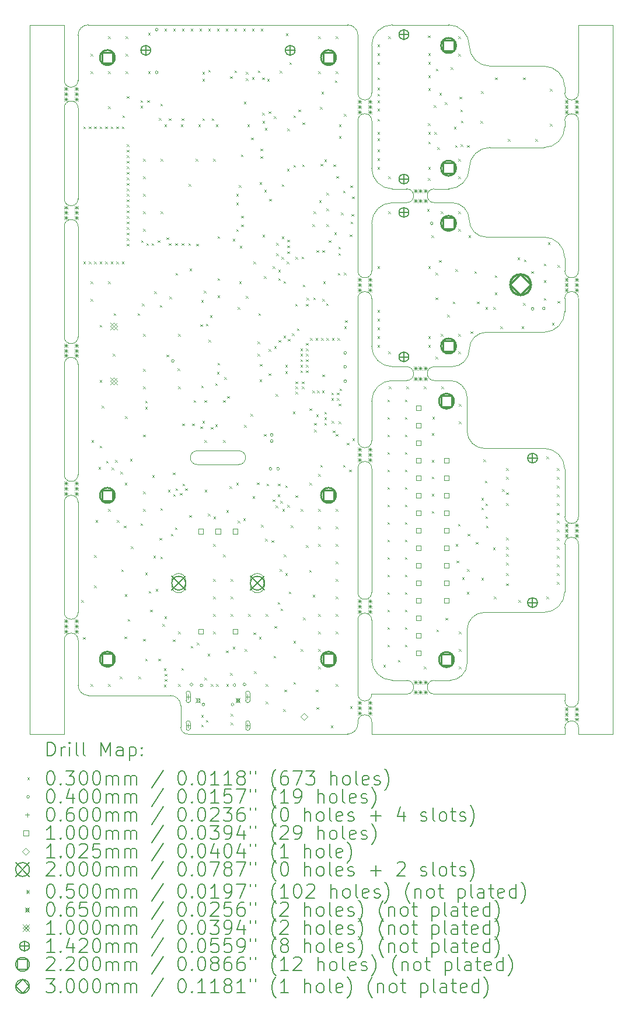
<source format=gbr>
%TF.GenerationSoftware,KiCad,Pcbnew,8.0.3*%
%TF.CreationDate,2024-06-12T08:46:11+02:00*%
%TF.ProjectId,EVT-PCB,4556542d-5043-4422-9e6b-696361645f70,rev?*%
%TF.SameCoordinates,PX3d6aa80PY9402a00*%
%TF.FileFunction,Drillmap*%
%TF.FilePolarity,Positive*%
%FSLAX45Y45*%
G04 Gerber Fmt 4.5, Leading zero omitted, Abs format (unit mm)*
G04 Created by KiCad (PCBNEW 8.0.3) date 2024-06-12 08:46:11*
%MOMM*%
%LPD*%
G01*
G04 APERTURE LIST*
%ADD10C,0.100000*%
%ADD11C,0.200000*%
%ADD12C,0.102500*%
%ADD13C,0.142000*%
%ADD14C,0.220000*%
%ADD15C,0.300000*%
G04 APERTURE END LIST*
D10*
X4960000Y8900000D02*
X4960000Y8210000D01*
X7460000Y8510000D02*
X6675000Y8510000D01*
X4760000Y8900000D02*
G75*
G02*
X4960000Y8900000I100000J0D01*
G01*
X8460000Y0D02*
X8460000Y10290000D01*
X850000Y560000D02*
G75*
G02*
X700000Y710000I0J150000D01*
G01*
X500000Y1365000D02*
G75*
G02*
X700000Y1365000I100000J0D01*
G01*
X4960000Y5630000D02*
X4960000Y6320000D01*
X500000Y7765000D02*
X500000Y9085000D01*
X4960000Y7410000D02*
G75*
G02*
X5260000Y7710000I300000J0D01*
G01*
X7960000Y90000D02*
X7960000Y0D01*
X6675000Y9690000D02*
G75*
G02*
X6375000Y9990000I0J300000D01*
G01*
X5467500Y7910000D02*
G75*
G02*
X5467500Y7710000I0J-100000D01*
G01*
X7760000Y9390000D02*
X7760000Y9300000D01*
X4960000Y2055000D02*
X4960000Y3855000D01*
X7460000Y7210000D02*
X6625000Y7210000D01*
X6095000Y5130000D02*
X5867500Y5130000D01*
X700000Y1765000D02*
G75*
G02*
X500000Y1765000I-100000J0D01*
G01*
X7760000Y2065000D02*
X7760000Y2755000D01*
X3030000Y4110000D02*
X2430000Y4110000D01*
X2290000Y0D02*
G75*
G02*
X2190000Y100000I0J100000D01*
G01*
X7460000Y4145000D02*
G75*
G02*
X7760000Y3845000I0J-300000D01*
G01*
X7760000Y3155000D02*
X7760000Y3845000D01*
X4760000Y180000D02*
G75*
G02*
X4960000Y180000I100000J0D01*
G01*
X4760000Y6320000D02*
G75*
G02*
X4960000Y6320000I100000J0D01*
G01*
X4960000Y6720000D02*
X4960000Y7410000D01*
X4760000Y1655000D02*
G75*
G02*
X4960000Y1655000I100000J0D01*
G01*
X3030000Y4110000D02*
G75*
G02*
X3030000Y3910000I0J-100000D01*
G01*
X4960000Y4255000D02*
G75*
G02*
X4760000Y4255000I-100000J0D01*
G01*
X700000Y9085000D02*
X700000Y7765000D01*
X500000Y3365000D02*
G75*
G02*
X700000Y3365000I100000J0D01*
G01*
X5260000Y5330000D02*
G75*
G02*
X4960000Y5630000I0J300000D01*
G01*
X6595000Y1765000D02*
X7460000Y1765000D01*
X4960000Y6720000D02*
G75*
G02*
X4760000Y6720000I-100000J0D01*
G01*
X7760000Y6720000D02*
X7760000Y6910000D01*
X6075000Y10290000D02*
X5260000Y10290000D01*
X4960000Y1655000D02*
X4960000Y1080000D01*
X6095000Y5130000D02*
G75*
G02*
X6345000Y4880000I0J-250000D01*
G01*
X500000Y9085000D02*
G75*
G02*
X700000Y9085000I100000J0D01*
G01*
X7760000Y2755000D02*
G75*
G02*
X7960000Y2755000I100000J0D01*
G01*
X5867500Y7710000D02*
G75*
G02*
X5867500Y7910000I0J100000D01*
G01*
X5867500Y5330000D02*
X6125000Y5330000D01*
X4610000Y10290000D02*
G75*
G02*
X4760000Y10140000I0J-150000D01*
G01*
X4960000Y9990000D02*
X4960000Y9300000D01*
X6125000Y7710000D02*
X5867500Y7710000D01*
X5867500Y780000D02*
X6095000Y780000D01*
X500000Y10290000D02*
X500000Y9485000D01*
X6075000Y10290000D02*
G75*
G02*
X6375000Y9990000I0J-300000D01*
G01*
X4760000Y150000D02*
G75*
G02*
X4610000Y0I-150000J0D01*
G01*
X500000Y5365000D02*
G75*
G02*
X700000Y5365000I100000J0D01*
G01*
X4760000Y3855000D02*
X4760000Y2055000D01*
X7760000Y8810000D02*
G75*
G02*
X7460000Y8510000I-300000J0D01*
G01*
X7460000Y7210000D02*
G75*
G02*
X7760000Y6910000I0J-300000D01*
G01*
X5467500Y5330000D02*
G75*
G02*
X5467500Y5130000I0J-100000D01*
G01*
X7760000Y2065000D02*
G75*
G02*
X7460000Y1765000I-300000J0D01*
G01*
X0Y0D02*
X0Y10290000D01*
X7760000Y6130000D02*
G75*
G02*
X7460000Y5830000I-300000J0D01*
G01*
X700000Y3765000D02*
G75*
G02*
X500000Y3765000I-100000J0D01*
G01*
X4960000Y9300000D02*
G75*
G02*
X4760000Y9300000I-100000J0D01*
G01*
X7960000Y9300000D02*
X7960000Y10290000D01*
X5260000Y5330000D02*
X5467500Y5330000D01*
X500000Y10290000D02*
X0Y10290000D01*
X7960000Y3155000D02*
G75*
G02*
X7760000Y3155000I-100000J0D01*
G01*
X7960000Y490000D02*
G75*
G02*
X7760000Y490000I-100000J0D01*
G01*
X4960000Y2055000D02*
G75*
G02*
X4760000Y2055000I-100000J0D01*
G01*
X7760000Y90000D02*
G75*
G02*
X7960000Y90000I100000J0D01*
G01*
X5260000Y780000D02*
X5467500Y780000D01*
X6345000Y1515000D02*
G75*
G02*
X6595000Y1765000I250000J0D01*
G01*
X700000Y9485000D02*
G75*
G02*
X500000Y9485000I-100000J0D01*
G01*
X7760000Y8810000D02*
X7760000Y8900000D01*
X4960000Y0D02*
X4960000Y180000D01*
X7460000Y9690000D02*
X6675000Y9690000D01*
X7760000Y0D02*
X7760000Y90000D01*
X2040000Y560000D02*
X850000Y560000D01*
X500000Y5765000D02*
X500000Y7365000D01*
X2190000Y100000D02*
X2190000Y410000D01*
X500000Y3765000D02*
X500000Y5365000D01*
X4610000Y0D02*
X2290000Y0D01*
X4960000Y0D02*
X7760000Y0D01*
X4960000Y4830000D02*
G75*
G02*
X5260000Y5130000I300000J0D01*
G01*
X6125000Y7710000D02*
G75*
G02*
X6375000Y7460000I0J-250000D01*
G01*
X700000Y7365000D02*
X700000Y5765000D01*
X5260000Y780000D02*
G75*
G02*
X4960000Y1080000I0J300000D01*
G01*
X700000Y10140000D02*
G75*
G02*
X850000Y10290000I150000J0D01*
G01*
X4960000Y9990000D02*
G75*
G02*
X5260000Y10290000I300000J0D01*
G01*
X5867500Y7910000D02*
X6075000Y7910000D01*
X7960000Y10290000D02*
X8460000Y10290000D01*
X5260000Y5130000D02*
X5467500Y5130000D01*
X4760000Y8900000D02*
X4760000Y6720000D01*
X700000Y1365000D02*
X700000Y710000D01*
X7460000Y5830000D02*
X6625000Y5830000D01*
X6375000Y8210000D02*
G75*
G02*
X6675000Y8510000I300000J0D01*
G01*
X7960000Y0D02*
X8460000Y0D01*
X6375000Y8210000D02*
G75*
G02*
X6075000Y7910000I-300000J0D01*
G01*
X4960000Y4255000D02*
X4960000Y4830000D01*
X7460000Y9690000D02*
G75*
G02*
X7760000Y9390000I0J-300000D01*
G01*
X7760000Y6130000D02*
X7760000Y6320000D01*
X7960000Y3155000D02*
X7960000Y6320000D01*
X500000Y1765000D02*
X500000Y3365000D01*
X7960000Y9300000D02*
G75*
G02*
X7760000Y9300000I-100000J0D01*
G01*
X2430000Y3910000D02*
G75*
G02*
X2430000Y4110000I0J100000D01*
G01*
X7760000Y6320000D02*
G75*
G02*
X7960000Y6320000I100000J0D01*
G01*
X7760000Y490000D02*
X7760000Y580000D01*
X700000Y3365000D02*
X700000Y1765000D01*
X5260000Y7710000D02*
X5467500Y7710000D01*
X6375000Y5580000D02*
G75*
G02*
X6625000Y5830000I250000J0D01*
G01*
X5467500Y580000D02*
X4960000Y580000D01*
X5260000Y7910000D02*
G75*
G02*
X4960000Y8210000I0J300000D01*
G01*
X5260000Y7910000D02*
X5467500Y7910000D01*
X500000Y0D02*
X0Y0D01*
X7960000Y6720000D02*
G75*
G02*
X7760000Y6720000I-100000J0D01*
G01*
X500000Y7365000D02*
G75*
G02*
X700000Y7365000I100000J0D01*
G01*
X700000Y7765000D02*
G75*
G02*
X500000Y7765000I-100000J0D01*
G01*
X2040000Y560000D02*
G75*
G02*
X2190000Y410000I0J-150000D01*
G01*
X6345000Y4395000D02*
X6345000Y4880000D01*
X6345000Y1030000D02*
G75*
G02*
X6095000Y780000I-250000J0D01*
G01*
X5867500Y5130000D02*
G75*
G02*
X5867500Y5330000I0J100000D01*
G01*
X6345000Y1515000D02*
X6345000Y1030000D01*
X2430000Y3910000D02*
X3030000Y3910000D01*
X500000Y1365000D02*
X500000Y0D01*
X6595000Y4145000D02*
X7460000Y4145000D01*
X6595000Y4145000D02*
G75*
G02*
X6345000Y4395000I0J250000D01*
G01*
X4760000Y3855000D02*
G75*
G02*
X4960000Y3855000I100000J0D01*
G01*
X700000Y9485000D02*
X700000Y10140000D01*
X700000Y5765000D02*
G75*
G02*
X500000Y5765000I-100000J0D01*
G01*
X4760000Y580000D02*
X4760000Y1655000D01*
X6375000Y5580000D02*
G75*
G02*
X6125000Y5330000I-250000J0D01*
G01*
X7760000Y8900000D02*
G75*
G02*
X7960000Y8900000I100000J0D01*
G01*
X700000Y5365000D02*
X700000Y3765000D01*
X4960000Y580000D02*
G75*
G02*
X4760000Y580000I-100000J0D01*
G01*
X4760000Y9300000D02*
X4760000Y10140000D01*
X5467500Y780000D02*
G75*
G02*
X5467500Y580000I0J-100000D01*
G01*
X4760000Y180000D02*
X4760000Y150000D01*
X7960000Y2755000D02*
X7960000Y490000D01*
X6625000Y7210000D02*
G75*
G02*
X6375000Y7460000I0J250000D01*
G01*
X7960000Y6720000D02*
X7960000Y8900000D01*
X4760000Y6320000D02*
X4760000Y4255000D01*
X5867500Y580000D02*
G75*
G02*
X5867500Y780000I0J100000D01*
G01*
X7760000Y580000D02*
X5867500Y580000D01*
X4610000Y10290000D02*
X850000Y10290000D01*
D11*
D10*
X745000Y1945000D02*
X775000Y1915000D01*
X775000Y1945000D02*
X745000Y1915000D01*
X770000Y1405000D02*
X800000Y1375000D01*
X800000Y1405000D02*
X770000Y1375000D01*
X775000Y8815000D02*
X805000Y8785000D01*
X805000Y8815000D02*
X775000Y8785000D01*
X775000Y6855000D02*
X805000Y6825000D01*
X805000Y6855000D02*
X775000Y6825000D01*
X855000Y8815000D02*
X885000Y8785000D01*
X885000Y8815000D02*
X855000Y8785000D01*
X855000Y6855000D02*
X885000Y6825000D01*
X885000Y6855000D02*
X855000Y6825000D01*
X883500Y9867000D02*
X913500Y9837000D01*
X913500Y9867000D02*
X883500Y9837000D01*
X883500Y9613000D02*
X913500Y9583000D01*
X913500Y9613000D02*
X883500Y9583000D01*
X883500Y6565000D02*
X913500Y6535000D01*
X913500Y6565000D02*
X883500Y6535000D01*
X883500Y6311000D02*
X913500Y6281000D01*
X913500Y6311000D02*
X883500Y6281000D01*
X883500Y723000D02*
X913500Y693000D01*
X913500Y723000D02*
X883500Y693000D01*
X895000Y4265000D02*
X925000Y4235000D01*
X925000Y4265000D02*
X895000Y4235000D01*
X935000Y8815000D02*
X965000Y8785000D01*
X965000Y8815000D02*
X935000Y8785000D01*
X935000Y6855000D02*
X965000Y6825000D01*
X965000Y6855000D02*
X935000Y6825000D01*
X935000Y2595000D02*
X965000Y2565000D01*
X965000Y2595000D02*
X935000Y2565000D01*
X935000Y2155000D02*
X965000Y2125000D01*
X965000Y2155000D02*
X935000Y2125000D01*
X955000Y3105000D02*
X985000Y3075000D01*
X985000Y3105000D02*
X955000Y3075000D01*
X995000Y3875000D02*
X1025000Y3845000D01*
X1025000Y3875000D02*
X995000Y3845000D01*
X1015000Y8815000D02*
X1045000Y8785000D01*
X1045000Y8815000D02*
X1015000Y8785000D01*
X1015000Y6855000D02*
X1045000Y6825000D01*
X1045000Y6855000D02*
X1015000Y6825000D01*
X1015000Y5935000D02*
X1045000Y5905000D01*
X1045000Y5935000D02*
X1015000Y5905000D01*
X1015000Y5135000D02*
X1045000Y5105000D01*
X1045000Y5135000D02*
X1015000Y5105000D01*
X1015000Y4185000D02*
X1045000Y4155000D01*
X1045000Y4185000D02*
X1015000Y4155000D01*
X1045000Y4765000D02*
X1075000Y4735000D01*
X1075000Y4765000D02*
X1045000Y4735000D01*
X1095000Y8815000D02*
X1125000Y8785000D01*
X1125000Y8815000D02*
X1095000Y8785000D01*
X1095000Y6855000D02*
X1125000Y6825000D01*
X1125000Y6855000D02*
X1095000Y6825000D01*
X1105000Y3965000D02*
X1135000Y3935000D01*
X1135000Y3965000D02*
X1105000Y3935000D01*
X1137500Y10121000D02*
X1167500Y10091000D01*
X1167500Y10121000D02*
X1137500Y10091000D01*
X1137500Y9613000D02*
X1167500Y9583000D01*
X1167500Y9613000D02*
X1137500Y9583000D01*
X1137500Y9105000D02*
X1167500Y9075000D01*
X1167500Y9105000D02*
X1137500Y9075000D01*
X1137500Y6565000D02*
X1167500Y6535000D01*
X1167500Y6565000D02*
X1137500Y6535000D01*
X1137500Y3263000D02*
X1167500Y3233000D01*
X1167500Y3263000D02*
X1137500Y3233000D01*
X1137500Y723000D02*
X1167500Y693000D01*
X1167500Y723000D02*
X1137500Y693000D01*
X1175000Y8815000D02*
X1205000Y8785000D01*
X1205000Y8815000D02*
X1175000Y8785000D01*
X1175000Y6855000D02*
X1205000Y6825000D01*
X1205000Y6855000D02*
X1175000Y6825000D01*
X1185000Y3865000D02*
X1215000Y3835000D01*
X1215000Y3865000D02*
X1185000Y3835000D01*
X1205000Y5515000D02*
X1235000Y5485000D01*
X1235000Y5515000D02*
X1205000Y5485000D01*
X1215000Y6105000D02*
X1245000Y6075000D01*
X1245000Y6105000D02*
X1215000Y6075000D01*
X1240000Y3975000D02*
X1270000Y3945000D01*
X1270000Y3975000D02*
X1240000Y3945000D01*
X1255000Y8815000D02*
X1285000Y8785000D01*
X1285000Y8815000D02*
X1255000Y8785000D01*
X1255000Y6855000D02*
X1285000Y6825000D01*
X1285000Y6855000D02*
X1255000Y6825000D01*
X1265000Y3105000D02*
X1295000Y3075000D01*
X1295000Y3105000D02*
X1265000Y3075000D01*
X1305000Y835000D02*
X1335000Y805000D01*
X1335000Y835000D02*
X1305000Y805000D01*
X1315000Y3805000D02*
X1345000Y3775000D01*
X1345000Y3805000D02*
X1315000Y3775000D01*
X1326977Y2387737D02*
X1356977Y2357737D01*
X1356977Y2387737D02*
X1326977Y2357737D01*
X1335000Y8815000D02*
X1365000Y8785000D01*
X1365000Y8815000D02*
X1335000Y8785000D01*
X1335000Y6855000D02*
X1365000Y6825000D01*
X1365000Y6855000D02*
X1335000Y6825000D01*
X1345000Y8975000D02*
X1375000Y8945000D01*
X1375000Y8975000D02*
X1345000Y8945000D01*
X1365000Y3025000D02*
X1395000Y2995000D01*
X1395000Y3025000D02*
X1365000Y2995000D01*
X1375000Y1415000D02*
X1405000Y1385000D01*
X1405000Y1415000D02*
X1375000Y1385000D01*
X1376549Y2028790D02*
X1406549Y1998790D01*
X1406549Y2028790D02*
X1376549Y1998790D01*
X1377427Y3647426D02*
X1407426Y3617426D01*
X1407426Y3647426D02*
X1377427Y3617426D01*
X1380000Y4612500D02*
X1410000Y4582500D01*
X1410000Y4612500D02*
X1380000Y4582500D01*
X1391500Y10121000D02*
X1421500Y10091000D01*
X1421500Y10121000D02*
X1391500Y10091000D01*
X1391500Y9867000D02*
X1421500Y9837000D01*
X1421500Y9867000D02*
X1391500Y9837000D01*
X1391500Y9613000D02*
X1421500Y9583000D01*
X1421500Y9613000D02*
X1391500Y9583000D01*
X1405000Y9255000D02*
X1435000Y9225000D01*
X1435000Y9255000D02*
X1405000Y9225000D01*
X1405000Y8555000D02*
X1435000Y8525000D01*
X1435000Y8555000D02*
X1405000Y8525000D01*
X1405000Y8475000D02*
X1435000Y8445000D01*
X1435000Y8475000D02*
X1405000Y8445000D01*
X1405000Y8395000D02*
X1435000Y8365000D01*
X1435000Y8395000D02*
X1405000Y8365000D01*
X1405000Y8315000D02*
X1435000Y8285000D01*
X1435000Y8315000D02*
X1405000Y8285000D01*
X1405000Y8235000D02*
X1435000Y8205000D01*
X1435000Y8235000D02*
X1405000Y8205000D01*
X1405000Y8155000D02*
X1435000Y8125000D01*
X1435000Y8155000D02*
X1405000Y8125000D01*
X1405000Y8075000D02*
X1435000Y8045000D01*
X1435000Y8075000D02*
X1405000Y8045000D01*
X1405000Y7995000D02*
X1435000Y7965000D01*
X1435000Y7995000D02*
X1405000Y7965000D01*
X1405000Y7915000D02*
X1435000Y7885000D01*
X1435000Y7915000D02*
X1405000Y7885000D01*
X1405000Y7835000D02*
X1435000Y7805000D01*
X1435000Y7835000D02*
X1405000Y7805000D01*
X1405000Y7755000D02*
X1435000Y7725000D01*
X1435000Y7755000D02*
X1405000Y7725000D01*
X1405000Y7675000D02*
X1435000Y7645000D01*
X1435000Y7675000D02*
X1405000Y7645000D01*
X1405000Y7595000D02*
X1435000Y7565000D01*
X1435000Y7595000D02*
X1405000Y7565000D01*
X1405000Y7515000D02*
X1435000Y7485000D01*
X1435000Y7515000D02*
X1405000Y7485000D01*
X1405000Y7435000D02*
X1435000Y7405000D01*
X1435000Y7435000D02*
X1405000Y7405000D01*
X1405000Y7355000D02*
X1435000Y7325000D01*
X1435000Y7355000D02*
X1405000Y7325000D01*
X1405000Y7275000D02*
X1435000Y7245000D01*
X1435000Y7275000D02*
X1405000Y7245000D01*
X1405000Y7195000D02*
X1435000Y7165000D01*
X1435000Y7195000D02*
X1405000Y7165000D01*
X1405000Y7115000D02*
X1435000Y7085000D01*
X1435000Y7115000D02*
X1405000Y7085000D01*
X1421569Y1669243D02*
X1451569Y1639243D01*
X1451569Y1669243D02*
X1421569Y1639243D01*
X1455000Y3995000D02*
X1485000Y3965000D01*
X1485000Y3995000D02*
X1455000Y3965000D01*
X1467763Y2721623D02*
X1497763Y2691623D01*
X1497763Y2721623D02*
X1467763Y2691623D01*
X1565000Y6105000D02*
X1595000Y6075000D01*
X1595000Y6105000D02*
X1565000Y6075000D01*
X1575000Y835000D02*
X1605000Y805000D01*
X1605000Y835000D02*
X1575000Y805000D01*
X1604305Y3057266D02*
X1634305Y3027266D01*
X1634305Y3057266D02*
X1604305Y3027266D01*
X1605000Y9195000D02*
X1635000Y9165000D01*
X1635000Y9195000D02*
X1605000Y9165000D01*
X1605000Y9115000D02*
X1635000Y9085000D01*
X1635000Y9115000D02*
X1605000Y9085000D01*
X1615000Y7165000D02*
X1645000Y7135000D01*
X1645000Y7165000D02*
X1615000Y7135000D01*
X1625000Y6245000D02*
X1655000Y6215000D01*
X1655000Y6245000D02*
X1625000Y6215000D01*
X1643973Y1383172D02*
X1673973Y1353172D01*
X1673973Y1383172D02*
X1643973Y1353172D01*
X1645000Y4345000D02*
X1675000Y4315000D01*
X1675000Y4345000D02*
X1645000Y4315000D01*
X1645500Y8343000D02*
X1675500Y8313000D01*
X1675500Y8343000D02*
X1645500Y8313000D01*
X1645500Y8089000D02*
X1675500Y8059000D01*
X1675500Y8089000D02*
X1645500Y8059000D01*
X1645500Y7835000D02*
X1675500Y7805000D01*
X1675500Y7835000D02*
X1645500Y7805000D01*
X1645500Y7581000D02*
X1675500Y7551000D01*
X1675500Y7581000D02*
X1645500Y7551000D01*
X1645500Y7327000D02*
X1675500Y7297000D01*
X1675500Y7327000D02*
X1645500Y7297000D01*
X1645500Y5803000D02*
X1675500Y5773000D01*
X1675500Y5803000D02*
X1645500Y5773000D01*
X1645500Y5295000D02*
X1675500Y5265000D01*
X1675500Y5295000D02*
X1645500Y5265000D01*
X1645500Y5041000D02*
X1675500Y5011000D01*
X1675500Y5041000D02*
X1645500Y5011000D01*
X1645500Y3517000D02*
X1675500Y3487000D01*
X1675500Y3517000D02*
X1645500Y3487000D01*
X1645500Y3263000D02*
X1675500Y3233000D01*
X1675500Y3263000D02*
X1645500Y3233000D01*
X1673983Y2342053D02*
X1703983Y2312053D01*
X1703983Y2342053D02*
X1673983Y2312053D01*
X1675000Y4835000D02*
X1705000Y4805000D01*
X1705000Y4835000D02*
X1675000Y4805000D01*
X1675000Y4745000D02*
X1705000Y4715000D01*
X1705000Y4745000D02*
X1675000Y4715000D01*
X1675000Y1095000D02*
X1705000Y1065000D01*
X1705000Y1095000D02*
X1675000Y1065000D01*
X1692500Y7120000D02*
X1722500Y7090000D01*
X1722500Y7120000D02*
X1692500Y7090000D01*
X1705000Y9195000D02*
X1735000Y9165000D01*
X1735000Y9195000D02*
X1705000Y9165000D01*
X1715000Y10175000D02*
X1745000Y10145000D01*
X1745000Y10175000D02*
X1715000Y10145000D01*
X1715000Y9615000D02*
X1745000Y9585000D01*
X1745000Y9615000D02*
X1715000Y9585000D01*
X1723555Y2074474D02*
X1753555Y2044474D01*
X1753555Y2074474D02*
X1723555Y2044474D01*
X1744926Y1803182D02*
X1774926Y1773182D01*
X1774926Y1803182D02*
X1744926Y1773182D01*
X1767500Y7120000D02*
X1797500Y7090000D01*
X1797500Y7120000D02*
X1767500Y7090000D01*
X1775000Y3755000D02*
X1805000Y3725000D01*
X1805000Y3755000D02*
X1775000Y3725000D01*
X1791120Y2587683D02*
X1821120Y2557683D01*
X1821120Y2587683D02*
X1791120Y2557683D01*
X1805000Y6425000D02*
X1835000Y6395000D01*
X1835000Y6425000D02*
X1805000Y6395000D01*
X1825000Y2105000D02*
X1855000Y2075000D01*
X1855000Y2105000D02*
X1825000Y2075000D01*
X1855000Y7165000D02*
X1885000Y7135000D01*
X1885000Y7165000D02*
X1855000Y7135000D01*
X1862734Y1094305D02*
X1892734Y1064305D01*
X1892734Y1094305D02*
X1862734Y1064305D01*
X1875000Y8937500D02*
X1905000Y8907500D01*
X1905000Y8937500D02*
X1875000Y8907500D01*
X1881979Y2844199D02*
X1911979Y2814199D01*
X1911979Y2844199D02*
X1881979Y2814199D01*
X1885000Y6225000D02*
X1915000Y6195000D01*
X1915000Y6225000D02*
X1885000Y6195000D01*
X1893000Y9145000D02*
X1923000Y9115000D01*
X1923000Y9145000D02*
X1893000Y9115000D01*
X1893172Y3276027D02*
X1923172Y3246027D01*
X1923172Y3276027D02*
X1893172Y3246027D01*
X1895000Y2575000D02*
X1925000Y2545000D01*
X1925000Y2575000D02*
X1895000Y2545000D01*
X1899500Y8343000D02*
X1929500Y8313000D01*
X1929500Y8343000D02*
X1899500Y8313000D01*
X1899500Y7581000D02*
X1929500Y7551000D01*
X1929500Y7581000D02*
X1899500Y7551000D01*
X1921647Y1596239D02*
X1951647Y1566239D01*
X1951647Y1596239D02*
X1921647Y1566239D01*
X1945000Y955000D02*
X1975000Y925000D01*
X1975000Y955000D02*
X1945000Y925000D01*
X1945000Y715000D02*
X1975000Y685000D01*
X1975000Y715000D02*
X1945000Y685000D01*
X1953000Y10235000D02*
X1983000Y10205000D01*
X1983000Y10235000D02*
X1953000Y10205000D01*
X1953000Y8843000D02*
X1983000Y8813000D01*
X1983000Y8843000D02*
X1953000Y8813000D01*
X1955000Y1705000D02*
X1985000Y1675000D01*
X1985000Y1705000D02*
X1955000Y1675000D01*
X1956389Y872500D02*
X1986389Y842500D01*
X1986389Y872500D02*
X1956389Y842500D01*
X1956389Y797500D02*
X1986389Y767500D01*
X1986389Y797500D02*
X1956389Y767500D01*
X1985000Y7205000D02*
X2015000Y7175000D01*
X2015000Y7205000D02*
X1985000Y7175000D01*
X1985000Y5505000D02*
X2015000Y5475000D01*
X2015000Y5505000D02*
X1985000Y5475000D01*
X2005000Y3545000D02*
X2035000Y3515000D01*
X2035000Y3545000D02*
X2005000Y3515000D01*
X2015000Y8935000D02*
X2045000Y8905000D01*
X2045000Y8935000D02*
X2015000Y8905000D01*
X2015000Y7120000D02*
X2045000Y7090000D01*
X2045000Y7120000D02*
X2015000Y7090000D01*
X2025000Y6345000D02*
X2055000Y6315000D01*
X2055000Y6345000D02*
X2025000Y6315000D01*
X2045000Y2905000D02*
X2075000Y2875000D01*
X2075000Y2905000D02*
X2045000Y2875000D01*
X2075000Y3795000D02*
X2105000Y3765000D01*
X2105000Y3795000D02*
X2075000Y3765000D01*
X2075800Y1371979D02*
X2105801Y1341979D01*
X2105801Y1371979D02*
X2075800Y1341979D01*
X2079345Y3479542D02*
X2109345Y3449542D01*
X2109345Y3479542D02*
X2079345Y3449542D01*
X2080000Y10235000D02*
X2110000Y10205000D01*
X2110000Y10235000D02*
X2080000Y10205000D01*
X2106239Y2998353D02*
X2136239Y2968353D01*
X2136239Y2998353D02*
X2106239Y2968353D01*
X2110000Y7120000D02*
X2140000Y7090000D01*
X2140000Y7120000D02*
X2110000Y7090000D01*
X2115000Y6691000D02*
X2145000Y6661000D01*
X2145000Y6691000D02*
X2115000Y6661000D01*
X2115000Y3565000D02*
X2145000Y3535000D01*
X2145000Y3565000D02*
X2115000Y3535000D01*
X2145000Y5305000D02*
X2175000Y5275000D01*
X2175000Y5305000D02*
X2145000Y5275000D01*
X2153500Y5803000D02*
X2183500Y5773000D01*
X2183500Y5803000D02*
X2153500Y5773000D01*
X2153500Y5041000D02*
X2183500Y5011000D01*
X2183500Y5041000D02*
X2153500Y5011000D01*
X2153500Y1485000D02*
X2183500Y1455000D01*
X2183500Y1485000D02*
X2153500Y1455000D01*
X2153500Y723000D02*
X2183500Y693000D01*
X2183500Y723000D02*
X2153500Y693000D01*
X2179243Y3498431D02*
X2209243Y3468431D01*
X2209243Y3498431D02*
X2179243Y3468431D01*
X2192000Y8845000D02*
X2222000Y8815000D01*
X2222000Y8845000D02*
X2192000Y8815000D01*
X2198377Y957763D02*
X2228377Y927763D01*
X2228377Y957763D02*
X2198377Y927763D01*
X2205000Y8935000D02*
X2235000Y8905000D01*
X2235000Y8935000D02*
X2205000Y8905000D01*
X2205000Y7120000D02*
X2235000Y7090000D01*
X2235000Y7120000D02*
X2205000Y7090000D01*
X2207500Y10235000D02*
X2237500Y10205000D01*
X2237500Y10235000D02*
X2207500Y10205000D01*
X2212500Y4505000D02*
X2242500Y4475000D01*
X2242500Y4505000D02*
X2212500Y4475000D01*
X2215000Y3635000D02*
X2245000Y3605000D01*
X2245000Y3635000D02*
X2215000Y3605000D01*
X2255000Y3565000D02*
X2285000Y3535000D01*
X2285000Y3565000D02*
X2255000Y3535000D01*
X2300000Y7120000D02*
X2330000Y7090000D01*
X2330000Y7120000D02*
X2300000Y7090000D01*
X2305000Y7980000D02*
X2335000Y7950000D01*
X2335000Y7980000D02*
X2305000Y7950000D01*
X2313182Y3175073D02*
X2343182Y3145073D01*
X2343182Y3175073D02*
X2313182Y3145073D01*
X2319000Y6755000D02*
X2349000Y6725000D01*
X2349000Y6755000D02*
X2319000Y6725000D01*
X2332317Y1281121D02*
X2362317Y1251121D01*
X2362317Y1281121D02*
X2332317Y1251121D01*
X2332500Y10235000D02*
X2362500Y10205000D01*
X2362500Y10235000D02*
X2332500Y10205000D01*
X2355000Y4505000D02*
X2385000Y4475000D01*
X2385000Y4505000D02*
X2355000Y4475000D01*
X2375000Y4845000D02*
X2405000Y4815000D01*
X2405000Y4845000D02*
X2375000Y4815000D01*
X2407500Y8343000D02*
X2437500Y8313000D01*
X2437500Y8343000D02*
X2407500Y8313000D01*
X2415000Y7115000D02*
X2445000Y7085000D01*
X2445000Y7115000D02*
X2415000Y7085000D01*
X2425000Y1325000D02*
X2455000Y1295000D01*
X2455000Y1325000D02*
X2425000Y1295000D01*
X2445000Y8845000D02*
X2475000Y8815000D01*
X2475000Y8845000D02*
X2445000Y8815000D01*
X2461000Y10235000D02*
X2491000Y10205000D01*
X2491000Y10235000D02*
X2461000Y10205000D01*
X2475000Y5945000D02*
X2505000Y5915000D01*
X2505000Y5945000D02*
X2475000Y5915000D01*
X2475000Y4465000D02*
X2505000Y4435000D01*
X2505000Y4465000D02*
X2475000Y4435000D01*
X2485000Y6295000D02*
X2515000Y6265000D01*
X2515000Y6295000D02*
X2485000Y6265000D01*
X2485000Y5055000D02*
X2515000Y5025000D01*
X2515000Y5055000D02*
X2485000Y5025000D01*
X2485000Y275000D02*
X2515000Y245000D01*
X2515000Y275000D02*
X2485000Y245000D01*
X2485000Y135000D02*
X2515000Y105000D01*
X2515000Y135000D02*
X2485000Y105000D01*
X2505000Y9605000D02*
X2535000Y9575000D01*
X2535000Y9605000D02*
X2505000Y9575000D01*
X2505000Y9505000D02*
X2535000Y9475000D01*
X2535000Y9505000D02*
X2505000Y9475000D01*
X2505000Y8935000D02*
X2535000Y8905000D01*
X2535000Y8935000D02*
X2505000Y8905000D01*
X2505000Y4545000D02*
X2535000Y4515000D01*
X2535000Y4545000D02*
X2505000Y4515000D01*
X2525000Y6430000D02*
X2555000Y6400000D01*
X2555000Y6430000D02*
X2525000Y6400000D01*
X2532263Y816977D02*
X2562263Y786977D01*
X2562263Y816977D02*
X2532263Y786977D01*
X2533582Y4264509D02*
X2563582Y4234509D01*
X2563582Y4264509D02*
X2533582Y4234509D01*
X2535000Y4845000D02*
X2565000Y4815000D01*
X2565000Y4845000D02*
X2535000Y4815000D01*
X2538790Y3543451D02*
X2568790Y3513451D01*
X2568790Y3543451D02*
X2538790Y3513451D01*
X2555000Y5951836D02*
X2585000Y5921836D01*
X2585000Y5951836D02*
X2555000Y5921836D01*
X2555000Y205000D02*
X2585000Y175000D01*
X2585000Y205000D02*
X2555000Y175000D01*
X2577948Y1163983D02*
X2607948Y1133983D01*
X2607948Y1163983D02*
X2577948Y1133983D01*
X2584474Y3196445D02*
X2614474Y3166445D01*
X2614474Y3196445D02*
X2584474Y3166445D01*
X2587500Y10235000D02*
X2617500Y10205000D01*
X2617500Y10235000D02*
X2587500Y10205000D01*
X2587500Y9635000D02*
X2617500Y9605000D01*
X2617500Y9635000D02*
X2587500Y9605000D01*
X2591840Y5722193D02*
X2621840Y5692193D01*
X2621840Y5722193D02*
X2591840Y5692193D01*
X2615000Y6075000D02*
X2645000Y6045000D01*
X2645000Y6075000D02*
X2615000Y6045000D01*
X2626120Y4455000D02*
X2656120Y4425000D01*
X2656120Y4455000D02*
X2626120Y4425000D01*
X2627500Y723994D02*
X2657500Y693995D01*
X2657500Y723994D02*
X2627500Y693995D01*
X2640000Y8935000D02*
X2670000Y8905000D01*
X2670000Y8935000D02*
X2640000Y8905000D01*
X2661500Y8343000D02*
X2691500Y8313000D01*
X2691500Y8343000D02*
X2661500Y8313000D01*
X2661500Y2755000D02*
X2691500Y2725000D01*
X2691500Y2755000D02*
X2661500Y2725000D01*
X2661500Y2247000D02*
X2691500Y2217000D01*
X2691500Y2247000D02*
X2661500Y2217000D01*
X2661500Y1993000D02*
X2691500Y1963000D01*
X2691500Y1993000D02*
X2661500Y1963000D01*
X2661500Y1739000D02*
X2691500Y1709000D01*
X2691500Y1739000D02*
X2661500Y1709000D01*
X2661500Y1485000D02*
X2691500Y1455000D01*
X2691500Y1485000D02*
X2661500Y1455000D01*
X2665000Y3155000D02*
X2695000Y3125000D01*
X2695000Y3155000D02*
X2665000Y3125000D01*
X2690000Y5090000D02*
X2720000Y5060000D01*
X2720000Y5090000D02*
X2690000Y5060000D01*
X2690000Y4495000D02*
X2720000Y4465000D01*
X2720000Y4495000D02*
X2690000Y4465000D01*
X2700000Y8845000D02*
X2730000Y8815000D01*
X2730000Y8845000D02*
X2700000Y8815000D01*
X2702500Y723994D02*
X2732500Y693995D01*
X2732500Y723994D02*
X2702500Y693995D01*
X2715000Y10235000D02*
X2745000Y10205000D01*
X2745000Y10235000D02*
X2715000Y10205000D01*
X2715000Y5255000D02*
X2745000Y5225000D01*
X2745000Y5255000D02*
X2715000Y5225000D01*
X2725000Y7225000D02*
X2755000Y7195000D01*
X2755000Y7225000D02*
X2725000Y7195000D01*
X2725000Y6615000D02*
X2755000Y6585000D01*
X2755000Y6615000D02*
X2725000Y6585000D01*
X2725000Y6365000D02*
X2755000Y6335000D01*
X2755000Y6365000D02*
X2725000Y6335000D01*
X2725000Y5385000D02*
X2755000Y5355000D01*
X2755000Y5385000D02*
X2725000Y5355000D01*
X2802940Y4842940D02*
X2832940Y4812940D01*
X2832940Y4842940D02*
X2802940Y4812940D01*
X2805000Y4265000D02*
X2835000Y4235000D01*
X2835000Y4265000D02*
X2805000Y4235000D01*
X2805000Y2605000D02*
X2835000Y2575000D01*
X2835000Y2605000D02*
X2805000Y2575000D01*
X2822426Y5177574D02*
X2852426Y5147574D01*
X2852426Y5177574D02*
X2822426Y5147574D01*
X2842500Y10235000D02*
X2872500Y10205000D01*
X2872500Y10235000D02*
X2842500Y10205000D01*
X2845526Y1213555D02*
X2875526Y1183555D01*
X2875526Y1213555D02*
X2845526Y1183555D01*
X2850000Y725000D02*
X2880000Y695000D01*
X2880000Y725000D02*
X2850000Y695000D01*
X2852052Y3246017D02*
X2882052Y3216017D01*
X2882052Y3246017D02*
X2852052Y3216017D01*
X2865000Y4905000D02*
X2895000Y4875000D01*
X2895000Y4905000D02*
X2865000Y4875000D01*
X2897737Y3593023D02*
X2927737Y3563023D01*
X2927737Y3593023D02*
X2897737Y3563023D01*
X2905000Y9545000D02*
X2935000Y9515000D01*
X2935000Y9545000D02*
X2905000Y9515000D01*
X2905000Y885000D02*
X2935000Y855000D01*
X2935000Y885000D02*
X2905000Y855000D01*
X2915000Y295000D02*
X2945000Y265000D01*
X2945000Y295000D02*
X2915000Y265000D01*
X2915000Y165000D02*
X2945000Y135000D01*
X2945000Y165000D02*
X2915000Y135000D01*
X2915500Y2247000D02*
X2945500Y2217000D01*
X2945500Y2247000D02*
X2915500Y2217000D01*
X2915500Y1993000D02*
X2945500Y1963000D01*
X2945500Y1993000D02*
X2915500Y1963000D01*
X2915500Y1739000D02*
X2945500Y1709000D01*
X2945500Y1739000D02*
X2915500Y1709000D01*
X2945000Y7185000D02*
X2975000Y7155000D01*
X2975000Y7185000D02*
X2945000Y7155000D01*
X2945000Y1265000D02*
X2975000Y1235000D01*
X2975000Y1265000D02*
X2945000Y1235000D01*
X2969000Y10235000D02*
X2999000Y10205000D01*
X2999000Y10235000D02*
X2969000Y10205000D01*
X2969000Y9626000D02*
X2999000Y9596000D01*
X2999000Y9626000D02*
X2969000Y9596000D01*
X2995000Y7835000D02*
X3025000Y7805000D01*
X3025000Y7835000D02*
X2995000Y7805000D01*
X2995000Y7710000D02*
X3025000Y7680000D01*
X3025000Y7710000D02*
X2995000Y7680000D01*
X2995000Y7325000D02*
X3025000Y7295000D01*
X3025000Y7325000D02*
X2995000Y7295000D01*
X2995000Y3645000D02*
X3025000Y3615000D01*
X3025000Y3645000D02*
X2995000Y3615000D01*
X3015000Y6195000D02*
X3045000Y6165000D01*
X3045000Y6195000D02*
X3015000Y6165000D01*
X3015000Y3095000D02*
X3045000Y3065000D01*
X3045000Y3095000D02*
X3015000Y3065000D01*
X3035000Y7965000D02*
X3065000Y7935000D01*
X3065000Y7965000D02*
X3035000Y7935000D01*
X3037426Y6565000D02*
X3067426Y6535000D01*
X3067426Y6565000D02*
X3037426Y6535000D01*
X3045000Y7085000D02*
X3075000Y7055000D01*
X3075000Y7085000D02*
X3045000Y7055000D01*
X3062782Y8407218D02*
X3092782Y8377218D01*
X3092782Y8407218D02*
X3062782Y8377218D01*
X3068500Y7518500D02*
X3098500Y7488500D01*
X3098500Y7518500D02*
X3068500Y7488500D01*
X3068500Y7391500D02*
X3098500Y7361500D01*
X3098500Y7391500D02*
X3068500Y7361500D01*
X3096000Y10235000D02*
X3126000Y10205000D01*
X3126000Y10235000D02*
X3096000Y10205000D01*
X3097683Y3128879D02*
X3127683Y3098879D01*
X3127683Y3128879D02*
X3097683Y3098879D01*
X3105000Y9175000D02*
X3135000Y9145000D01*
X3135000Y9175000D02*
X3105000Y9145000D01*
X3107426Y4482574D02*
X3137426Y4452574D01*
X3137426Y4482574D02*
X3107426Y4452574D01*
X3116818Y1234927D02*
X3146818Y1204927D01*
X3146818Y1234927D02*
X3116818Y1204927D01*
X3135000Y9605000D02*
X3165000Y9575000D01*
X3165000Y9605000D02*
X3135000Y9575000D01*
X3135000Y9515000D02*
X3165000Y9485000D01*
X3165000Y9515000D02*
X3135000Y9485000D01*
X3135000Y6355000D02*
X3165000Y6325000D01*
X3165000Y6355000D02*
X3135000Y6325000D01*
X3155000Y8845000D02*
X3185000Y8815000D01*
X3185000Y8845000D02*
X3155000Y8815000D01*
X3169500Y1739000D02*
X3199500Y1709000D01*
X3199500Y1739000D02*
X3169500Y1709000D01*
X3200000Y4645000D02*
X3230000Y4615000D01*
X3230000Y4645000D02*
X3200000Y4615000D01*
X3210000Y8655000D02*
X3240000Y8625000D01*
X3240000Y8655000D02*
X3210000Y8625000D01*
X3222500Y10235000D02*
X3252500Y10205000D01*
X3252500Y10235000D02*
X3222500Y10205000D01*
X3222500Y9530000D02*
X3252500Y9500000D01*
X3252500Y9530000D02*
X3222500Y9500000D01*
X3231623Y3452237D02*
X3261623Y3422237D01*
X3261623Y3452237D02*
X3231623Y3422237D01*
X3245000Y6855000D02*
X3275000Y6825000D01*
X3275000Y6855000D02*
X3245000Y6825000D01*
X3245000Y1475000D02*
X3275000Y1445000D01*
X3275000Y1475000D02*
X3245000Y1445000D01*
X3250757Y911569D02*
X3280757Y881569D01*
X3280757Y911569D02*
X3250757Y881569D01*
X3295381Y3649108D02*
X3325381Y3619108D01*
X3325381Y3649108D02*
X3295381Y3619108D01*
X3305000Y5695000D02*
X3335000Y5665000D01*
X3335000Y5695000D02*
X3305000Y5665000D01*
X3305000Y5515000D02*
X3335000Y5485000D01*
X3335000Y5515000D02*
X3305000Y5485000D01*
X3307426Y9627427D02*
X3337426Y9597427D01*
X3337426Y9627427D02*
X3307426Y9597427D01*
X3315000Y6105000D02*
X3345000Y6075000D01*
X3345000Y6105000D02*
X3315000Y6075000D01*
X3323761Y1411647D02*
X3353761Y1381647D01*
X3353761Y1411647D02*
X3323761Y1381647D01*
X3335000Y8005000D02*
X3365000Y7975000D01*
X3365000Y8005000D02*
X3335000Y7975000D01*
X3335000Y5145000D02*
X3365000Y5115000D01*
X3365000Y5145000D02*
X3335000Y5115000D01*
X3339291Y5367284D02*
X3369291Y5337284D01*
X3369291Y5367284D02*
X3339291Y5337284D01*
X3345000Y8495000D02*
X3375000Y8465000D01*
X3375000Y8495000D02*
X3345000Y8465000D01*
X3345000Y8385000D02*
X3375000Y8355000D01*
X3375000Y8385000D02*
X3345000Y8355000D01*
X3350000Y10235000D02*
X3380000Y10205000D01*
X3380000Y10235000D02*
X3350000Y10205000D01*
X3355000Y3038021D02*
X3385000Y3008021D01*
X3385000Y3038021D02*
X3355000Y3008021D01*
X3370000Y9525000D02*
X3400000Y9495000D01*
X3400000Y9525000D02*
X3370000Y9495000D01*
X3370000Y9015000D02*
X3400000Y8985000D01*
X3400000Y9015000D02*
X3370000Y8985000D01*
X3375000Y8895000D02*
X3405000Y8865000D01*
X3405000Y8895000D02*
X3375000Y8865000D01*
X3375000Y7245000D02*
X3405000Y7215000D01*
X3405000Y7245000D02*
X3375000Y7215000D01*
X3395000Y6645000D02*
X3425000Y6615000D01*
X3425000Y6645000D02*
X3395000Y6615000D01*
X3395000Y4355000D02*
X3425000Y4325000D01*
X3425000Y4355000D02*
X3395000Y4325000D01*
X3400000Y7895000D02*
X3430000Y7865000D01*
X3430000Y7895000D02*
X3400000Y7865000D01*
X3410000Y8795000D02*
X3440000Y8765000D01*
X3440000Y8795000D02*
X3410000Y8765000D01*
X3415000Y2835000D02*
X3445000Y2805000D01*
X3445000Y2835000D02*
X3415000Y2805000D01*
X3423500Y1739000D02*
X3453500Y1709000D01*
X3453500Y1739000D02*
X3423500Y1709000D01*
X3423500Y723000D02*
X3453500Y693000D01*
X3453500Y723000D02*
X3423500Y693000D01*
X3423500Y469000D02*
X3453500Y439000D01*
X3453500Y469000D02*
X3423500Y439000D01*
X3435000Y3635000D02*
X3465000Y3605000D01*
X3465000Y3635000D02*
X3435000Y3605000D01*
X3445000Y9505000D02*
X3475000Y9475000D01*
X3475000Y9505000D02*
X3445000Y9475000D01*
X3465000Y9035000D02*
X3495000Y9005000D01*
X3495000Y9035000D02*
X3465000Y9005000D01*
X3465000Y5585000D02*
X3495000Y5555000D01*
X3495000Y5585000D02*
X3465000Y5555000D01*
X3465000Y5235000D02*
X3495000Y5205000D01*
X3495000Y5235000D02*
X3465000Y5205000D01*
X3475000Y7765000D02*
X3505000Y7735000D01*
X3505000Y7765000D02*
X3475000Y7735000D01*
X3508353Y2813761D02*
X3538353Y2783761D01*
X3538353Y2813761D02*
X3508353Y2783761D01*
X3525000Y6785000D02*
X3555000Y6755000D01*
X3555000Y6785000D02*
X3525000Y6755000D01*
X3525000Y3405000D02*
X3555000Y3375000D01*
X3555000Y3405000D02*
X3525000Y3375000D01*
X3536828Y1133973D02*
X3566828Y1103973D01*
X3566828Y1133973D02*
X3536828Y1103973D01*
X3540000Y8965000D02*
X3570000Y8935000D01*
X3570000Y8965000D02*
X3540000Y8935000D01*
X3545000Y5627635D02*
X3575000Y5597635D01*
X3575000Y5627635D02*
X3545000Y5597635D01*
X3548021Y1565800D02*
X3578021Y1535800D01*
X3578021Y1565800D02*
X3548021Y1535800D01*
X3565000Y4935000D02*
X3595000Y4905000D01*
X3595000Y4935000D02*
X3565000Y4905000D01*
X3567266Y3315695D02*
X3597266Y3285695D01*
X3597266Y3315695D02*
X3567266Y3285695D01*
X3575000Y7125000D02*
X3605000Y7095000D01*
X3605000Y7125000D02*
X3575000Y7095000D01*
X3575000Y6975000D02*
X3605000Y6945000D01*
X3605000Y6975000D02*
X3575000Y6945000D01*
X3595000Y3475000D02*
X3625000Y3445000D01*
X3625000Y3475000D02*
X3595000Y3445000D01*
X3595000Y1915000D02*
X3625000Y1885000D01*
X3625000Y1915000D02*
X3595000Y1885000D01*
X3600000Y3635000D02*
X3630000Y3605000D01*
X3630000Y3635000D02*
X3600000Y3605000D01*
X3605000Y6735000D02*
X3635000Y6705000D01*
X3635000Y6735000D02*
X3605000Y6705000D01*
X3605000Y6615000D02*
X3635000Y6585000D01*
X3635000Y6615000D02*
X3605000Y6585000D01*
X3610000Y5715000D02*
X3640000Y5685000D01*
X3640000Y5715000D02*
X3610000Y5685000D01*
X3625000Y9625000D02*
X3655000Y9595000D01*
X3655000Y9625000D02*
X3625000Y9595000D01*
X3625000Y2395000D02*
X3655000Y2365000D01*
X3655000Y2395000D02*
X3625000Y2365000D01*
X3635000Y3385000D02*
X3665000Y3355000D01*
X3665000Y3385000D02*
X3635000Y3355000D01*
X3638879Y1822317D02*
X3668879Y1792317D01*
X3668879Y1822317D02*
X3638879Y1792317D01*
X3650000Y6925000D02*
X3680000Y6895000D01*
X3680000Y6925000D02*
X3650000Y6895000D01*
X3655000Y7975000D02*
X3685000Y7945000D01*
X3685000Y7975000D02*
X3655000Y7945000D01*
X3655000Y7220000D02*
X3685000Y7190000D01*
X3685000Y7220000D02*
X3655000Y7190000D01*
X3665000Y3265000D02*
X3695000Y3235000D01*
X3695000Y3265000D02*
X3665000Y3235000D01*
X3677500Y359000D02*
X3707500Y329000D01*
X3707500Y359000D02*
X3677500Y329000D01*
X3680000Y6570000D02*
X3710000Y6540000D01*
X3710000Y6570000D02*
X3680000Y6540000D01*
X3680000Y5780000D02*
X3710000Y5750000D01*
X3710000Y5780000D02*
X3680000Y5750000D01*
X3685073Y2606818D02*
X3715073Y2576818D01*
X3715073Y2606818D02*
X3685073Y2576818D01*
X3695000Y645000D02*
X3725000Y615000D01*
X3725000Y645000D02*
X3695000Y615000D01*
X3705000Y5355000D02*
X3735000Y5325000D01*
X3735000Y5355000D02*
X3705000Y5325000D01*
X3705000Y5265000D02*
X3735000Y5235000D01*
X3735000Y5265000D02*
X3705000Y5235000D01*
X3706445Y2335526D02*
X3736445Y2305526D01*
X3736445Y2335526D02*
X3706445Y2305526D01*
X3707500Y3607500D02*
X3737500Y3577500D01*
X3737500Y3607500D02*
X3707500Y3577500D01*
X3715000Y10165000D02*
X3745000Y10135000D01*
X3745000Y10165000D02*
X3715000Y10135000D01*
X3725000Y6855000D02*
X3755000Y6825000D01*
X3755000Y6855000D02*
X3725000Y6825000D01*
X3730000Y8200000D02*
X3760000Y8170000D01*
X3760000Y8200000D02*
X3730000Y8170000D01*
X3733535Y7086464D02*
X3763535Y7056464D01*
X3763535Y7086464D02*
X3733535Y7056464D01*
X3733609Y7171391D02*
X3763609Y7141391D01*
X3763609Y7171391D02*
X3733609Y7141391D01*
X3735000Y8785000D02*
X3765000Y8755000D01*
X3765000Y8785000D02*
X3735000Y8755000D01*
X3735000Y7005000D02*
X3765000Y6975000D01*
X3765000Y7005000D02*
X3735000Y6975000D01*
X3735000Y3325000D02*
X3765000Y3295000D01*
X3765000Y3325000D02*
X3735000Y3295000D01*
X3745000Y5735000D02*
X3775000Y5705000D01*
X3775000Y5735000D02*
X3745000Y5705000D01*
X3756017Y2067947D02*
X3786017Y2037947D01*
X3786017Y2067947D02*
X3756017Y2037947D01*
X3765000Y9745000D02*
X3795000Y9715000D01*
X3795000Y9745000D02*
X3765000Y9715000D01*
X3786027Y3026828D02*
X3816027Y2996828D01*
X3816027Y3026828D02*
X3786027Y2996828D01*
X3805000Y5815000D02*
X3835000Y5785000D01*
X3835000Y5815000D02*
X3805000Y5785000D01*
X3815000Y4680000D02*
X3845000Y4650000D01*
X3845000Y4680000D02*
X3815000Y4650000D01*
X3825000Y8975000D02*
X3855000Y8945000D01*
X3855000Y8975000D02*
X3825000Y8945000D01*
X3825000Y8255000D02*
X3855000Y8225000D01*
X3855000Y8255000D02*
X3825000Y8225000D01*
X3825695Y1352734D02*
X3855695Y1322734D01*
X3855695Y1352734D02*
X3825695Y1322734D01*
X3825695Y754305D02*
X3855695Y724305D01*
X3855695Y754305D02*
X3825695Y724305D01*
X3850000Y6240000D02*
X3880000Y6210000D01*
X3880000Y6240000D02*
X3850000Y6210000D01*
X3855000Y6925000D02*
X3885000Y6895000D01*
X3885000Y6925000D02*
X3855000Y6895000D01*
X3855000Y5115000D02*
X3885000Y5085000D01*
X3885000Y5115000D02*
X3855000Y5085000D01*
X3855000Y5045000D02*
X3885000Y5015000D01*
X3885000Y5045000D02*
X3855000Y5015000D01*
X3855000Y4965000D02*
X3885000Y4935000D01*
X3885000Y4965000D02*
X3855000Y4935000D01*
X3855000Y3465000D02*
X3885000Y3435000D01*
X3885000Y3465000D02*
X3855000Y3435000D01*
X3875000Y5885000D02*
X3905000Y5855000D01*
X3905000Y5885000D02*
X3875000Y5855000D01*
X3895000Y9060000D02*
X3925000Y9030000D01*
X3925000Y9060000D02*
X3895000Y9030000D01*
X3925000Y5595000D02*
X3955000Y5565000D01*
X3955000Y5595000D02*
X3925000Y5565000D01*
X3925000Y5515000D02*
X3955000Y5485000D01*
X3955000Y5515000D02*
X3925000Y5485000D01*
X3925000Y5435000D02*
X3955000Y5405000D01*
X3955000Y5435000D02*
X3925000Y5405000D01*
X3925000Y5355000D02*
X3955000Y5325000D01*
X3955000Y5355000D02*
X3925000Y5325000D01*
X3925000Y5275000D02*
X3955000Y5245000D01*
X3955000Y5275000D02*
X3925000Y5245000D01*
X3931500Y3263000D02*
X3961500Y3233000D01*
X3961500Y3263000D02*
X3931500Y3233000D01*
X3931500Y1231000D02*
X3961500Y1201000D01*
X3961500Y1231000D02*
X3931500Y1201000D01*
X3944038Y6925962D02*
X3974038Y6895962D01*
X3974038Y6925962D02*
X3944038Y6895962D01*
X3945000Y5115000D02*
X3975000Y5085000D01*
X3975000Y5115000D02*
X3945000Y5085000D01*
X3945000Y5045000D02*
X3975000Y5015000D01*
X3975000Y5045000D02*
X3945000Y5015000D01*
X3950000Y8265000D02*
X3980000Y8235000D01*
X3980000Y8265000D02*
X3950000Y8235000D01*
X3955000Y8875000D02*
X3985000Y8845000D01*
X3985000Y8875000D02*
X3955000Y8845000D01*
X3960000Y6520000D02*
X3990000Y6490000D01*
X3990000Y6520000D02*
X3960000Y6490000D01*
X3962237Y1688377D02*
X3992237Y1658377D01*
X3992237Y1688377D02*
X3962237Y1658377D01*
X4005000Y6240000D02*
X4035000Y6210000D01*
X4035000Y6240000D02*
X4005000Y6210000D01*
X4005000Y5675000D02*
X4035000Y5645000D01*
X4035000Y5675000D02*
X4005000Y5645000D01*
X4005000Y5595000D02*
X4035000Y5565000D01*
X4035000Y5595000D02*
X4005000Y5565000D01*
X4005000Y5515000D02*
X4035000Y5485000D01*
X4035000Y5515000D02*
X4005000Y5485000D01*
X4005000Y5435000D02*
X4035000Y5405000D01*
X4035000Y5435000D02*
X4005000Y5405000D01*
X4005000Y5355000D02*
X4035000Y5325000D01*
X4035000Y5355000D02*
X4005000Y5325000D01*
X4005000Y5275000D02*
X4035000Y5245000D01*
X4035000Y5275000D02*
X4005000Y5245000D01*
X4008431Y2740757D02*
X4038431Y2710757D01*
X4038431Y2740757D02*
X4008431Y2710757D01*
X4015000Y6329276D02*
X4045000Y6299276D01*
X4045000Y6329276D02*
X4015000Y6299276D01*
X4053451Y2381210D02*
X4083451Y2351210D01*
X4083451Y2381210D02*
X4053451Y2351210D01*
X4055000Y4725000D02*
X4085000Y4695000D01*
X4085000Y4725000D02*
X4055000Y4695000D01*
X4055000Y3645000D02*
X4085000Y3615000D01*
X4085000Y3645000D02*
X4055000Y3615000D01*
X4065000Y5745000D02*
X4095000Y5715000D01*
X4095000Y5745000D02*
X4065000Y5715000D01*
X4098400Y4985000D02*
X4128400Y4955000D01*
X4128400Y4985000D02*
X4098400Y4955000D01*
X4100000Y7395000D02*
X4130000Y7365000D01*
X4130000Y7395000D02*
X4100000Y7365000D01*
X4103023Y2022263D02*
X4133023Y1992263D01*
X4133023Y2022263D02*
X4103023Y1992263D01*
X4112500Y6335000D02*
X4142500Y6305000D01*
X4142500Y6335000D02*
X4112500Y6305000D01*
X4115000Y7585000D02*
X4145000Y7555000D01*
X4145000Y7585000D02*
X4115000Y7555000D01*
X4125000Y4515000D02*
X4155000Y4485000D01*
X4155000Y4515000D02*
X4125000Y4485000D01*
X4125000Y4415000D02*
X4155000Y4385000D01*
X4155000Y4415000D02*
X4125000Y4385000D01*
X4145000Y5745000D02*
X4175000Y5715000D01*
X4175000Y5745000D02*
X4145000Y5715000D01*
X4150000Y645000D02*
X4180000Y615000D01*
X4180000Y645000D02*
X4150000Y615000D01*
X4155000Y4635000D02*
X4185000Y4605000D01*
X4185000Y4635000D02*
X4155000Y4605000D01*
X4159800Y390200D02*
X4189800Y360200D01*
X4189800Y390200D02*
X4159800Y360200D01*
X4160000Y7020000D02*
X4190000Y6990000D01*
X4190000Y7020000D02*
X4160000Y6990000D01*
X4168400Y4985000D02*
X4198400Y4955000D01*
X4198400Y4985000D02*
X4168400Y4955000D01*
X4185500Y10121000D02*
X4215500Y10091000D01*
X4215500Y10121000D02*
X4185500Y10091000D01*
X4185500Y9613000D02*
X4215500Y9583000D01*
X4215500Y9613000D02*
X4185500Y9583000D01*
X4185500Y3771000D02*
X4215500Y3741000D01*
X4215500Y3771000D02*
X4185500Y3741000D01*
X4185500Y3263000D02*
X4215500Y3233000D01*
X4215500Y3263000D02*
X4185500Y3233000D01*
X4185500Y3009000D02*
X4215500Y2979000D01*
X4215500Y3009000D02*
X4185500Y2979000D01*
X4185500Y2755000D02*
X4215500Y2725000D01*
X4215500Y2755000D02*
X4185500Y2725000D01*
X4185500Y1739000D02*
X4215500Y1709000D01*
X4215500Y1739000D02*
X4185500Y1709000D01*
X4185500Y1485000D02*
X4215500Y1455000D01*
X4215500Y1485000D02*
X4185500Y1455000D01*
X4185500Y1231000D02*
X4215500Y1201000D01*
X4215500Y1231000D02*
X4185500Y1201000D01*
X4185500Y977000D02*
X4215500Y947000D01*
X4215500Y977000D02*
X4185500Y947000D01*
X4195000Y7745000D02*
X4225000Y7715000D01*
X4225000Y7745000D02*
X4195000Y7715000D01*
X4210000Y9100000D02*
X4240000Y9070000D01*
X4240000Y9100000D02*
X4210000Y9070000D01*
X4215000Y3905000D02*
X4245000Y3875000D01*
X4245000Y3905000D02*
X4215000Y3875000D01*
X4220000Y8275000D02*
X4250000Y8245000D01*
X4250000Y8275000D02*
X4220000Y8245000D01*
X4225000Y5745000D02*
X4255000Y5715000D01*
X4255000Y5745000D02*
X4225000Y5715000D01*
X4230000Y9320000D02*
X4260000Y9290000D01*
X4260000Y9320000D02*
X4230000Y9290000D01*
X4238400Y4985000D02*
X4268400Y4955000D01*
X4268400Y4985000D02*
X4238400Y4955000D01*
X4243400Y5215000D02*
X4273400Y5185000D01*
X4273400Y5215000D02*
X4243400Y5185000D01*
X4245000Y7020000D02*
X4275000Y6990000D01*
X4275000Y7020000D02*
X4245000Y6990000D01*
X4245000Y6315000D02*
X4275000Y6285000D01*
X4275000Y6315000D02*
X4245000Y6285000D01*
X4255000Y6565000D02*
X4285000Y6535000D01*
X4285000Y6565000D02*
X4255000Y6535000D01*
X4275000Y8335000D02*
X4305000Y8305000D01*
X4305000Y8335000D02*
X4275000Y8305000D01*
X4275000Y4675000D02*
X4305000Y4645000D01*
X4305000Y4675000D02*
X4275000Y4645000D01*
X4275000Y4595000D02*
X4305000Y4565000D01*
X4305000Y4595000D02*
X4275000Y4565000D01*
X4275000Y4515000D02*
X4305000Y4485000D01*
X4305000Y4515000D02*
X4275000Y4485000D01*
X4300000Y6250000D02*
X4330000Y6220000D01*
X4330000Y6250000D02*
X4300000Y6220000D01*
X4305000Y7855000D02*
X4335000Y7825000D01*
X4335000Y7855000D02*
X4305000Y7825000D01*
X4305000Y7625000D02*
X4335000Y7595000D01*
X4335000Y7625000D02*
X4305000Y7595000D01*
X4305000Y7395000D02*
X4335000Y7365000D01*
X4335000Y7395000D02*
X4305000Y7365000D01*
X4305000Y5745000D02*
X4335000Y5715000D01*
X4335000Y5745000D02*
X4305000Y5715000D01*
X4335000Y7165000D02*
X4365000Y7135000D01*
X4365000Y7165000D02*
X4335000Y7135000D01*
X4365000Y125000D02*
X4395000Y95000D01*
X4395000Y125000D02*
X4365000Y95000D01*
X4375000Y4955000D02*
X4405000Y4925000D01*
X4405000Y4955000D02*
X4375000Y4925000D01*
X4375000Y4875000D02*
X4405000Y4845000D01*
X4405000Y4875000D02*
X4375000Y4845000D01*
X4380000Y4545000D02*
X4410000Y4515000D01*
X4410000Y4545000D02*
X4380000Y4515000D01*
X4385000Y5745000D02*
X4415000Y5715000D01*
X4415000Y5745000D02*
X4385000Y5715000D01*
X4395000Y4405000D02*
X4425000Y4375000D01*
X4425000Y4405000D02*
X4395000Y4375000D01*
X4405000Y8265000D02*
X4435000Y8235000D01*
X4435000Y8265000D02*
X4405000Y8235000D01*
X4415352Y7280000D02*
X4445352Y7250000D01*
X4445352Y7280000D02*
X4415352Y7250000D01*
X4425000Y9485000D02*
X4455000Y9455000D01*
X4455000Y9485000D02*
X4425000Y9455000D01*
X4439500Y10121000D02*
X4469500Y10091000D01*
X4469500Y10121000D02*
X4439500Y10091000D01*
X4439500Y9613000D02*
X4469500Y9583000D01*
X4469500Y9613000D02*
X4439500Y9583000D01*
X4439500Y3263000D02*
X4469500Y3233000D01*
X4469500Y3263000D02*
X4439500Y3233000D01*
X4439500Y3009000D02*
X4469500Y2979000D01*
X4469500Y3009000D02*
X4439500Y2979000D01*
X4439500Y2755000D02*
X4469500Y2725000D01*
X4469500Y2755000D02*
X4439500Y2725000D01*
X4439500Y2501000D02*
X4469500Y2471000D01*
X4469500Y2501000D02*
X4439500Y2471000D01*
X4439500Y2247000D02*
X4469500Y2217000D01*
X4469500Y2247000D02*
X4439500Y2217000D01*
X4439500Y1993000D02*
X4469500Y1963000D01*
X4469500Y1993000D02*
X4439500Y1963000D01*
X4439500Y1739000D02*
X4469500Y1709000D01*
X4469500Y1739000D02*
X4439500Y1709000D01*
X4439500Y1485000D02*
X4469500Y1455000D01*
X4469500Y1485000D02*
X4439500Y1455000D01*
X4439500Y723000D02*
X4469500Y693000D01*
X4469500Y723000D02*
X4439500Y693000D01*
X4440000Y4355000D02*
X4470000Y4325000D01*
X4470000Y4355000D02*
X4440000Y4325000D01*
X4445000Y8095000D02*
X4475000Y8065000D01*
X4475000Y8095000D02*
X4445000Y8065000D01*
X4455000Y4955000D02*
X4485000Y4925000D01*
X4485000Y4955000D02*
X4455000Y4925000D01*
X4455000Y4875000D02*
X4485000Y4845000D01*
X4485000Y4875000D02*
X4455000Y4845000D01*
X4465000Y5745000D02*
X4495000Y5715000D01*
X4495000Y5745000D02*
X4465000Y5715000D01*
X4468840Y6689620D02*
X4498840Y6659620D01*
X4498840Y6689620D02*
X4468840Y6659620D01*
X4475000Y7071152D02*
X4505000Y7041152D01*
X4505000Y7071152D02*
X4475000Y7041152D01*
X4475000Y6979228D02*
X4505000Y6949228D01*
X4505000Y6979228D02*
X4475000Y6949228D01*
X4480000Y4795000D02*
X4510000Y4765000D01*
X4510000Y4795000D02*
X4480000Y4765000D01*
X4480000Y4537000D02*
X4510000Y4507000D01*
X4510000Y4537000D02*
X4480000Y4507000D01*
X4485000Y8845000D02*
X4515000Y8815000D01*
X4515000Y8845000D02*
X4485000Y8815000D01*
X4485000Y8675000D02*
X4515000Y8645000D01*
X4515000Y8675000D02*
X4485000Y8645000D01*
X4495000Y5015000D02*
X4525000Y4985000D01*
X4525000Y5015000D02*
X4495000Y4985000D01*
X4515000Y7565000D02*
X4545000Y7535000D01*
X4545000Y7565000D02*
X4515000Y7535000D01*
X4545000Y7885000D02*
X4575000Y7855000D01*
X4575000Y7885000D02*
X4545000Y7855000D01*
X4545000Y3905000D02*
X4575000Y3875000D01*
X4575000Y3905000D02*
X4545000Y3875000D01*
X4555000Y8995000D02*
X4585000Y8965000D01*
X4585000Y8995000D02*
X4555000Y8965000D01*
X4555000Y6695000D02*
X4585000Y6665000D01*
X4585000Y6695000D02*
X4555000Y6665000D01*
X4560000Y5915000D02*
X4590000Y5885000D01*
X4590000Y5915000D02*
X4560000Y5885000D01*
X4575000Y6005000D02*
X4605000Y5975000D01*
X4605000Y6005000D02*
X4575000Y5975000D01*
X4600000Y4225000D02*
X4630000Y4195000D01*
X4630000Y4225000D02*
X4600000Y4195000D01*
X4635000Y3835000D02*
X4665000Y3805000D01*
X4665000Y3835000D02*
X4635000Y3805000D01*
X4640000Y7247500D02*
X4670000Y7217500D01*
X4670000Y7247500D02*
X4640000Y7217500D01*
X4645000Y405000D02*
X4675000Y375000D01*
X4675000Y405000D02*
X4645000Y375000D01*
X4650000Y7960000D02*
X4680000Y7930000D01*
X4680000Y7960000D02*
X4650000Y7930000D01*
X4655000Y7435000D02*
X4685000Y7405000D01*
X4685000Y7435000D02*
X4655000Y7405000D01*
X4665000Y7545000D02*
X4695000Y7515000D01*
X4695000Y7545000D02*
X4665000Y7515000D01*
X4675000Y7800000D02*
X4705000Y7770000D01*
X4705000Y7800000D02*
X4675000Y7770000D01*
X4680000Y4290000D02*
X4710000Y4260000D01*
X4710000Y4290000D02*
X4680000Y4260000D01*
X5043000Y10004000D02*
X5073000Y9974000D01*
X5073000Y10004000D02*
X5043000Y9974000D01*
X5043000Y9877000D02*
X5073000Y9847000D01*
X5073000Y9877000D02*
X5043000Y9847000D01*
X5043000Y9750000D02*
X5073000Y9720000D01*
X5073000Y9750000D02*
X5043000Y9720000D01*
X5043000Y9525000D02*
X5073000Y9495000D01*
X5073000Y9525000D02*
X5043000Y9495000D01*
X5043000Y9377076D02*
X5073000Y9347076D01*
X5073000Y9377076D02*
X5043000Y9347076D01*
X5043000Y9290000D02*
X5073000Y9260000D01*
X5073000Y9290000D02*
X5043000Y9260000D01*
X5043000Y9190000D02*
X5073000Y9160000D01*
X5073000Y9190000D02*
X5043000Y9160000D01*
X5043000Y9075000D02*
X5073000Y9045000D01*
X5073000Y9075000D02*
X5043000Y9045000D01*
X5043000Y8925000D02*
X5073000Y8895000D01*
X5073000Y8925000D02*
X5043000Y8895000D01*
X5043000Y8734000D02*
X5073000Y8704000D01*
X5073000Y8734000D02*
X5043000Y8704000D01*
X5043000Y8640000D02*
X5073000Y8610000D01*
X5073000Y8640000D02*
X5043000Y8610000D01*
X5043000Y8480000D02*
X5073000Y8450000D01*
X5073000Y8480000D02*
X5043000Y8450000D01*
X5043000Y8353000D02*
X5073000Y8323000D01*
X5073000Y8353000D02*
X5043000Y8323000D01*
X5043000Y8226000D02*
X5073000Y8196000D01*
X5073000Y8226000D02*
X5043000Y8196000D01*
X5043000Y6789000D02*
X5073000Y6759000D01*
X5073000Y6789000D02*
X5043000Y6759000D01*
X5043000Y6154000D02*
X5073000Y6124000D01*
X5073000Y6154000D02*
X5043000Y6124000D01*
X5043000Y6027000D02*
X5073000Y5997000D01*
X5073000Y6027000D02*
X5043000Y5997000D01*
X5043000Y5900000D02*
X5073000Y5870000D01*
X5073000Y5900000D02*
X5043000Y5870000D01*
X5043000Y5773000D02*
X5073000Y5743000D01*
X5073000Y5773000D02*
X5043000Y5743000D01*
X5043000Y5646000D02*
X5073000Y5616000D01*
X5073000Y5646000D02*
X5043000Y5616000D01*
X5130000Y1005000D02*
X5160000Y975000D01*
X5160000Y1005000D02*
X5130000Y975000D01*
X5186000Y4851000D02*
X5216000Y4821000D01*
X5216000Y4851000D02*
X5186000Y4821000D01*
X5186000Y4597000D02*
X5216000Y4567000D01*
X5216000Y4597000D02*
X5186000Y4567000D01*
X5186000Y4343000D02*
X5216000Y4313000D01*
X5216000Y4343000D02*
X5186000Y4313000D01*
X5186000Y4089000D02*
X5216000Y4059000D01*
X5216000Y4089000D02*
X5186000Y4059000D01*
X5186000Y3835000D02*
X5216000Y3805000D01*
X5216000Y3835000D02*
X5186000Y3805000D01*
X5186000Y3581000D02*
X5216000Y3551000D01*
X5216000Y3581000D02*
X5186000Y3551000D01*
X5186000Y3327000D02*
X5216000Y3297000D01*
X5216000Y3327000D02*
X5186000Y3297000D01*
X5186000Y3073000D02*
X5216000Y3043000D01*
X5216000Y3073000D02*
X5186000Y3043000D01*
X5186000Y2819000D02*
X5216000Y2789000D01*
X5216000Y2819000D02*
X5186000Y2789000D01*
X5186000Y2565000D02*
X5216000Y2535000D01*
X5216000Y2565000D02*
X5186000Y2535000D01*
X5186000Y2311000D02*
X5216000Y2281000D01*
X5216000Y2311000D02*
X5186000Y2281000D01*
X5186000Y2057000D02*
X5216000Y2027000D01*
X5216000Y2057000D02*
X5186000Y2027000D01*
X5186000Y1803000D02*
X5216000Y1773000D01*
X5216000Y1803000D02*
X5186000Y1773000D01*
X5186000Y1549000D02*
X5216000Y1519000D01*
X5216000Y1549000D02*
X5186000Y1519000D01*
X5186000Y1295000D02*
X5216000Y1265000D01*
X5216000Y1295000D02*
X5186000Y1265000D01*
X5201500Y10121000D02*
X5231500Y10091000D01*
X5231500Y10121000D02*
X5201500Y10091000D01*
X5201500Y8089000D02*
X5231500Y8059000D01*
X5231500Y8089000D02*
X5201500Y8059000D01*
X5201500Y7581000D02*
X5231500Y7551000D01*
X5231500Y7581000D02*
X5201500Y7551000D01*
X5201500Y5549000D02*
X5231500Y5519000D01*
X5231500Y5549000D02*
X5201500Y5519000D01*
X5206500Y5041000D02*
X5236500Y5011000D01*
X5236500Y5041000D02*
X5206500Y5011000D01*
X5340000Y1075000D02*
X5370000Y1045000D01*
X5370000Y1075000D02*
X5340000Y1045000D01*
X5440000Y4851000D02*
X5470000Y4821000D01*
X5470000Y4851000D02*
X5440000Y4821000D01*
X5440000Y4597000D02*
X5470000Y4567000D01*
X5470000Y4597000D02*
X5440000Y4567000D01*
X5440000Y4343000D02*
X5470000Y4313000D01*
X5470000Y4343000D02*
X5440000Y4313000D01*
X5440000Y4089000D02*
X5470000Y4059000D01*
X5470000Y4089000D02*
X5440000Y4059000D01*
X5440000Y3835000D02*
X5470000Y3805000D01*
X5470000Y3835000D02*
X5440000Y3805000D01*
X5440000Y3581000D02*
X5470000Y3551000D01*
X5470000Y3581000D02*
X5440000Y3551000D01*
X5440000Y3327000D02*
X5470000Y3297000D01*
X5470000Y3327000D02*
X5440000Y3297000D01*
X5440000Y3073000D02*
X5470000Y3043000D01*
X5470000Y3073000D02*
X5440000Y3043000D01*
X5440000Y2819000D02*
X5470000Y2789000D01*
X5470000Y2819000D02*
X5440000Y2789000D01*
X5440000Y2565000D02*
X5470000Y2535000D01*
X5470000Y2565000D02*
X5440000Y2535000D01*
X5440000Y2311000D02*
X5470000Y2281000D01*
X5470000Y2311000D02*
X5440000Y2281000D01*
X5440000Y2057000D02*
X5470000Y2027000D01*
X5470000Y2057000D02*
X5440000Y2027000D01*
X5440000Y1803000D02*
X5470000Y1773000D01*
X5470000Y1803000D02*
X5440000Y1773000D01*
X5440000Y1549000D02*
X5470000Y1519000D01*
X5470000Y1549000D02*
X5440000Y1519000D01*
X5440000Y1295000D02*
X5470000Y1265000D01*
X5470000Y1295000D02*
X5440000Y1265000D01*
X5460500Y5041000D02*
X5490500Y5011000D01*
X5490500Y5041000D02*
X5460500Y5011000D01*
X5714500Y5041000D02*
X5744500Y5011000D01*
X5744500Y5041000D02*
X5714500Y5011000D01*
X5714500Y977000D02*
X5744500Y947000D01*
X5744500Y977000D02*
X5714500Y947000D01*
X5765000Y7615000D02*
X5795000Y7585000D01*
X5795000Y7615000D02*
X5765000Y7585000D01*
X5775000Y10135000D02*
X5805000Y10105000D01*
X5805000Y10135000D02*
X5775000Y10105000D01*
X5775000Y8860000D02*
X5805000Y8830000D01*
X5805000Y8860000D02*
X5775000Y8830000D01*
X5775000Y8065000D02*
X5805000Y8035000D01*
X5805000Y8065000D02*
X5775000Y8035000D01*
X5780000Y9877000D02*
X5810000Y9847000D01*
X5810000Y9877000D02*
X5780000Y9847000D01*
X5780000Y9750000D02*
X5810000Y9720000D01*
X5810000Y9750000D02*
X5780000Y9720000D01*
X5780000Y9555000D02*
X5810000Y9525000D01*
X5810000Y9555000D02*
X5780000Y9525000D01*
X5780000Y9369000D02*
X5810000Y9339000D01*
X5810000Y9369000D02*
X5780000Y9339000D01*
X5780000Y8735000D02*
X5810000Y8705000D01*
X5810000Y8735000D02*
X5780000Y8705000D01*
X5780000Y8595000D02*
X5810000Y8565000D01*
X5810000Y8595000D02*
X5780000Y8565000D01*
X5780000Y8226000D02*
X5810000Y8196000D01*
X5810000Y8226000D02*
X5780000Y8196000D01*
X5780000Y6789000D02*
X5810000Y6759000D01*
X5810000Y6789000D02*
X5780000Y6759000D01*
X5780000Y5773000D02*
X5810000Y5743000D01*
X5810000Y5773000D02*
X5780000Y5743000D01*
X5780000Y5646000D02*
X5810000Y5616000D01*
X5810000Y5646000D02*
X5780000Y5616000D01*
X5825000Y7235000D02*
X5855000Y7205000D01*
X5855000Y7235000D02*
X5825000Y7205000D01*
X5830000Y4365000D02*
X5860000Y4335000D01*
X5860000Y4365000D02*
X5830000Y4335000D01*
X5830000Y3975000D02*
X5860000Y3945000D01*
X5860000Y3975000D02*
X5830000Y3945000D01*
X5830000Y3735000D02*
X5860000Y3705000D01*
X5860000Y3735000D02*
X5830000Y3705000D01*
X5830000Y3485000D02*
X5860000Y3455000D01*
X5860000Y3485000D02*
X5830000Y3455000D01*
X5830000Y3235000D02*
X5860000Y3205000D01*
X5860000Y3235000D02*
X5830000Y3205000D01*
X5840000Y4605000D02*
X5870000Y4575000D01*
X5870000Y4605000D02*
X5840000Y4575000D01*
X5860000Y9125000D02*
X5890000Y9095000D01*
X5890000Y9125000D02*
X5860000Y9095000D01*
X5870000Y8735000D02*
X5900000Y8705000D01*
X5900000Y8735000D02*
X5870000Y8705000D01*
X5885000Y6695000D02*
X5915000Y6665000D01*
X5915000Y6695000D02*
X5885000Y6665000D01*
X5885000Y6335000D02*
X5915000Y6305000D01*
X5915000Y6335000D02*
X5885000Y6305000D01*
X5885000Y5475000D02*
X5915000Y5445000D01*
X5915000Y5475000D02*
X5885000Y5445000D01*
X5892000Y9653000D02*
X5922000Y9623000D01*
X5922000Y9653000D02*
X5892000Y9623000D01*
X5900000Y1515000D02*
X5930000Y1485000D01*
X5930000Y1515000D02*
X5900000Y1485000D01*
X5910000Y8515000D02*
X5940000Y8485000D01*
X5940000Y8515000D02*
X5910000Y8485000D01*
X5935000Y6875000D02*
X5965000Y6845000D01*
X5965000Y6875000D02*
X5935000Y6845000D01*
X5940000Y9300000D02*
X5970000Y9270000D01*
X5970000Y9300000D02*
X5940000Y9270000D01*
X5963500Y7581000D02*
X5993500Y7551000D01*
X5993500Y7581000D02*
X5963500Y7551000D01*
X5963500Y5803000D02*
X5993500Y5773000D01*
X5993500Y5803000D02*
X5963500Y5773000D01*
X5968500Y5041000D02*
X5998500Y5011000D01*
X5998500Y5041000D02*
X5968500Y5011000D01*
X6020000Y9165000D02*
X6050000Y9135000D01*
X6050000Y9165000D02*
X6020000Y9135000D01*
X6030000Y1685000D02*
X6060000Y1655000D01*
X6060000Y1685000D02*
X6030000Y1655000D01*
X6055000Y6085000D02*
X6085000Y6055000D01*
X6085000Y6085000D02*
X6055000Y6055000D01*
X6105000Y9675000D02*
X6135000Y9645000D01*
X6135000Y9675000D02*
X6105000Y9645000D01*
X6135000Y6275000D02*
X6165000Y6245000D01*
X6165000Y6275000D02*
X6135000Y6245000D01*
X6152573Y8812574D02*
X6182573Y8782574D01*
X6182573Y8812574D02*
X6152573Y8782574D01*
X6170000Y8545000D02*
X6200000Y8515000D01*
X6200000Y8545000D02*
X6170000Y8515000D01*
X6175000Y6745000D02*
X6205000Y6715000D01*
X6205000Y6745000D02*
X6175000Y6715000D01*
X6180000Y2755000D02*
X6210000Y2725000D01*
X6210000Y2755000D02*
X6180000Y2725000D01*
X6190000Y2515000D02*
X6220000Y2485000D01*
X6220000Y2515000D02*
X6190000Y2485000D01*
X6212573Y3047573D02*
X6242573Y3017573D01*
X6242573Y3047573D02*
X6212573Y3017573D01*
X6217500Y10121000D02*
X6247500Y10091000D01*
X6247500Y10121000D02*
X6217500Y10091000D01*
X6217500Y9867000D02*
X6247500Y9837000D01*
X6247500Y9867000D02*
X6217500Y9837000D01*
X6217500Y8343000D02*
X6247500Y8313000D01*
X6247500Y8343000D02*
X6217500Y8313000D01*
X6217500Y8089000D02*
X6247500Y8059000D01*
X6247500Y8089000D02*
X6217500Y8059000D01*
X6217500Y7581000D02*
X6247500Y7551000D01*
X6247500Y7581000D02*
X6217500Y7551000D01*
X6217500Y7327000D02*
X6247500Y7297000D01*
X6247500Y7327000D02*
X6217500Y7297000D01*
X6217500Y5803000D02*
X6247500Y5773000D01*
X6247500Y5803000D02*
X6217500Y5773000D01*
X6217500Y5549000D02*
X6247500Y5519000D01*
X6247500Y5549000D02*
X6217500Y5519000D01*
X6222500Y4787000D02*
X6252500Y4757000D01*
X6252500Y4787000D02*
X6222500Y4757000D01*
X6222500Y4533000D02*
X6252500Y4503000D01*
X6252500Y4533000D02*
X6222500Y4503000D01*
X6222500Y1485000D02*
X6252500Y1455000D01*
X6252500Y1485000D02*
X6222500Y1455000D01*
X6222500Y1231000D02*
X6252500Y1201000D01*
X6252500Y1231000D02*
X6222500Y1201000D01*
X6222500Y977000D02*
X6252500Y947000D01*
X6252500Y977000D02*
X6222500Y947000D01*
X6235000Y9245000D02*
X6265000Y9215000D01*
X6265000Y9245000D02*
X6235000Y9215000D01*
X6245000Y9060000D02*
X6275000Y9030000D01*
X6275000Y9060000D02*
X6245000Y9030000D01*
X6250000Y8555000D02*
X6280000Y8525000D01*
X6280000Y8555000D02*
X6250000Y8525000D01*
X6255000Y8900000D02*
X6285000Y8870000D01*
X6285000Y8900000D02*
X6255000Y8870000D01*
X6270000Y2275000D02*
X6300000Y2245000D01*
X6300000Y2275000D02*
X6270000Y2245000D01*
X6340000Y2065000D02*
X6370000Y2035000D01*
X6370000Y2065000D02*
X6340000Y2035000D01*
X6342573Y2395000D02*
X6372573Y2365000D01*
X6372573Y2395000D02*
X6342573Y2365000D01*
X6345000Y8545000D02*
X6375000Y8515000D01*
X6375000Y8545000D02*
X6345000Y8515000D01*
X6350000Y2905000D02*
X6380000Y2875000D01*
X6380000Y2905000D02*
X6350000Y2875000D01*
X6365000Y7235000D02*
X6395000Y7205000D01*
X6395000Y7235000D02*
X6365000Y7205000D01*
X6395000Y5845000D02*
X6425000Y5815000D01*
X6425000Y5845000D02*
X6395000Y5815000D01*
X6450000Y6715000D02*
X6480000Y6685000D01*
X6480000Y6715000D02*
X6450000Y6685000D01*
X6470000Y2785000D02*
X6500000Y2755000D01*
X6500000Y2785000D02*
X6470000Y2755000D01*
X6485000Y6275000D02*
X6515000Y6245000D01*
X6515000Y6275000D02*
X6485000Y6245000D01*
X6540000Y8895000D02*
X6570000Y8865000D01*
X6570000Y8895000D02*
X6540000Y8865000D01*
X6545000Y9325000D02*
X6575000Y9295000D01*
X6575000Y9325000D02*
X6545000Y9295000D01*
X6550000Y3425000D02*
X6580000Y3395000D01*
X6580000Y3425000D02*
X6550000Y3395000D01*
X6550000Y3285000D02*
X6580000Y3255000D01*
X6580000Y3285000D02*
X6550000Y3255000D01*
X6550000Y2265000D02*
X6580000Y2235000D01*
X6580000Y2265000D02*
X6550000Y2235000D01*
X6580000Y3985000D02*
X6610000Y3955000D01*
X6610000Y3985000D02*
X6580000Y3955000D01*
X6600000Y3675000D02*
X6630000Y3645000D01*
X6630000Y3675000D02*
X6600000Y3645000D01*
X6610000Y6195000D02*
X6640000Y6165000D01*
X6640000Y6195000D02*
X6610000Y6165000D01*
X6610000Y3345000D02*
X6640000Y3315000D01*
X6640000Y3345000D02*
X6610000Y3315000D01*
X6610000Y3159000D02*
X6640000Y3129000D01*
X6640000Y3159000D02*
X6610000Y3129000D01*
X6620000Y3025000D02*
X6650000Y2995000D01*
X6650000Y3025000D02*
X6620000Y2995000D01*
X6720000Y2705000D02*
X6750000Y2675000D01*
X6750000Y2705000D02*
X6720000Y2675000D01*
X6725000Y6195000D02*
X6755000Y6165000D01*
X6755000Y6195000D02*
X6725000Y6165000D01*
X6730500Y1993000D02*
X6760500Y1963000D01*
X6760500Y1993000D02*
X6730500Y1963000D01*
X6745000Y6655000D02*
X6775000Y6625000D01*
X6775000Y6655000D02*
X6745000Y6625000D01*
X6745000Y6405000D02*
X6775000Y6375000D01*
X6775000Y6405000D02*
X6745000Y6375000D01*
X6750000Y9525000D02*
X6780000Y9495000D01*
X6780000Y9525000D02*
X6750000Y9495000D01*
X6825000Y5915000D02*
X6855000Y5885000D01*
X6855000Y5915000D02*
X6825000Y5885000D01*
X6850000Y3555000D02*
X6880000Y3525000D01*
X6880000Y3555000D02*
X6850000Y3525000D01*
X6910000Y3859000D02*
X6940000Y3829000D01*
X6940000Y3859000D02*
X6910000Y3829000D01*
X6910000Y3732000D02*
X6940000Y3702000D01*
X6940000Y3732000D02*
X6910000Y3702000D01*
X6910000Y3505000D02*
X6940000Y3475000D01*
X6940000Y3505000D02*
X6910000Y3475000D01*
X6910000Y3351000D02*
X6940000Y3321000D01*
X6940000Y3351000D02*
X6910000Y3321000D01*
X6910000Y2850000D02*
X6940000Y2820000D01*
X6940000Y2850000D02*
X6910000Y2820000D01*
X6910000Y2716000D02*
X6940000Y2686000D01*
X6940000Y2716000D02*
X6910000Y2686000D01*
X6910000Y2615000D02*
X6940000Y2585000D01*
X6940000Y2615000D02*
X6910000Y2585000D01*
X6910000Y2485000D02*
X6940000Y2455000D01*
X6940000Y2485000D02*
X6910000Y2455000D01*
X6910000Y2335000D02*
X6940000Y2305000D01*
X6940000Y2335000D02*
X6910000Y2305000D01*
X6910000Y2185000D02*
X6940000Y2155000D01*
X6940000Y2185000D02*
X6910000Y2155000D01*
X6935000Y8632500D02*
X6965000Y8602500D01*
X6965000Y8632500D02*
X6935000Y8602500D01*
X7075000Y6915000D02*
X7105000Y6885000D01*
X7105000Y6915000D02*
X7075000Y6885000D01*
X7090000Y1945000D02*
X7120000Y1915000D01*
X7120000Y1945000D02*
X7090000Y1915000D01*
X7135000Y5915000D02*
X7165000Y5885000D01*
X7165000Y5915000D02*
X7135000Y5885000D01*
X7155000Y9525000D02*
X7185000Y9495000D01*
X7185000Y9525000D02*
X7155000Y9495000D01*
X7155000Y6255000D02*
X7185000Y6225000D01*
X7185000Y6255000D02*
X7155000Y6225000D01*
X7167500Y6885000D02*
X7197500Y6855000D01*
X7197500Y6885000D02*
X7167500Y6855000D01*
X7275000Y6715000D02*
X7305000Y6685000D01*
X7305000Y6715000D02*
X7275000Y6685000D01*
X7335000Y8635000D02*
X7365000Y8605000D01*
X7365000Y8635000D02*
X7335000Y8605000D01*
X7455000Y6825000D02*
X7485000Y6795000D01*
X7485000Y6825000D02*
X7455000Y6795000D01*
X7455000Y6585000D02*
X7485000Y6555000D01*
X7485000Y6585000D02*
X7455000Y6555000D01*
X7455000Y6325000D02*
X7485000Y6295000D01*
X7485000Y6325000D02*
X7455000Y6295000D01*
X7492500Y4025000D02*
X7522500Y3995000D01*
X7522500Y4025000D02*
X7492500Y3995000D01*
X7492500Y1993000D02*
X7522500Y1963000D01*
X7522500Y1993000D02*
X7492500Y1963000D01*
X7515000Y7135000D02*
X7545000Y7105000D01*
X7545000Y7135000D02*
X7515000Y7105000D01*
X7545000Y9359000D02*
X7575000Y9329000D01*
X7575000Y9359000D02*
X7545000Y9329000D01*
X7545000Y8851000D02*
X7575000Y8821000D01*
X7575000Y8851000D02*
X7545000Y8821000D01*
X7575000Y5965000D02*
X7605000Y5935000D01*
X7605000Y5965000D02*
X7575000Y5935000D01*
X7647000Y3859000D02*
X7677000Y3829000D01*
X7677000Y3859000D02*
X7647000Y3829000D01*
X7647000Y3732000D02*
X7677000Y3702000D01*
X7677000Y3732000D02*
X7647000Y3702000D01*
X7647000Y3605000D02*
X7677000Y3575000D01*
X7677000Y3605000D02*
X7647000Y3575000D01*
X7647000Y3478000D02*
X7677000Y3448000D01*
X7677000Y3478000D02*
X7647000Y3448000D01*
X7647000Y3351000D02*
X7677000Y3321000D01*
X7677000Y3351000D02*
X7647000Y3321000D01*
X7647000Y3210000D02*
X7677000Y3180000D01*
X7677000Y3210000D02*
X7647000Y3180000D01*
X7647000Y3097000D02*
X7677000Y3067000D01*
X7677000Y3097000D02*
X7647000Y3067000D01*
X7647000Y2970000D02*
X7677000Y2940000D01*
X7677000Y2970000D02*
X7647000Y2940000D01*
X7647000Y2843000D02*
X7677000Y2813000D01*
X7677000Y2843000D02*
X7647000Y2813000D01*
X7647000Y2716000D02*
X7677000Y2686000D01*
X7677000Y2716000D02*
X7647000Y2686000D01*
X7647000Y2589000D02*
X7677000Y2559000D01*
X7677000Y2589000D02*
X7647000Y2559000D01*
X7647000Y2462000D02*
X7677000Y2432000D01*
X7677000Y2462000D02*
X7647000Y2432000D01*
X7647000Y2335000D02*
X7677000Y2305000D01*
X7677000Y2335000D02*
X7647000Y2305000D01*
X7647000Y2208000D02*
X7677000Y2178000D01*
X7677000Y2208000D02*
X7647000Y2178000D01*
X7655000Y6805000D02*
X7685000Y6775000D01*
X7685000Y6805000D02*
X7655000Y6775000D01*
X7655000Y6285000D02*
X7685000Y6255000D01*
X7685000Y6285000D02*
X7655000Y6255000D01*
X1860000Y10220000D02*
G75*
G02*
X1820000Y10220000I-20000J0D01*
G01*
X1820000Y10220000D02*
G75*
G02*
X1860000Y10220000I20000J0D01*
G01*
X1860000Y9600000D02*
G75*
G02*
X1820000Y9600000I-20000J0D01*
G01*
X1820000Y9600000D02*
G75*
G02*
X1860000Y9600000I20000J0D01*
G01*
X2095000Y5415000D02*
G75*
G02*
X2055000Y5415000I-20000J0D01*
G01*
X2055000Y5415000D02*
G75*
G02*
X2095000Y5415000I20000J0D01*
G01*
X2365000Y720000D02*
G75*
G02*
X2325000Y720000I-20000J0D01*
G01*
X2325000Y720000D02*
G75*
G02*
X2365000Y720000I20000J0D01*
G01*
X2510000Y705000D02*
G75*
G02*
X2470000Y705000I-20000J0D01*
G01*
X2470000Y705000D02*
G75*
G02*
X2510000Y705000I20000J0D01*
G01*
X2540000Y430000D02*
G75*
G02*
X2500000Y430000I-20000J0D01*
G01*
X2500000Y430000D02*
G75*
G02*
X2540000Y430000I20000J0D01*
G01*
X2960000Y430000D02*
G75*
G02*
X2920000Y430000I-20000J0D01*
G01*
X2920000Y430000D02*
G75*
G02*
X2960000Y430000I20000J0D01*
G01*
X2990000Y710000D02*
G75*
G02*
X2950000Y710000I-20000J0D01*
G01*
X2950000Y710000D02*
G75*
G02*
X2990000Y710000I20000J0D01*
G01*
X3135000Y720000D02*
G75*
G02*
X3095000Y720000I-20000J0D01*
G01*
X3095000Y720000D02*
G75*
G02*
X3135000Y720000I20000J0D01*
G01*
X3510000Y3850000D02*
G75*
G02*
X3470000Y3850000I-20000J0D01*
G01*
X3470000Y3850000D02*
G75*
G02*
X3510000Y3850000I20000J0D01*
G01*
X3530000Y4340000D02*
G75*
G02*
X3490000Y4340000I-20000J0D01*
G01*
X3490000Y4340000D02*
G75*
G02*
X3530000Y4340000I20000J0D01*
G01*
X3530000Y4250000D02*
G75*
G02*
X3490000Y4250000I-20000J0D01*
G01*
X3490000Y4250000D02*
G75*
G02*
X3530000Y4250000I20000J0D01*
G01*
X3620000Y3850000D02*
G75*
G02*
X3580000Y3850000I-20000J0D01*
G01*
X3580000Y3850000D02*
G75*
G02*
X3620000Y3850000I20000J0D01*
G01*
X4595000Y5530000D02*
G75*
G02*
X4555000Y5530000I-20000J0D01*
G01*
X4555000Y5530000D02*
G75*
G02*
X4595000Y5530000I20000J0D01*
G01*
X4595000Y5330000D02*
G75*
G02*
X4555000Y5330000I-20000J0D01*
G01*
X4555000Y5330000D02*
G75*
G02*
X4595000Y5330000I20000J0D01*
G01*
X4595000Y5120000D02*
G75*
G02*
X4555000Y5120000I-20000J0D01*
G01*
X4555000Y5120000D02*
G75*
G02*
X4595000Y5120000I20000J0D01*
G01*
X5850000Y7410000D02*
G75*
G02*
X5810000Y7410000I-20000J0D01*
G01*
X5810000Y7410000D02*
G75*
G02*
X5850000Y7410000I20000J0D01*
G01*
X7315000Y6170000D02*
G75*
G02*
X7275000Y6170000I-20000J0D01*
G01*
X7275000Y6170000D02*
G75*
G02*
X7315000Y6170000I20000J0D01*
G01*
X7475000Y6175000D02*
G75*
G02*
X7435000Y6175000I-20000J0D01*
G01*
X7435000Y6175000D02*
G75*
G02*
X7475000Y6175000I20000J0D01*
G01*
X2298000Y570500D02*
X2298000Y510500D01*
X2268000Y540500D02*
X2328000Y540500D01*
X2268000Y595500D02*
X2268000Y485500D01*
X2328000Y485500D02*
G75*
G02*
X2268000Y485500I-30000J0D01*
G01*
X2328000Y485500D02*
X2328000Y595500D01*
X2328000Y595500D02*
G75*
G03*
X2268000Y595500I-30000J0D01*
G01*
X2298000Y152500D02*
X2298000Y92500D01*
X2268000Y122500D02*
X2328000Y122500D01*
X2268000Y162500D02*
X2268000Y82500D01*
X2328000Y82500D02*
G75*
G02*
X2268000Y82500I-30000J0D01*
G01*
X2328000Y82500D02*
X2328000Y162500D01*
X2328000Y162500D02*
G75*
G03*
X2268000Y162500I-30000J0D01*
G01*
X3162000Y570500D02*
X3162000Y510500D01*
X3132000Y540500D02*
X3192000Y540500D01*
X3132000Y595500D02*
X3132000Y485500D01*
X3192000Y485500D02*
G75*
G02*
X3132000Y485500I-30000J0D01*
G01*
X3192000Y485500D02*
X3192000Y595500D01*
X3192000Y595500D02*
G75*
G03*
X3132000Y595500I-30000J0D01*
G01*
X3162000Y152500D02*
X3162000Y92500D01*
X3132000Y122500D02*
X3192000Y122500D01*
X3132000Y162500D02*
X3132000Y82500D01*
X3192000Y82500D02*
G75*
G02*
X3132000Y82500I-30000J0D01*
G01*
X3192000Y82500D02*
X3192000Y162500D01*
X3192000Y162500D02*
G75*
G03*
X3132000Y162500I-30000J0D01*
G01*
X2515356Y2904644D02*
X2515356Y2975356D01*
X2444644Y2975356D01*
X2444644Y2904644D01*
X2515356Y2904644D01*
X2515356Y1454644D02*
X2515356Y1525356D01*
X2444644Y1525356D01*
X2444644Y1454644D01*
X2515356Y1454644D01*
X2765356Y2904644D02*
X2765356Y2975356D01*
X2694644Y2975356D01*
X2694644Y2904644D01*
X2765356Y2904644D01*
X3015356Y2904644D02*
X3015356Y2975356D01*
X2944644Y2975356D01*
X2944644Y2904644D01*
X3015356Y2904644D01*
X3015356Y1454644D02*
X3015356Y1525356D01*
X2944644Y1525356D01*
X2944644Y1454644D01*
X3015356Y1454644D01*
X5672856Y4698644D02*
X5672856Y4769356D01*
X5602144Y4769356D01*
X5602144Y4698644D01*
X5672856Y4698644D01*
X5672856Y4444644D02*
X5672856Y4515356D01*
X5602144Y4515356D01*
X5602144Y4444644D01*
X5672856Y4444644D01*
X5672856Y4190644D02*
X5672856Y4261356D01*
X5602144Y4261356D01*
X5602144Y4190644D01*
X5672856Y4190644D01*
X5672856Y3936644D02*
X5672856Y4007356D01*
X5602144Y4007356D01*
X5602144Y3936644D01*
X5672856Y3936644D01*
X5672856Y3682644D02*
X5672856Y3753356D01*
X5602144Y3753356D01*
X5602144Y3682644D01*
X5672856Y3682644D01*
X5672856Y3428644D02*
X5672856Y3499356D01*
X5602144Y3499356D01*
X5602144Y3428644D01*
X5672856Y3428644D01*
X5672856Y3174644D02*
X5672856Y3245356D01*
X5602144Y3245356D01*
X5602144Y3174644D01*
X5672856Y3174644D01*
X5672856Y2920644D02*
X5672856Y2991356D01*
X5602144Y2991356D01*
X5602144Y2920644D01*
X5672856Y2920644D01*
X5672856Y2666644D02*
X5672856Y2737356D01*
X5602144Y2737356D01*
X5602144Y2666644D01*
X5672856Y2666644D01*
X5672856Y2412644D02*
X5672856Y2483356D01*
X5602144Y2483356D01*
X5602144Y2412644D01*
X5672856Y2412644D01*
X5672856Y2158644D02*
X5672856Y2229356D01*
X5602144Y2229356D01*
X5602144Y2158644D01*
X5672856Y2158644D01*
X5672856Y1904644D02*
X5672856Y1975356D01*
X5602144Y1975356D01*
X5602144Y1904644D01*
X5672856Y1904644D01*
X5672856Y1650644D02*
X5672856Y1721356D01*
X5602144Y1721356D01*
X5602144Y1650644D01*
X5672856Y1650644D01*
X5672856Y1396644D02*
X5672856Y1467356D01*
X5602144Y1467356D01*
X5602144Y1396644D01*
X5672856Y1396644D01*
X5672856Y1142644D02*
X5672856Y1213356D01*
X5602144Y1213356D01*
X5602144Y1142644D01*
X5672856Y1142644D01*
X6077856Y3936644D02*
X6077856Y4007356D01*
X6007144Y4007356D01*
X6007144Y3936644D01*
X6077856Y3936644D01*
X6077856Y3682644D02*
X6077856Y3753356D01*
X6007144Y3753356D01*
X6007144Y3682644D01*
X6077856Y3682644D01*
X6077856Y3428644D02*
X6077856Y3499356D01*
X6007144Y3499356D01*
X6007144Y3428644D01*
X6077856Y3428644D01*
X6077856Y3174644D02*
X6077856Y3245356D01*
X6007144Y3245356D01*
X6007144Y3174644D01*
X6077856Y3174644D01*
X6077856Y2920644D02*
X6077856Y2991356D01*
X6007144Y2991356D01*
X6007144Y2920644D01*
X6077856Y2920644D01*
X6077856Y2666644D02*
X6077856Y2737356D01*
X6007144Y2737356D01*
X6007144Y2666644D01*
X6077856Y2666644D01*
X6077856Y2412644D02*
X6077856Y2483356D01*
X6007144Y2483356D01*
X6007144Y2412644D01*
X6077856Y2412644D01*
X6077856Y2158644D02*
X6077856Y2229356D01*
X6007144Y2229356D01*
X6007144Y2158644D01*
X6077856Y2158644D01*
X6077856Y1904644D02*
X6077856Y1975356D01*
X6007144Y1975356D01*
X6007144Y1904644D01*
X6077856Y1904644D01*
D12*
X3980000Y198750D02*
X4031250Y250000D01*
X3980000Y301250D01*
X3928750Y250000D01*
X3980000Y198750D01*
D11*
X2060000Y2290000D02*
X2260000Y2090000D01*
X2260000Y2290000D02*
X2060000Y2090000D01*
X2260000Y2190000D02*
G75*
G02*
X2060000Y2190000I-100000J0D01*
G01*
X2060000Y2190000D02*
G75*
G02*
X2260000Y2190000I100000J0D01*
G01*
D10*
X2260000Y2150000D02*
X2260000Y2230000D01*
X2060000Y2230000D02*
G75*
G02*
X2260000Y2230000I100000J0D01*
G01*
X2060000Y2230000D02*
X2060000Y2150000D01*
X2060000Y2150000D02*
G75*
G03*
X2260000Y2150000I100000J0D01*
G01*
D11*
X3200000Y2290000D02*
X3400000Y2090000D01*
X3400000Y2290000D02*
X3200000Y2090000D01*
X3400000Y2190000D02*
G75*
G02*
X3200000Y2190000I-100000J0D01*
G01*
X3200000Y2190000D02*
G75*
G02*
X3400000Y2190000I100000J0D01*
G01*
D10*
X3400000Y2150000D02*
X3400000Y2230000D01*
X3200000Y2230000D02*
G75*
G02*
X3400000Y2230000I100000J0D01*
G01*
X3200000Y2230000D02*
X3200000Y2150000D01*
X3200000Y2150000D02*
G75*
G03*
X3400000Y2150000I100000J0D01*
G01*
X500000Y9385000D02*
X550000Y9335000D01*
X550000Y9385000D02*
X500000Y9335000D01*
X525000Y9385000D02*
X525000Y9335000D01*
X500000Y9360000D02*
X550000Y9360000D01*
X500000Y9310000D02*
X550000Y9260000D01*
X550000Y9310000D02*
X500000Y9260000D01*
X525000Y9310000D02*
X525000Y9260000D01*
X500000Y9285000D02*
X550000Y9285000D01*
X500000Y9235000D02*
X550000Y9185000D01*
X550000Y9235000D02*
X500000Y9185000D01*
X525000Y9235000D02*
X525000Y9185000D01*
X500000Y9210000D02*
X550000Y9210000D01*
X500000Y7665000D02*
X550000Y7615000D01*
X550000Y7665000D02*
X500000Y7615000D01*
X525000Y7665000D02*
X525000Y7615000D01*
X500000Y7640000D02*
X550000Y7640000D01*
X500000Y7590000D02*
X550000Y7540000D01*
X550000Y7590000D02*
X500000Y7540000D01*
X525000Y7590000D02*
X525000Y7540000D01*
X500000Y7565000D02*
X550000Y7565000D01*
X500000Y7515000D02*
X550000Y7465000D01*
X550000Y7515000D02*
X500000Y7465000D01*
X525000Y7515000D02*
X525000Y7465000D01*
X500000Y7490000D02*
X550000Y7490000D01*
X500000Y5665000D02*
X550000Y5615000D01*
X550000Y5665000D02*
X500000Y5615000D01*
X525000Y5665000D02*
X525000Y5615000D01*
X500000Y5640000D02*
X550000Y5640000D01*
X500000Y5590000D02*
X550000Y5540000D01*
X550000Y5590000D02*
X500000Y5540000D01*
X525000Y5590000D02*
X525000Y5540000D01*
X500000Y5565000D02*
X550000Y5565000D01*
X500000Y5515000D02*
X550000Y5465000D01*
X550000Y5515000D02*
X500000Y5465000D01*
X525000Y5515000D02*
X525000Y5465000D01*
X500000Y5490000D02*
X550000Y5490000D01*
X500000Y3665000D02*
X550000Y3615000D01*
X550000Y3665000D02*
X500000Y3615000D01*
X525000Y3665000D02*
X525000Y3615000D01*
X500000Y3640000D02*
X550000Y3640000D01*
X500000Y3590000D02*
X550000Y3540000D01*
X550000Y3590000D02*
X500000Y3540000D01*
X525000Y3590000D02*
X525000Y3540000D01*
X500000Y3565000D02*
X550000Y3565000D01*
X500000Y3515000D02*
X550000Y3465000D01*
X550000Y3515000D02*
X500000Y3465000D01*
X525000Y3515000D02*
X525000Y3465000D01*
X500000Y3490000D02*
X550000Y3490000D01*
X500000Y1665000D02*
X550000Y1615000D01*
X550000Y1665000D02*
X500000Y1615000D01*
X525000Y1665000D02*
X525000Y1615000D01*
X500000Y1640000D02*
X550000Y1640000D01*
X500000Y1590000D02*
X550000Y1540000D01*
X550000Y1590000D02*
X500000Y1540000D01*
X525000Y1590000D02*
X525000Y1540000D01*
X500000Y1565000D02*
X550000Y1565000D01*
X500000Y1515000D02*
X550000Y1465000D01*
X550000Y1515000D02*
X500000Y1465000D01*
X525000Y1515000D02*
X525000Y1465000D01*
X500000Y1490000D02*
X550000Y1490000D01*
X650000Y9385000D02*
X700000Y9335000D01*
X700000Y9385000D02*
X650000Y9335000D01*
X675000Y9385000D02*
X675000Y9335000D01*
X650000Y9360000D02*
X700000Y9360000D01*
X650000Y9310000D02*
X700000Y9260000D01*
X700000Y9310000D02*
X650000Y9260000D01*
X675000Y9310000D02*
X675000Y9260000D01*
X650000Y9285000D02*
X700000Y9285000D01*
X650000Y9235000D02*
X700000Y9185000D01*
X700000Y9235000D02*
X650000Y9185000D01*
X675000Y9235000D02*
X675000Y9185000D01*
X650000Y9210000D02*
X700000Y9210000D01*
X650000Y7665000D02*
X700000Y7615000D01*
X700000Y7665000D02*
X650000Y7615000D01*
X675000Y7665000D02*
X675000Y7615000D01*
X650000Y7640000D02*
X700000Y7640000D01*
X650000Y7590000D02*
X700000Y7540000D01*
X700000Y7590000D02*
X650000Y7540000D01*
X675000Y7590000D02*
X675000Y7540000D01*
X650000Y7565000D02*
X700000Y7565000D01*
X650000Y7515000D02*
X700000Y7465000D01*
X700000Y7515000D02*
X650000Y7465000D01*
X675000Y7515000D02*
X675000Y7465000D01*
X650000Y7490000D02*
X700000Y7490000D01*
X650000Y5665000D02*
X700000Y5615000D01*
X700000Y5665000D02*
X650000Y5615000D01*
X675000Y5665000D02*
X675000Y5615000D01*
X650000Y5640000D02*
X700000Y5640000D01*
X650000Y5590000D02*
X700000Y5540000D01*
X700000Y5590000D02*
X650000Y5540000D01*
X675000Y5590000D02*
X675000Y5540000D01*
X650000Y5565000D02*
X700000Y5565000D01*
X650000Y5515000D02*
X700000Y5465000D01*
X700000Y5515000D02*
X650000Y5465000D01*
X675000Y5515000D02*
X675000Y5465000D01*
X650000Y5490000D02*
X700000Y5490000D01*
X650000Y3665000D02*
X700000Y3615000D01*
X700000Y3665000D02*
X650000Y3615000D01*
X675000Y3665000D02*
X675000Y3615000D01*
X650000Y3640000D02*
X700000Y3640000D01*
X650000Y3590000D02*
X700000Y3540000D01*
X700000Y3590000D02*
X650000Y3540000D01*
X675000Y3590000D02*
X675000Y3540000D01*
X650000Y3565000D02*
X700000Y3565000D01*
X650000Y3515000D02*
X700000Y3465000D01*
X700000Y3515000D02*
X650000Y3465000D01*
X675000Y3515000D02*
X675000Y3465000D01*
X650000Y3490000D02*
X700000Y3490000D01*
X650000Y1665000D02*
X700000Y1615000D01*
X700000Y1665000D02*
X650000Y1615000D01*
X675000Y1665000D02*
X675000Y1615000D01*
X650000Y1640000D02*
X700000Y1640000D01*
X650000Y1590000D02*
X700000Y1540000D01*
X700000Y1590000D02*
X650000Y1540000D01*
X675000Y1590000D02*
X675000Y1540000D01*
X650000Y1565000D02*
X700000Y1565000D01*
X650000Y1515000D02*
X700000Y1465000D01*
X700000Y1515000D02*
X650000Y1465000D01*
X675000Y1515000D02*
X675000Y1465000D01*
X650000Y1490000D02*
X700000Y1490000D01*
X4760000Y9200000D02*
X4810000Y9150000D01*
X4810000Y9200000D02*
X4760000Y9150000D01*
X4785000Y9200000D02*
X4785000Y9150000D01*
X4760000Y9175000D02*
X4810000Y9175000D01*
X4760000Y9125000D02*
X4810000Y9075000D01*
X4810000Y9125000D02*
X4760000Y9075000D01*
X4785000Y9125000D02*
X4785000Y9075000D01*
X4760000Y9100000D02*
X4810000Y9100000D01*
X4760000Y9050000D02*
X4810000Y9000000D01*
X4810000Y9050000D02*
X4760000Y9000000D01*
X4785000Y9050000D02*
X4785000Y9000000D01*
X4760000Y9025000D02*
X4810000Y9025000D01*
X4760000Y6620000D02*
X4810000Y6570000D01*
X4810000Y6620000D02*
X4760000Y6570000D01*
X4785000Y6620000D02*
X4785000Y6570000D01*
X4760000Y6595000D02*
X4810000Y6595000D01*
X4760000Y6545000D02*
X4810000Y6495000D01*
X4810000Y6545000D02*
X4760000Y6495000D01*
X4785000Y6545000D02*
X4785000Y6495000D01*
X4760000Y6520000D02*
X4810000Y6520000D01*
X4760000Y6470000D02*
X4810000Y6420000D01*
X4810000Y6470000D02*
X4760000Y6420000D01*
X4785000Y6470000D02*
X4785000Y6420000D01*
X4760000Y6445000D02*
X4810000Y6445000D01*
X4760000Y4155000D02*
X4810000Y4105000D01*
X4810000Y4155000D02*
X4760000Y4105000D01*
X4785000Y4155000D02*
X4785000Y4105000D01*
X4760000Y4130000D02*
X4810000Y4130000D01*
X4760000Y4080000D02*
X4810000Y4030000D01*
X4810000Y4080000D02*
X4760000Y4030000D01*
X4785000Y4080000D02*
X4785000Y4030000D01*
X4760000Y4055000D02*
X4810000Y4055000D01*
X4760000Y4005000D02*
X4810000Y3955000D01*
X4810000Y4005000D02*
X4760000Y3955000D01*
X4785000Y4005000D02*
X4785000Y3955000D01*
X4760000Y3980000D02*
X4810000Y3980000D01*
X4760000Y1955000D02*
X4810000Y1905000D01*
X4810000Y1955000D02*
X4760000Y1905000D01*
X4785000Y1955000D02*
X4785000Y1905000D01*
X4760000Y1930000D02*
X4810000Y1930000D01*
X4760000Y1880000D02*
X4810000Y1830000D01*
X4810000Y1880000D02*
X4760000Y1830000D01*
X4785000Y1880000D02*
X4785000Y1830000D01*
X4760000Y1855000D02*
X4810000Y1855000D01*
X4760000Y1805000D02*
X4810000Y1755000D01*
X4810000Y1805000D02*
X4760000Y1755000D01*
X4785000Y1805000D02*
X4785000Y1755000D01*
X4760000Y1780000D02*
X4810000Y1780000D01*
X4760000Y480000D02*
X4810000Y430000D01*
X4810000Y480000D02*
X4760000Y430000D01*
X4785000Y480000D02*
X4785000Y430000D01*
X4760000Y455000D02*
X4810000Y455000D01*
X4760000Y405000D02*
X4810000Y355000D01*
X4810000Y405000D02*
X4760000Y355000D01*
X4785000Y405000D02*
X4785000Y355000D01*
X4760000Y380000D02*
X4810000Y380000D01*
X4760000Y330000D02*
X4810000Y280000D01*
X4810000Y330000D02*
X4760000Y280000D01*
X4785000Y330000D02*
X4785000Y280000D01*
X4760000Y305000D02*
X4810000Y305000D01*
X4910000Y9200000D02*
X4960000Y9150000D01*
X4960000Y9200000D02*
X4910000Y9150000D01*
X4935000Y9200000D02*
X4935000Y9150000D01*
X4910000Y9175000D02*
X4960000Y9175000D01*
X4910000Y9125000D02*
X4960000Y9075000D01*
X4960000Y9125000D02*
X4910000Y9075000D01*
X4935000Y9125000D02*
X4935000Y9075000D01*
X4910000Y9100000D02*
X4960000Y9100000D01*
X4910000Y9050000D02*
X4960000Y9000000D01*
X4960000Y9050000D02*
X4910000Y9000000D01*
X4935000Y9050000D02*
X4935000Y9000000D01*
X4910000Y9025000D02*
X4960000Y9025000D01*
X4910000Y6620000D02*
X4960000Y6570000D01*
X4960000Y6620000D02*
X4910000Y6570000D01*
X4935000Y6620000D02*
X4935000Y6570000D01*
X4910000Y6595000D02*
X4960000Y6595000D01*
X4910000Y6545000D02*
X4960000Y6495000D01*
X4960000Y6545000D02*
X4910000Y6495000D01*
X4935000Y6545000D02*
X4935000Y6495000D01*
X4910000Y6520000D02*
X4960000Y6520000D01*
X4910000Y6470000D02*
X4960000Y6420000D01*
X4960000Y6470000D02*
X4910000Y6420000D01*
X4935000Y6470000D02*
X4935000Y6420000D01*
X4910000Y6445000D02*
X4960000Y6445000D01*
X4910000Y4155000D02*
X4960000Y4105000D01*
X4960000Y4155000D02*
X4910000Y4105000D01*
X4935000Y4155000D02*
X4935000Y4105000D01*
X4910000Y4130000D02*
X4960000Y4130000D01*
X4910000Y4080000D02*
X4960000Y4030000D01*
X4960000Y4080000D02*
X4910000Y4030000D01*
X4935000Y4080000D02*
X4935000Y4030000D01*
X4910000Y4055000D02*
X4960000Y4055000D01*
X4910000Y4005000D02*
X4960000Y3955000D01*
X4960000Y4005000D02*
X4910000Y3955000D01*
X4935000Y4005000D02*
X4935000Y3955000D01*
X4910000Y3980000D02*
X4960000Y3980000D01*
X4910000Y1955000D02*
X4960000Y1905000D01*
X4960000Y1955000D02*
X4910000Y1905000D01*
X4935000Y1955000D02*
X4935000Y1905000D01*
X4910000Y1930000D02*
X4960000Y1930000D01*
X4910000Y1880000D02*
X4960000Y1830000D01*
X4960000Y1880000D02*
X4910000Y1830000D01*
X4935000Y1880000D02*
X4935000Y1830000D01*
X4910000Y1855000D02*
X4960000Y1855000D01*
X4910000Y1805000D02*
X4960000Y1755000D01*
X4960000Y1805000D02*
X4910000Y1755000D01*
X4935000Y1805000D02*
X4935000Y1755000D01*
X4910000Y1780000D02*
X4960000Y1780000D01*
X4910000Y480000D02*
X4960000Y430000D01*
X4960000Y480000D02*
X4910000Y430000D01*
X4935000Y480000D02*
X4935000Y430000D01*
X4910000Y455000D02*
X4960000Y455000D01*
X4910000Y405000D02*
X4960000Y355000D01*
X4960000Y405000D02*
X4910000Y355000D01*
X4935000Y405000D02*
X4935000Y355000D01*
X4910000Y380000D02*
X4960000Y380000D01*
X4910000Y330000D02*
X4960000Y280000D01*
X4960000Y330000D02*
X4910000Y280000D01*
X4935000Y330000D02*
X4935000Y280000D01*
X4910000Y305000D02*
X4960000Y305000D01*
X5567500Y7910000D02*
X5617500Y7860000D01*
X5617500Y7910000D02*
X5567500Y7860000D01*
X5592500Y7910000D02*
X5592500Y7860000D01*
X5567500Y7885000D02*
X5617500Y7885000D01*
X5567500Y7760000D02*
X5617500Y7710000D01*
X5617500Y7760000D02*
X5567500Y7710000D01*
X5592500Y7760000D02*
X5592500Y7710000D01*
X5567500Y7735000D02*
X5617500Y7735000D01*
X5567500Y5330000D02*
X5617500Y5280000D01*
X5617500Y5330000D02*
X5567500Y5280000D01*
X5592500Y5330000D02*
X5592500Y5280000D01*
X5567500Y5305000D02*
X5617500Y5305000D01*
X5567500Y5180000D02*
X5617500Y5130000D01*
X5617500Y5180000D02*
X5567500Y5130000D01*
X5592500Y5180000D02*
X5592500Y5130000D01*
X5567500Y5155000D02*
X5617500Y5155000D01*
X5567500Y780000D02*
X5617500Y730000D01*
X5617500Y780000D02*
X5567500Y730000D01*
X5592500Y780000D02*
X5592500Y730000D01*
X5567500Y755000D02*
X5617500Y755000D01*
X5567500Y630000D02*
X5617500Y580000D01*
X5617500Y630000D02*
X5567500Y580000D01*
X5592500Y630000D02*
X5592500Y580000D01*
X5567500Y605000D02*
X5617500Y605000D01*
X5642500Y7910000D02*
X5692500Y7860000D01*
X5692500Y7910000D02*
X5642500Y7860000D01*
X5667500Y7910000D02*
X5667500Y7860000D01*
X5642500Y7885000D02*
X5692500Y7885000D01*
X5642500Y7760000D02*
X5692500Y7710000D01*
X5692500Y7760000D02*
X5642500Y7710000D01*
X5667500Y7760000D02*
X5667500Y7710000D01*
X5642500Y7735000D02*
X5692500Y7735000D01*
X5642500Y5330000D02*
X5692500Y5280000D01*
X5692500Y5330000D02*
X5642500Y5280000D01*
X5667500Y5330000D02*
X5667500Y5280000D01*
X5642500Y5305000D02*
X5692500Y5305000D01*
X5642500Y5180000D02*
X5692500Y5130000D01*
X5692500Y5180000D02*
X5642500Y5130000D01*
X5667500Y5180000D02*
X5667500Y5130000D01*
X5642500Y5155000D02*
X5692500Y5155000D01*
X5642500Y780000D02*
X5692500Y730000D01*
X5692500Y780000D02*
X5642500Y730000D01*
X5667500Y780000D02*
X5667500Y730000D01*
X5642500Y755000D02*
X5692500Y755000D01*
X5642500Y630000D02*
X5692500Y580000D01*
X5692500Y630000D02*
X5642500Y580000D01*
X5667500Y630000D02*
X5667500Y580000D01*
X5642500Y605000D02*
X5692500Y605000D01*
X5717500Y7910000D02*
X5767500Y7860000D01*
X5767500Y7910000D02*
X5717500Y7860000D01*
X5742500Y7910000D02*
X5742500Y7860000D01*
X5717500Y7885000D02*
X5767500Y7885000D01*
X5717500Y7760000D02*
X5767500Y7710000D01*
X5767500Y7760000D02*
X5717500Y7710000D01*
X5742500Y7760000D02*
X5742500Y7710000D01*
X5717500Y7735000D02*
X5767500Y7735000D01*
X5717500Y5330000D02*
X5767500Y5280000D01*
X5767500Y5330000D02*
X5717500Y5280000D01*
X5742500Y5330000D02*
X5742500Y5280000D01*
X5717500Y5305000D02*
X5767500Y5305000D01*
X5717500Y5180000D02*
X5767500Y5130000D01*
X5767500Y5180000D02*
X5717500Y5130000D01*
X5742500Y5180000D02*
X5742500Y5130000D01*
X5717500Y5155000D02*
X5767500Y5155000D01*
X5717500Y780000D02*
X5767500Y730000D01*
X5767500Y780000D02*
X5717500Y730000D01*
X5742500Y780000D02*
X5742500Y730000D01*
X5717500Y755000D02*
X5767500Y755000D01*
X5717500Y630000D02*
X5767500Y580000D01*
X5767500Y630000D02*
X5717500Y580000D01*
X5742500Y630000D02*
X5742500Y580000D01*
X5717500Y605000D02*
X5767500Y605000D01*
X7760000Y9200000D02*
X7810000Y9150000D01*
X7810000Y9200000D02*
X7760000Y9150000D01*
X7785000Y9200000D02*
X7785000Y9150000D01*
X7760000Y9175000D02*
X7810000Y9175000D01*
X7760000Y9125000D02*
X7810000Y9075000D01*
X7810000Y9125000D02*
X7760000Y9075000D01*
X7785000Y9125000D02*
X7785000Y9075000D01*
X7760000Y9100000D02*
X7810000Y9100000D01*
X7760000Y9050000D02*
X7810000Y9000000D01*
X7810000Y9050000D02*
X7760000Y9000000D01*
X7785000Y9050000D02*
X7785000Y9000000D01*
X7760000Y9025000D02*
X7810000Y9025000D01*
X7760000Y6620000D02*
X7810000Y6570000D01*
X7810000Y6620000D02*
X7760000Y6570000D01*
X7785000Y6620000D02*
X7785000Y6570000D01*
X7760000Y6595000D02*
X7810000Y6595000D01*
X7760000Y6545000D02*
X7810000Y6495000D01*
X7810000Y6545000D02*
X7760000Y6495000D01*
X7785000Y6545000D02*
X7785000Y6495000D01*
X7760000Y6520000D02*
X7810000Y6520000D01*
X7760000Y6470000D02*
X7810000Y6420000D01*
X7810000Y6470000D02*
X7760000Y6420000D01*
X7785000Y6470000D02*
X7785000Y6420000D01*
X7760000Y6445000D02*
X7810000Y6445000D01*
X7760000Y3055000D02*
X7810000Y3005000D01*
X7810000Y3055000D02*
X7760000Y3005000D01*
X7785000Y3055000D02*
X7785000Y3005000D01*
X7760000Y3030000D02*
X7810000Y3030000D01*
X7760000Y2980000D02*
X7810000Y2930000D01*
X7810000Y2980000D02*
X7760000Y2930000D01*
X7785000Y2980000D02*
X7785000Y2930000D01*
X7760000Y2955000D02*
X7810000Y2955000D01*
X7760000Y2905000D02*
X7810000Y2855000D01*
X7810000Y2905000D02*
X7760000Y2855000D01*
X7785000Y2905000D02*
X7785000Y2855000D01*
X7760000Y2880000D02*
X7810000Y2880000D01*
X7760000Y390000D02*
X7810000Y340000D01*
X7810000Y390000D02*
X7760000Y340000D01*
X7785000Y390000D02*
X7785000Y340000D01*
X7760000Y365000D02*
X7810000Y365000D01*
X7760000Y315000D02*
X7810000Y265000D01*
X7810000Y315000D02*
X7760000Y265000D01*
X7785000Y315000D02*
X7785000Y265000D01*
X7760000Y290000D02*
X7810000Y290000D01*
X7760000Y240000D02*
X7810000Y190000D01*
X7810000Y240000D02*
X7760000Y190000D01*
X7785000Y240000D02*
X7785000Y190000D01*
X7760000Y215000D02*
X7810000Y215000D01*
X7910000Y9200000D02*
X7960000Y9150000D01*
X7960000Y9200000D02*
X7910000Y9150000D01*
X7935000Y9200000D02*
X7935000Y9150000D01*
X7910000Y9175000D02*
X7960000Y9175000D01*
X7910000Y9125000D02*
X7960000Y9075000D01*
X7960000Y9125000D02*
X7910000Y9075000D01*
X7935000Y9125000D02*
X7935000Y9075000D01*
X7910000Y9100000D02*
X7960000Y9100000D01*
X7910000Y9050000D02*
X7960000Y9000000D01*
X7960000Y9050000D02*
X7910000Y9000000D01*
X7935000Y9050000D02*
X7935000Y9000000D01*
X7910000Y9025000D02*
X7960000Y9025000D01*
X7910000Y6620000D02*
X7960000Y6570000D01*
X7960000Y6620000D02*
X7910000Y6570000D01*
X7935000Y6620000D02*
X7935000Y6570000D01*
X7910000Y6595000D02*
X7960000Y6595000D01*
X7910000Y6545000D02*
X7960000Y6495000D01*
X7960000Y6545000D02*
X7910000Y6495000D01*
X7935000Y6545000D02*
X7935000Y6495000D01*
X7910000Y6520000D02*
X7960000Y6520000D01*
X7910000Y6470000D02*
X7960000Y6420000D01*
X7960000Y6470000D02*
X7910000Y6420000D01*
X7935000Y6470000D02*
X7935000Y6420000D01*
X7910000Y6445000D02*
X7960000Y6445000D01*
X7910000Y3055000D02*
X7960000Y3005000D01*
X7960000Y3055000D02*
X7910000Y3005000D01*
X7935000Y3055000D02*
X7935000Y3005000D01*
X7910000Y3030000D02*
X7960000Y3030000D01*
X7910000Y2980000D02*
X7960000Y2930000D01*
X7960000Y2980000D02*
X7910000Y2930000D01*
X7935000Y2980000D02*
X7935000Y2930000D01*
X7910000Y2955000D02*
X7960000Y2955000D01*
X7910000Y2905000D02*
X7960000Y2855000D01*
X7960000Y2905000D02*
X7910000Y2855000D01*
X7935000Y2905000D02*
X7935000Y2855000D01*
X7910000Y2880000D02*
X7960000Y2880000D01*
X7910000Y390000D02*
X7960000Y340000D01*
X7960000Y390000D02*
X7910000Y340000D01*
X7935000Y390000D02*
X7935000Y340000D01*
X7910000Y365000D02*
X7960000Y365000D01*
X7910000Y315000D02*
X7960000Y265000D01*
X7960000Y315000D02*
X7910000Y265000D01*
X7935000Y315000D02*
X7935000Y265000D01*
X7910000Y290000D02*
X7960000Y290000D01*
X7910000Y240000D02*
X7960000Y190000D01*
X7960000Y240000D02*
X7910000Y190000D01*
X7935000Y240000D02*
X7935000Y190000D01*
X7910000Y215000D02*
X7960000Y215000D01*
X2408500Y523000D02*
X2473500Y458000D01*
X2473500Y523000D02*
X2408500Y458000D01*
X2463981Y467519D02*
X2463981Y513481D01*
X2418019Y513481D01*
X2418019Y467519D01*
X2463981Y467519D01*
X2986500Y523000D02*
X3051500Y458000D01*
X3051500Y523000D02*
X2986500Y458000D01*
X3041981Y467519D02*
X3041981Y513481D01*
X2996019Y513481D01*
X2996019Y467519D01*
X3041981Y467519D01*
X1170000Y5970000D02*
X1270000Y5870000D01*
X1270000Y5970000D02*
X1170000Y5870000D01*
X1220000Y5870000D02*
X1270000Y5920000D01*
X1220000Y5970000D01*
X1170000Y5920000D01*
X1220000Y5870000D01*
X1170000Y5170000D02*
X1270000Y5070000D01*
X1270000Y5170000D02*
X1170000Y5070000D01*
X1220000Y5070000D02*
X1270000Y5120000D01*
X1220000Y5170000D01*
X1170000Y5120000D01*
X1220000Y5070000D01*
D13*
X1682000Y9991000D02*
X1682000Y9849000D01*
X1611000Y9920000D02*
X1753000Y9920000D01*
X1753000Y9920000D02*
G75*
G02*
X1611000Y9920000I-71000J0D01*
G01*
X1611000Y9920000D02*
G75*
G02*
X1753000Y9920000I71000J0D01*
G01*
X3778000Y9991000D02*
X3778000Y9849000D01*
X3707000Y9920000D02*
X3849000Y9920000D01*
X3849000Y9920000D02*
G75*
G02*
X3707000Y9920000I-71000J0D01*
G01*
X3707000Y9920000D02*
G75*
G02*
X3849000Y9920000I71000J0D01*
G01*
X5426800Y10219000D02*
X5426800Y10077000D01*
X5355800Y10148000D02*
X5497800Y10148000D01*
X5497800Y10148000D02*
G75*
G02*
X5355800Y10148000I-71000J0D01*
G01*
X5355800Y10148000D02*
G75*
G02*
X5497800Y10148000I71000J0D01*
G01*
X5426800Y8123000D02*
X5426800Y7981000D01*
X5355800Y8052000D02*
X5497800Y8052000D01*
X5497800Y8052000D02*
G75*
G02*
X5355800Y8052000I-71000J0D01*
G01*
X5355800Y8052000D02*
G75*
G02*
X5497800Y8052000I71000J0D01*
G01*
X5426800Y7639000D02*
X5426800Y7497000D01*
X5355800Y7568000D02*
X5497800Y7568000D01*
X5497800Y7568000D02*
G75*
G02*
X5355800Y7568000I-71000J0D01*
G01*
X5355800Y7568000D02*
G75*
G02*
X5497800Y7568000I71000J0D01*
G01*
X5426800Y5543000D02*
X5426800Y5401000D01*
X5355800Y5472000D02*
X5497800Y5472000D01*
X5497800Y5472000D02*
G75*
G02*
X5355800Y5472000I-71000J0D01*
G01*
X5355800Y5472000D02*
G75*
G02*
X5497800Y5472000I71000J0D01*
G01*
X7293200Y4074000D02*
X7293200Y3932000D01*
X7222200Y4003000D02*
X7364200Y4003000D01*
X7364200Y4003000D02*
G75*
G02*
X7222200Y4003000I-71000J0D01*
G01*
X7222200Y4003000D02*
G75*
G02*
X7364200Y4003000I71000J0D01*
G01*
X7293200Y1978000D02*
X7293200Y1836000D01*
X7222200Y1907000D02*
X7364200Y1907000D01*
X7364200Y1907000D02*
G75*
G02*
X7222200Y1907000I-71000J0D01*
G01*
X7222200Y1907000D02*
G75*
G02*
X7364200Y1907000I71000J0D01*
G01*
D14*
X1203783Y9736218D02*
X1203783Y9891783D01*
X1048217Y9891783D01*
X1048217Y9736218D01*
X1203783Y9736218D01*
X1236000Y9814000D02*
G75*
G02*
X1016000Y9814000I-110000J0D01*
G01*
X1016000Y9814000D02*
G75*
G02*
X1236000Y9814000I110000J0D01*
G01*
X1203783Y3385617D02*
X1203783Y3541182D01*
X1048217Y3541182D01*
X1048217Y3385617D01*
X1203783Y3385617D01*
X1236000Y3463400D02*
G75*
G02*
X1016000Y3463400I-110000J0D01*
G01*
X1016000Y3463400D02*
G75*
G02*
X1236000Y3463400I110000J0D01*
G01*
X1203783Y1008217D02*
X1203783Y1163783D01*
X1048217Y1163783D01*
X1048217Y1008217D01*
X1203783Y1008217D01*
X1236000Y1086000D02*
G75*
G02*
X1016000Y1086000I-110000J0D01*
G01*
X1016000Y1086000D02*
G75*
G02*
X1236000Y1086000I110000J0D01*
G01*
X4411783Y9736218D02*
X4411783Y9891783D01*
X4256218Y9891783D01*
X4256218Y9736218D01*
X4411783Y9736218D01*
X4444000Y9814000D02*
G75*
G02*
X4224000Y9814000I-110000J0D01*
G01*
X4224000Y9814000D02*
G75*
G02*
X4444000Y9814000I110000J0D01*
G01*
X4411783Y3385617D02*
X4411783Y3541182D01*
X4256218Y3541182D01*
X4256218Y3385617D01*
X4411783Y3385617D01*
X4444000Y3463400D02*
G75*
G02*
X4224000Y3463400I-110000J0D01*
G01*
X4224000Y3463400D02*
G75*
G02*
X4444000Y3463400I110000J0D01*
G01*
X4411783Y1008217D02*
X4411783Y1163783D01*
X4256218Y1163783D01*
X4256218Y1008217D01*
X4411783Y1008217D01*
X4444000Y1086000D02*
G75*
G02*
X4224000Y1086000I-110000J0D01*
G01*
X4224000Y1086000D02*
G75*
G02*
X4444000Y1086000I110000J0D01*
G01*
X6122782Y4752218D02*
X6122782Y4907783D01*
X5967217Y4907783D01*
X5967217Y4752218D01*
X6122782Y4752218D01*
X6155000Y4830000D02*
G75*
G02*
X5935000Y4830000I-110000J0D01*
G01*
X5935000Y4830000D02*
G75*
G02*
X6155000Y4830000I110000J0D01*
G01*
X6122782Y1002217D02*
X6122782Y1157783D01*
X5967217Y1157783D01*
X5967217Y1002217D01*
X6122782Y1002217D01*
X6155000Y1080000D02*
G75*
G02*
X5935000Y1080000I-110000J0D01*
G01*
X5935000Y1080000D02*
G75*
G02*
X6155000Y1080000I110000J0D01*
G01*
X6152782Y9912218D02*
X6152782Y10067783D01*
X5997217Y10067783D01*
X5997217Y9912218D01*
X6152782Y9912218D01*
X6185000Y9990000D02*
G75*
G02*
X5965000Y9990000I-110000J0D01*
G01*
X5965000Y9990000D02*
G75*
G02*
X6185000Y9990000I110000J0D01*
G01*
X6152782Y8132217D02*
X6152782Y8287782D01*
X5997217Y8287782D01*
X5997217Y8132217D01*
X6152782Y8132217D01*
X6185000Y8210000D02*
G75*
G02*
X5965000Y8210000I-110000J0D01*
G01*
X5965000Y8210000D02*
G75*
G02*
X6185000Y8210000I110000J0D01*
G01*
X6152782Y7332217D02*
X6152782Y7487782D01*
X5997217Y7487782D01*
X5997217Y7332217D01*
X6152782Y7332217D01*
X6185000Y7410000D02*
G75*
G02*
X5965000Y7410000I-110000J0D01*
G01*
X5965000Y7410000D02*
G75*
G02*
X6185000Y7410000I110000J0D01*
G01*
X6152782Y5552218D02*
X6152782Y5707782D01*
X5997217Y5707782D01*
X5997217Y5552218D01*
X6152782Y5552218D01*
X6185000Y5630000D02*
G75*
G02*
X5965000Y5630000I-110000J0D01*
G01*
X5965000Y5630000D02*
G75*
G02*
X6185000Y5630000I110000J0D01*
G01*
D15*
X7120000Y6370000D02*
X7270000Y6520000D01*
X7120000Y6670000D01*
X6970000Y6520000D01*
X7120000Y6370000D01*
X7270000Y6520000D02*
G75*
G02*
X6970000Y6520000I-150000J0D01*
G01*
X6970000Y6520000D02*
G75*
G02*
X7270000Y6520000I150000J0D01*
G01*
D11*
X255777Y-316484D02*
X255777Y-116484D01*
X255777Y-116484D02*
X303396Y-116484D01*
X303396Y-116484D02*
X331967Y-126008D01*
X331967Y-126008D02*
X351015Y-145055D01*
X351015Y-145055D02*
X360539Y-164103D01*
X360539Y-164103D02*
X370062Y-202198D01*
X370062Y-202198D02*
X370062Y-230769D01*
X370062Y-230769D02*
X360539Y-268865D01*
X360539Y-268865D02*
X351015Y-287912D01*
X351015Y-287912D02*
X331967Y-306960D01*
X331967Y-306960D02*
X303396Y-316484D01*
X303396Y-316484D02*
X255777Y-316484D01*
X455777Y-316484D02*
X455777Y-183150D01*
X455777Y-221246D02*
X465301Y-202198D01*
X465301Y-202198D02*
X474824Y-192674D01*
X474824Y-192674D02*
X493872Y-183150D01*
X493872Y-183150D02*
X512920Y-183150D01*
X579586Y-316484D02*
X579586Y-183150D01*
X579586Y-116484D02*
X570063Y-126008D01*
X570063Y-126008D02*
X579586Y-135531D01*
X579586Y-135531D02*
X589110Y-126008D01*
X589110Y-126008D02*
X579586Y-116484D01*
X579586Y-116484D02*
X579586Y-135531D01*
X703396Y-316484D02*
X684348Y-306960D01*
X684348Y-306960D02*
X674824Y-287912D01*
X674824Y-287912D02*
X674824Y-116484D01*
X808158Y-316484D02*
X789110Y-306960D01*
X789110Y-306960D02*
X779586Y-287912D01*
X779586Y-287912D02*
X779586Y-116484D01*
X1036729Y-316484D02*
X1036729Y-116484D01*
X1036729Y-116484D02*
X1103396Y-259341D01*
X1103396Y-259341D02*
X1170063Y-116484D01*
X1170063Y-116484D02*
X1170063Y-316484D01*
X1351015Y-316484D02*
X1351015Y-211722D01*
X1351015Y-211722D02*
X1341491Y-192674D01*
X1341491Y-192674D02*
X1322444Y-183150D01*
X1322444Y-183150D02*
X1284348Y-183150D01*
X1284348Y-183150D02*
X1265301Y-192674D01*
X1351015Y-306960D02*
X1331967Y-316484D01*
X1331967Y-316484D02*
X1284348Y-316484D01*
X1284348Y-316484D02*
X1265301Y-306960D01*
X1265301Y-306960D02*
X1255777Y-287912D01*
X1255777Y-287912D02*
X1255777Y-268865D01*
X1255777Y-268865D02*
X1265301Y-249817D01*
X1265301Y-249817D02*
X1284348Y-240293D01*
X1284348Y-240293D02*
X1331967Y-240293D01*
X1331967Y-240293D02*
X1351015Y-230769D01*
X1446253Y-183150D02*
X1446253Y-383150D01*
X1446253Y-192674D02*
X1465301Y-183150D01*
X1465301Y-183150D02*
X1503396Y-183150D01*
X1503396Y-183150D02*
X1522443Y-192674D01*
X1522443Y-192674D02*
X1531967Y-202198D01*
X1531967Y-202198D02*
X1541491Y-221246D01*
X1541491Y-221246D02*
X1541491Y-278389D01*
X1541491Y-278389D02*
X1531967Y-297436D01*
X1531967Y-297436D02*
X1522443Y-306960D01*
X1522443Y-306960D02*
X1503396Y-316484D01*
X1503396Y-316484D02*
X1465301Y-316484D01*
X1465301Y-316484D02*
X1446253Y-306960D01*
X1627205Y-297436D02*
X1636729Y-306960D01*
X1636729Y-306960D02*
X1627205Y-316484D01*
X1627205Y-316484D02*
X1617682Y-306960D01*
X1617682Y-306960D02*
X1627205Y-297436D01*
X1627205Y-297436D02*
X1627205Y-316484D01*
X1627205Y-192674D02*
X1636729Y-202198D01*
X1636729Y-202198D02*
X1627205Y-211722D01*
X1627205Y-211722D02*
X1617682Y-202198D01*
X1617682Y-202198D02*
X1627205Y-192674D01*
X1627205Y-192674D02*
X1627205Y-211722D01*
D10*
X-35000Y-630000D02*
X-5000Y-660000D01*
X-5000Y-630000D02*
X-35000Y-660000D01*
D11*
X293872Y-536484D02*
X312920Y-536484D01*
X312920Y-536484D02*
X331967Y-546008D01*
X331967Y-546008D02*
X341491Y-555531D01*
X341491Y-555531D02*
X351015Y-574579D01*
X351015Y-574579D02*
X360539Y-612674D01*
X360539Y-612674D02*
X360539Y-660293D01*
X360539Y-660293D02*
X351015Y-698389D01*
X351015Y-698389D02*
X341491Y-717436D01*
X341491Y-717436D02*
X331967Y-726960D01*
X331967Y-726960D02*
X312920Y-736484D01*
X312920Y-736484D02*
X293872Y-736484D01*
X293872Y-736484D02*
X274824Y-726960D01*
X274824Y-726960D02*
X265301Y-717436D01*
X265301Y-717436D02*
X255777Y-698389D01*
X255777Y-698389D02*
X246253Y-660293D01*
X246253Y-660293D02*
X246253Y-612674D01*
X246253Y-612674D02*
X255777Y-574579D01*
X255777Y-574579D02*
X265301Y-555531D01*
X265301Y-555531D02*
X274824Y-546008D01*
X274824Y-546008D02*
X293872Y-536484D01*
X446253Y-717436D02*
X455777Y-726960D01*
X455777Y-726960D02*
X446253Y-736484D01*
X446253Y-736484D02*
X436729Y-726960D01*
X436729Y-726960D02*
X446253Y-717436D01*
X446253Y-717436D02*
X446253Y-736484D01*
X522443Y-536484D02*
X646253Y-536484D01*
X646253Y-536484D02*
X579586Y-612674D01*
X579586Y-612674D02*
X608158Y-612674D01*
X608158Y-612674D02*
X627205Y-622198D01*
X627205Y-622198D02*
X636729Y-631722D01*
X636729Y-631722D02*
X646253Y-650770D01*
X646253Y-650770D02*
X646253Y-698389D01*
X646253Y-698389D02*
X636729Y-717436D01*
X636729Y-717436D02*
X627205Y-726960D01*
X627205Y-726960D02*
X608158Y-736484D01*
X608158Y-736484D02*
X551015Y-736484D01*
X551015Y-736484D02*
X531967Y-726960D01*
X531967Y-726960D02*
X522443Y-717436D01*
X770062Y-536484D02*
X789110Y-536484D01*
X789110Y-536484D02*
X808158Y-546008D01*
X808158Y-546008D02*
X817682Y-555531D01*
X817682Y-555531D02*
X827205Y-574579D01*
X827205Y-574579D02*
X836729Y-612674D01*
X836729Y-612674D02*
X836729Y-660293D01*
X836729Y-660293D02*
X827205Y-698389D01*
X827205Y-698389D02*
X817682Y-717436D01*
X817682Y-717436D02*
X808158Y-726960D01*
X808158Y-726960D02*
X789110Y-736484D01*
X789110Y-736484D02*
X770062Y-736484D01*
X770062Y-736484D02*
X751015Y-726960D01*
X751015Y-726960D02*
X741491Y-717436D01*
X741491Y-717436D02*
X731967Y-698389D01*
X731967Y-698389D02*
X722443Y-660293D01*
X722443Y-660293D02*
X722443Y-612674D01*
X722443Y-612674D02*
X731967Y-574579D01*
X731967Y-574579D02*
X741491Y-555531D01*
X741491Y-555531D02*
X751015Y-546008D01*
X751015Y-546008D02*
X770062Y-536484D01*
X960539Y-536484D02*
X979586Y-536484D01*
X979586Y-536484D02*
X998634Y-546008D01*
X998634Y-546008D02*
X1008158Y-555531D01*
X1008158Y-555531D02*
X1017682Y-574579D01*
X1017682Y-574579D02*
X1027205Y-612674D01*
X1027205Y-612674D02*
X1027205Y-660293D01*
X1027205Y-660293D02*
X1017682Y-698389D01*
X1017682Y-698389D02*
X1008158Y-717436D01*
X1008158Y-717436D02*
X998634Y-726960D01*
X998634Y-726960D02*
X979586Y-736484D01*
X979586Y-736484D02*
X960539Y-736484D01*
X960539Y-736484D02*
X941491Y-726960D01*
X941491Y-726960D02*
X931967Y-717436D01*
X931967Y-717436D02*
X922443Y-698389D01*
X922443Y-698389D02*
X912920Y-660293D01*
X912920Y-660293D02*
X912920Y-612674D01*
X912920Y-612674D02*
X922443Y-574579D01*
X922443Y-574579D02*
X931967Y-555531D01*
X931967Y-555531D02*
X941491Y-546008D01*
X941491Y-546008D02*
X960539Y-536484D01*
X1112920Y-736484D02*
X1112920Y-603150D01*
X1112920Y-622198D02*
X1122444Y-612674D01*
X1122444Y-612674D02*
X1141491Y-603150D01*
X1141491Y-603150D02*
X1170063Y-603150D01*
X1170063Y-603150D02*
X1189110Y-612674D01*
X1189110Y-612674D02*
X1198634Y-631722D01*
X1198634Y-631722D02*
X1198634Y-736484D01*
X1198634Y-631722D02*
X1208158Y-612674D01*
X1208158Y-612674D02*
X1227205Y-603150D01*
X1227205Y-603150D02*
X1255777Y-603150D01*
X1255777Y-603150D02*
X1274825Y-612674D01*
X1274825Y-612674D02*
X1284348Y-631722D01*
X1284348Y-631722D02*
X1284348Y-736484D01*
X1379586Y-736484D02*
X1379586Y-603150D01*
X1379586Y-622198D02*
X1389110Y-612674D01*
X1389110Y-612674D02*
X1408158Y-603150D01*
X1408158Y-603150D02*
X1436729Y-603150D01*
X1436729Y-603150D02*
X1455777Y-612674D01*
X1455777Y-612674D02*
X1465301Y-631722D01*
X1465301Y-631722D02*
X1465301Y-736484D01*
X1465301Y-631722D02*
X1474824Y-612674D01*
X1474824Y-612674D02*
X1493872Y-603150D01*
X1493872Y-603150D02*
X1522443Y-603150D01*
X1522443Y-603150D02*
X1541491Y-612674D01*
X1541491Y-612674D02*
X1551015Y-631722D01*
X1551015Y-631722D02*
X1551015Y-736484D01*
X1941491Y-526960D02*
X1770063Y-784103D01*
X2198634Y-536484D02*
X2217682Y-536484D01*
X2217682Y-536484D02*
X2236729Y-546008D01*
X2236729Y-546008D02*
X2246253Y-555531D01*
X2246253Y-555531D02*
X2255777Y-574579D01*
X2255777Y-574579D02*
X2265301Y-612674D01*
X2265301Y-612674D02*
X2265301Y-660293D01*
X2265301Y-660293D02*
X2255777Y-698389D01*
X2255777Y-698389D02*
X2246253Y-717436D01*
X2246253Y-717436D02*
X2236729Y-726960D01*
X2236729Y-726960D02*
X2217682Y-736484D01*
X2217682Y-736484D02*
X2198634Y-736484D01*
X2198634Y-736484D02*
X2179587Y-726960D01*
X2179587Y-726960D02*
X2170063Y-717436D01*
X2170063Y-717436D02*
X2160539Y-698389D01*
X2160539Y-698389D02*
X2151015Y-660293D01*
X2151015Y-660293D02*
X2151015Y-612674D01*
X2151015Y-612674D02*
X2160539Y-574579D01*
X2160539Y-574579D02*
X2170063Y-555531D01*
X2170063Y-555531D02*
X2179587Y-546008D01*
X2179587Y-546008D02*
X2198634Y-536484D01*
X2351015Y-717436D02*
X2360539Y-726960D01*
X2360539Y-726960D02*
X2351015Y-736484D01*
X2351015Y-736484D02*
X2341491Y-726960D01*
X2341491Y-726960D02*
X2351015Y-717436D01*
X2351015Y-717436D02*
X2351015Y-736484D01*
X2484348Y-536484D02*
X2503396Y-536484D01*
X2503396Y-536484D02*
X2522444Y-546008D01*
X2522444Y-546008D02*
X2531968Y-555531D01*
X2531968Y-555531D02*
X2541491Y-574579D01*
X2541491Y-574579D02*
X2551015Y-612674D01*
X2551015Y-612674D02*
X2551015Y-660293D01*
X2551015Y-660293D02*
X2541491Y-698389D01*
X2541491Y-698389D02*
X2531968Y-717436D01*
X2531968Y-717436D02*
X2522444Y-726960D01*
X2522444Y-726960D02*
X2503396Y-736484D01*
X2503396Y-736484D02*
X2484348Y-736484D01*
X2484348Y-736484D02*
X2465301Y-726960D01*
X2465301Y-726960D02*
X2455777Y-717436D01*
X2455777Y-717436D02*
X2446253Y-698389D01*
X2446253Y-698389D02*
X2436729Y-660293D01*
X2436729Y-660293D02*
X2436729Y-612674D01*
X2436729Y-612674D02*
X2446253Y-574579D01*
X2446253Y-574579D02*
X2455777Y-555531D01*
X2455777Y-555531D02*
X2465301Y-546008D01*
X2465301Y-546008D02*
X2484348Y-536484D01*
X2741491Y-736484D02*
X2627206Y-736484D01*
X2684348Y-736484D02*
X2684348Y-536484D01*
X2684348Y-536484D02*
X2665301Y-565055D01*
X2665301Y-565055D02*
X2646253Y-584103D01*
X2646253Y-584103D02*
X2627206Y-593627D01*
X2931967Y-736484D02*
X2817682Y-736484D01*
X2874825Y-736484D02*
X2874825Y-536484D01*
X2874825Y-536484D02*
X2855777Y-565055D01*
X2855777Y-565055D02*
X2836729Y-584103D01*
X2836729Y-584103D02*
X2817682Y-593627D01*
X3046253Y-622198D02*
X3027206Y-612674D01*
X3027206Y-612674D02*
X3017682Y-603150D01*
X3017682Y-603150D02*
X3008158Y-584103D01*
X3008158Y-584103D02*
X3008158Y-574579D01*
X3008158Y-574579D02*
X3017682Y-555531D01*
X3017682Y-555531D02*
X3027206Y-546008D01*
X3027206Y-546008D02*
X3046253Y-536484D01*
X3046253Y-536484D02*
X3084348Y-536484D01*
X3084348Y-536484D02*
X3103396Y-546008D01*
X3103396Y-546008D02*
X3112920Y-555531D01*
X3112920Y-555531D02*
X3122444Y-574579D01*
X3122444Y-574579D02*
X3122444Y-584103D01*
X3122444Y-584103D02*
X3112920Y-603150D01*
X3112920Y-603150D02*
X3103396Y-612674D01*
X3103396Y-612674D02*
X3084348Y-622198D01*
X3084348Y-622198D02*
X3046253Y-622198D01*
X3046253Y-622198D02*
X3027206Y-631722D01*
X3027206Y-631722D02*
X3017682Y-641246D01*
X3017682Y-641246D02*
X3008158Y-660293D01*
X3008158Y-660293D02*
X3008158Y-698389D01*
X3008158Y-698389D02*
X3017682Y-717436D01*
X3017682Y-717436D02*
X3027206Y-726960D01*
X3027206Y-726960D02*
X3046253Y-736484D01*
X3046253Y-736484D02*
X3084348Y-736484D01*
X3084348Y-736484D02*
X3103396Y-726960D01*
X3103396Y-726960D02*
X3112920Y-717436D01*
X3112920Y-717436D02*
X3122444Y-698389D01*
X3122444Y-698389D02*
X3122444Y-660293D01*
X3122444Y-660293D02*
X3112920Y-641246D01*
X3112920Y-641246D02*
X3103396Y-631722D01*
X3103396Y-631722D02*
X3084348Y-622198D01*
X3198634Y-536484D02*
X3198634Y-574579D01*
X3274825Y-536484D02*
X3274825Y-574579D01*
X3570063Y-812674D02*
X3560539Y-803150D01*
X3560539Y-803150D02*
X3541491Y-774579D01*
X3541491Y-774579D02*
X3531968Y-755531D01*
X3531968Y-755531D02*
X3522444Y-726960D01*
X3522444Y-726960D02*
X3512920Y-679341D01*
X3512920Y-679341D02*
X3512920Y-641246D01*
X3512920Y-641246D02*
X3522444Y-593627D01*
X3522444Y-593627D02*
X3531968Y-565055D01*
X3531968Y-565055D02*
X3541491Y-546008D01*
X3541491Y-546008D02*
X3560539Y-517436D01*
X3560539Y-517436D02*
X3570063Y-507912D01*
X3731968Y-536484D02*
X3693872Y-536484D01*
X3693872Y-536484D02*
X3674825Y-546008D01*
X3674825Y-546008D02*
X3665301Y-555531D01*
X3665301Y-555531D02*
X3646253Y-584103D01*
X3646253Y-584103D02*
X3636729Y-622198D01*
X3636729Y-622198D02*
X3636729Y-698389D01*
X3636729Y-698389D02*
X3646253Y-717436D01*
X3646253Y-717436D02*
X3655777Y-726960D01*
X3655777Y-726960D02*
X3674825Y-736484D01*
X3674825Y-736484D02*
X3712920Y-736484D01*
X3712920Y-736484D02*
X3731968Y-726960D01*
X3731968Y-726960D02*
X3741491Y-717436D01*
X3741491Y-717436D02*
X3751015Y-698389D01*
X3751015Y-698389D02*
X3751015Y-650770D01*
X3751015Y-650770D02*
X3741491Y-631722D01*
X3741491Y-631722D02*
X3731968Y-622198D01*
X3731968Y-622198D02*
X3712920Y-612674D01*
X3712920Y-612674D02*
X3674825Y-612674D01*
X3674825Y-612674D02*
X3655777Y-622198D01*
X3655777Y-622198D02*
X3646253Y-631722D01*
X3646253Y-631722D02*
X3636729Y-650770D01*
X3817682Y-536484D02*
X3951015Y-536484D01*
X3951015Y-536484D02*
X3865301Y-736484D01*
X4008158Y-536484D02*
X4131968Y-536484D01*
X4131968Y-536484D02*
X4065301Y-612674D01*
X4065301Y-612674D02*
X4093872Y-612674D01*
X4093872Y-612674D02*
X4112920Y-622198D01*
X4112920Y-622198D02*
X4122444Y-631722D01*
X4122444Y-631722D02*
X4131968Y-650770D01*
X4131968Y-650770D02*
X4131968Y-698389D01*
X4131968Y-698389D02*
X4122444Y-717436D01*
X4122444Y-717436D02*
X4112920Y-726960D01*
X4112920Y-726960D02*
X4093872Y-736484D01*
X4093872Y-736484D02*
X4036729Y-736484D01*
X4036729Y-736484D02*
X4017682Y-726960D01*
X4017682Y-726960D02*
X4008158Y-717436D01*
X4370063Y-736484D02*
X4370063Y-536484D01*
X4455777Y-736484D02*
X4455777Y-631722D01*
X4455777Y-631722D02*
X4446253Y-612674D01*
X4446253Y-612674D02*
X4427206Y-603150D01*
X4427206Y-603150D02*
X4398634Y-603150D01*
X4398634Y-603150D02*
X4379587Y-612674D01*
X4379587Y-612674D02*
X4370063Y-622198D01*
X4579587Y-736484D02*
X4560539Y-726960D01*
X4560539Y-726960D02*
X4551015Y-717436D01*
X4551015Y-717436D02*
X4541492Y-698389D01*
X4541492Y-698389D02*
X4541492Y-641246D01*
X4541492Y-641246D02*
X4551015Y-622198D01*
X4551015Y-622198D02*
X4560539Y-612674D01*
X4560539Y-612674D02*
X4579587Y-603150D01*
X4579587Y-603150D02*
X4608158Y-603150D01*
X4608158Y-603150D02*
X4627206Y-612674D01*
X4627206Y-612674D02*
X4636730Y-622198D01*
X4636730Y-622198D02*
X4646253Y-641246D01*
X4646253Y-641246D02*
X4646253Y-698389D01*
X4646253Y-698389D02*
X4636730Y-717436D01*
X4636730Y-717436D02*
X4627206Y-726960D01*
X4627206Y-726960D02*
X4608158Y-736484D01*
X4608158Y-736484D02*
X4579587Y-736484D01*
X4760539Y-736484D02*
X4741492Y-726960D01*
X4741492Y-726960D02*
X4731968Y-707912D01*
X4731968Y-707912D02*
X4731968Y-536484D01*
X4912920Y-726960D02*
X4893873Y-736484D01*
X4893873Y-736484D02*
X4855777Y-736484D01*
X4855777Y-736484D02*
X4836730Y-726960D01*
X4836730Y-726960D02*
X4827206Y-707912D01*
X4827206Y-707912D02*
X4827206Y-631722D01*
X4827206Y-631722D02*
X4836730Y-612674D01*
X4836730Y-612674D02*
X4855777Y-603150D01*
X4855777Y-603150D02*
X4893873Y-603150D01*
X4893873Y-603150D02*
X4912920Y-612674D01*
X4912920Y-612674D02*
X4922444Y-631722D01*
X4922444Y-631722D02*
X4922444Y-650770D01*
X4922444Y-650770D02*
X4827206Y-669817D01*
X4998634Y-726960D02*
X5017682Y-736484D01*
X5017682Y-736484D02*
X5055777Y-736484D01*
X5055777Y-736484D02*
X5074825Y-726960D01*
X5074825Y-726960D02*
X5084349Y-707912D01*
X5084349Y-707912D02*
X5084349Y-698389D01*
X5084349Y-698389D02*
X5074825Y-679341D01*
X5074825Y-679341D02*
X5055777Y-669817D01*
X5055777Y-669817D02*
X5027206Y-669817D01*
X5027206Y-669817D02*
X5008158Y-660293D01*
X5008158Y-660293D02*
X4998634Y-641246D01*
X4998634Y-641246D02*
X4998634Y-631722D01*
X4998634Y-631722D02*
X5008158Y-612674D01*
X5008158Y-612674D02*
X5027206Y-603150D01*
X5027206Y-603150D02*
X5055777Y-603150D01*
X5055777Y-603150D02*
X5074825Y-612674D01*
X5151015Y-812674D02*
X5160539Y-803150D01*
X5160539Y-803150D02*
X5179587Y-774579D01*
X5179587Y-774579D02*
X5189111Y-755531D01*
X5189111Y-755531D02*
X5198634Y-726960D01*
X5198634Y-726960D02*
X5208158Y-679341D01*
X5208158Y-679341D02*
X5208158Y-641246D01*
X5208158Y-641246D02*
X5198634Y-593627D01*
X5198634Y-593627D02*
X5189111Y-565055D01*
X5189111Y-565055D02*
X5179587Y-546008D01*
X5179587Y-546008D02*
X5160539Y-517436D01*
X5160539Y-517436D02*
X5151015Y-507912D01*
D10*
X-5000Y-909000D02*
G75*
G02*
X-45000Y-909000I-20000J0D01*
G01*
X-45000Y-909000D02*
G75*
G02*
X-5000Y-909000I20000J0D01*
G01*
D11*
X293872Y-800484D02*
X312920Y-800484D01*
X312920Y-800484D02*
X331967Y-810008D01*
X331967Y-810008D02*
X341491Y-819531D01*
X341491Y-819531D02*
X351015Y-838579D01*
X351015Y-838579D02*
X360539Y-876674D01*
X360539Y-876674D02*
X360539Y-924293D01*
X360539Y-924293D02*
X351015Y-962388D01*
X351015Y-962388D02*
X341491Y-981436D01*
X341491Y-981436D02*
X331967Y-990960D01*
X331967Y-990960D02*
X312920Y-1000484D01*
X312920Y-1000484D02*
X293872Y-1000484D01*
X293872Y-1000484D02*
X274824Y-990960D01*
X274824Y-990960D02*
X265301Y-981436D01*
X265301Y-981436D02*
X255777Y-962388D01*
X255777Y-962388D02*
X246253Y-924293D01*
X246253Y-924293D02*
X246253Y-876674D01*
X246253Y-876674D02*
X255777Y-838579D01*
X255777Y-838579D02*
X265301Y-819531D01*
X265301Y-819531D02*
X274824Y-810008D01*
X274824Y-810008D02*
X293872Y-800484D01*
X446253Y-981436D02*
X455777Y-990960D01*
X455777Y-990960D02*
X446253Y-1000484D01*
X446253Y-1000484D02*
X436729Y-990960D01*
X436729Y-990960D02*
X446253Y-981436D01*
X446253Y-981436D02*
X446253Y-1000484D01*
X627205Y-867150D02*
X627205Y-1000484D01*
X579586Y-790960D02*
X531967Y-933817D01*
X531967Y-933817D02*
X655777Y-933817D01*
X770062Y-800484D02*
X789110Y-800484D01*
X789110Y-800484D02*
X808158Y-810008D01*
X808158Y-810008D02*
X817682Y-819531D01*
X817682Y-819531D02*
X827205Y-838579D01*
X827205Y-838579D02*
X836729Y-876674D01*
X836729Y-876674D02*
X836729Y-924293D01*
X836729Y-924293D02*
X827205Y-962388D01*
X827205Y-962388D02*
X817682Y-981436D01*
X817682Y-981436D02*
X808158Y-990960D01*
X808158Y-990960D02*
X789110Y-1000484D01*
X789110Y-1000484D02*
X770062Y-1000484D01*
X770062Y-1000484D02*
X751015Y-990960D01*
X751015Y-990960D02*
X741491Y-981436D01*
X741491Y-981436D02*
X731967Y-962388D01*
X731967Y-962388D02*
X722443Y-924293D01*
X722443Y-924293D02*
X722443Y-876674D01*
X722443Y-876674D02*
X731967Y-838579D01*
X731967Y-838579D02*
X741491Y-819531D01*
X741491Y-819531D02*
X751015Y-810008D01*
X751015Y-810008D02*
X770062Y-800484D01*
X960539Y-800484D02*
X979586Y-800484D01*
X979586Y-800484D02*
X998634Y-810008D01*
X998634Y-810008D02*
X1008158Y-819531D01*
X1008158Y-819531D02*
X1017682Y-838579D01*
X1017682Y-838579D02*
X1027205Y-876674D01*
X1027205Y-876674D02*
X1027205Y-924293D01*
X1027205Y-924293D02*
X1017682Y-962388D01*
X1017682Y-962388D02*
X1008158Y-981436D01*
X1008158Y-981436D02*
X998634Y-990960D01*
X998634Y-990960D02*
X979586Y-1000484D01*
X979586Y-1000484D02*
X960539Y-1000484D01*
X960539Y-1000484D02*
X941491Y-990960D01*
X941491Y-990960D02*
X931967Y-981436D01*
X931967Y-981436D02*
X922443Y-962388D01*
X922443Y-962388D02*
X912920Y-924293D01*
X912920Y-924293D02*
X912920Y-876674D01*
X912920Y-876674D02*
X922443Y-838579D01*
X922443Y-838579D02*
X931967Y-819531D01*
X931967Y-819531D02*
X941491Y-810008D01*
X941491Y-810008D02*
X960539Y-800484D01*
X1112920Y-1000484D02*
X1112920Y-867150D01*
X1112920Y-886198D02*
X1122444Y-876674D01*
X1122444Y-876674D02*
X1141491Y-867150D01*
X1141491Y-867150D02*
X1170063Y-867150D01*
X1170063Y-867150D02*
X1189110Y-876674D01*
X1189110Y-876674D02*
X1198634Y-895722D01*
X1198634Y-895722D02*
X1198634Y-1000484D01*
X1198634Y-895722D02*
X1208158Y-876674D01*
X1208158Y-876674D02*
X1227205Y-867150D01*
X1227205Y-867150D02*
X1255777Y-867150D01*
X1255777Y-867150D02*
X1274825Y-876674D01*
X1274825Y-876674D02*
X1284348Y-895722D01*
X1284348Y-895722D02*
X1284348Y-1000484D01*
X1379586Y-1000484D02*
X1379586Y-867150D01*
X1379586Y-886198D02*
X1389110Y-876674D01*
X1389110Y-876674D02*
X1408158Y-867150D01*
X1408158Y-867150D02*
X1436729Y-867150D01*
X1436729Y-867150D02*
X1455777Y-876674D01*
X1455777Y-876674D02*
X1465301Y-895722D01*
X1465301Y-895722D02*
X1465301Y-1000484D01*
X1465301Y-895722D02*
X1474824Y-876674D01*
X1474824Y-876674D02*
X1493872Y-867150D01*
X1493872Y-867150D02*
X1522443Y-867150D01*
X1522443Y-867150D02*
X1541491Y-876674D01*
X1541491Y-876674D02*
X1551015Y-895722D01*
X1551015Y-895722D02*
X1551015Y-1000484D01*
X1941491Y-790960D02*
X1770063Y-1048103D01*
X2198634Y-800484D02*
X2217682Y-800484D01*
X2217682Y-800484D02*
X2236729Y-810008D01*
X2236729Y-810008D02*
X2246253Y-819531D01*
X2246253Y-819531D02*
X2255777Y-838579D01*
X2255777Y-838579D02*
X2265301Y-876674D01*
X2265301Y-876674D02*
X2265301Y-924293D01*
X2265301Y-924293D02*
X2255777Y-962388D01*
X2255777Y-962388D02*
X2246253Y-981436D01*
X2246253Y-981436D02*
X2236729Y-990960D01*
X2236729Y-990960D02*
X2217682Y-1000484D01*
X2217682Y-1000484D02*
X2198634Y-1000484D01*
X2198634Y-1000484D02*
X2179587Y-990960D01*
X2179587Y-990960D02*
X2170063Y-981436D01*
X2170063Y-981436D02*
X2160539Y-962388D01*
X2160539Y-962388D02*
X2151015Y-924293D01*
X2151015Y-924293D02*
X2151015Y-876674D01*
X2151015Y-876674D02*
X2160539Y-838579D01*
X2160539Y-838579D02*
X2170063Y-819531D01*
X2170063Y-819531D02*
X2179587Y-810008D01*
X2179587Y-810008D02*
X2198634Y-800484D01*
X2351015Y-981436D02*
X2360539Y-990960D01*
X2360539Y-990960D02*
X2351015Y-1000484D01*
X2351015Y-1000484D02*
X2341491Y-990960D01*
X2341491Y-990960D02*
X2351015Y-981436D01*
X2351015Y-981436D02*
X2351015Y-1000484D01*
X2484348Y-800484D02*
X2503396Y-800484D01*
X2503396Y-800484D02*
X2522444Y-810008D01*
X2522444Y-810008D02*
X2531968Y-819531D01*
X2531968Y-819531D02*
X2541491Y-838579D01*
X2541491Y-838579D02*
X2551015Y-876674D01*
X2551015Y-876674D02*
X2551015Y-924293D01*
X2551015Y-924293D02*
X2541491Y-962388D01*
X2541491Y-962388D02*
X2531968Y-981436D01*
X2531968Y-981436D02*
X2522444Y-990960D01*
X2522444Y-990960D02*
X2503396Y-1000484D01*
X2503396Y-1000484D02*
X2484348Y-1000484D01*
X2484348Y-1000484D02*
X2465301Y-990960D01*
X2465301Y-990960D02*
X2455777Y-981436D01*
X2455777Y-981436D02*
X2446253Y-962388D01*
X2446253Y-962388D02*
X2436729Y-924293D01*
X2436729Y-924293D02*
X2436729Y-876674D01*
X2436729Y-876674D02*
X2446253Y-838579D01*
X2446253Y-838579D02*
X2455777Y-819531D01*
X2455777Y-819531D02*
X2465301Y-810008D01*
X2465301Y-810008D02*
X2484348Y-800484D01*
X2741491Y-1000484D02*
X2627206Y-1000484D01*
X2684348Y-1000484D02*
X2684348Y-800484D01*
X2684348Y-800484D02*
X2665301Y-829055D01*
X2665301Y-829055D02*
X2646253Y-848103D01*
X2646253Y-848103D02*
X2627206Y-857627D01*
X2922444Y-800484D02*
X2827206Y-800484D01*
X2827206Y-800484D02*
X2817682Y-895722D01*
X2817682Y-895722D02*
X2827206Y-886198D01*
X2827206Y-886198D02*
X2846253Y-876674D01*
X2846253Y-876674D02*
X2893872Y-876674D01*
X2893872Y-876674D02*
X2912920Y-886198D01*
X2912920Y-886198D02*
X2922444Y-895722D01*
X2922444Y-895722D02*
X2931967Y-914769D01*
X2931967Y-914769D02*
X2931967Y-962388D01*
X2931967Y-962388D02*
X2922444Y-981436D01*
X2922444Y-981436D02*
X2912920Y-990960D01*
X2912920Y-990960D02*
X2893872Y-1000484D01*
X2893872Y-1000484D02*
X2846253Y-1000484D01*
X2846253Y-1000484D02*
X2827206Y-990960D01*
X2827206Y-990960D02*
X2817682Y-981436D01*
X2998634Y-800484D02*
X3131967Y-800484D01*
X3131967Y-800484D02*
X3046253Y-1000484D01*
X3198634Y-800484D02*
X3198634Y-838579D01*
X3274825Y-800484D02*
X3274825Y-838579D01*
X3570063Y-1076674D02*
X3560539Y-1067150D01*
X3560539Y-1067150D02*
X3541491Y-1038579D01*
X3541491Y-1038579D02*
X3531968Y-1019531D01*
X3531968Y-1019531D02*
X3522444Y-990960D01*
X3522444Y-990960D02*
X3512920Y-943341D01*
X3512920Y-943341D02*
X3512920Y-905246D01*
X3512920Y-905246D02*
X3522444Y-857627D01*
X3522444Y-857627D02*
X3531968Y-829055D01*
X3531968Y-829055D02*
X3541491Y-810008D01*
X3541491Y-810008D02*
X3560539Y-781436D01*
X3560539Y-781436D02*
X3570063Y-771912D01*
X3751015Y-1000484D02*
X3636729Y-1000484D01*
X3693872Y-1000484D02*
X3693872Y-800484D01*
X3693872Y-800484D02*
X3674825Y-829055D01*
X3674825Y-829055D02*
X3655777Y-848103D01*
X3655777Y-848103D02*
X3636729Y-857627D01*
X3846253Y-1000484D02*
X3884348Y-1000484D01*
X3884348Y-1000484D02*
X3903396Y-990960D01*
X3903396Y-990960D02*
X3912920Y-981436D01*
X3912920Y-981436D02*
X3931968Y-952865D01*
X3931968Y-952865D02*
X3941491Y-914769D01*
X3941491Y-914769D02*
X3941491Y-838579D01*
X3941491Y-838579D02*
X3931968Y-819531D01*
X3931968Y-819531D02*
X3922444Y-810008D01*
X3922444Y-810008D02*
X3903396Y-800484D01*
X3903396Y-800484D02*
X3865301Y-800484D01*
X3865301Y-800484D02*
X3846253Y-810008D01*
X3846253Y-810008D02*
X3836729Y-819531D01*
X3836729Y-819531D02*
X3827206Y-838579D01*
X3827206Y-838579D02*
X3827206Y-886198D01*
X3827206Y-886198D02*
X3836729Y-905246D01*
X3836729Y-905246D02*
X3846253Y-914769D01*
X3846253Y-914769D02*
X3865301Y-924293D01*
X3865301Y-924293D02*
X3903396Y-924293D01*
X3903396Y-924293D02*
X3922444Y-914769D01*
X3922444Y-914769D02*
X3931968Y-905246D01*
X3931968Y-905246D02*
X3941491Y-886198D01*
X4179587Y-1000484D02*
X4179587Y-800484D01*
X4265301Y-1000484D02*
X4265301Y-895722D01*
X4265301Y-895722D02*
X4255777Y-876674D01*
X4255777Y-876674D02*
X4236730Y-867150D01*
X4236730Y-867150D02*
X4208158Y-867150D01*
X4208158Y-867150D02*
X4189110Y-876674D01*
X4189110Y-876674D02*
X4179587Y-886198D01*
X4389111Y-1000484D02*
X4370063Y-990960D01*
X4370063Y-990960D02*
X4360539Y-981436D01*
X4360539Y-981436D02*
X4351015Y-962388D01*
X4351015Y-962388D02*
X4351015Y-905246D01*
X4351015Y-905246D02*
X4360539Y-886198D01*
X4360539Y-886198D02*
X4370063Y-876674D01*
X4370063Y-876674D02*
X4389111Y-867150D01*
X4389111Y-867150D02*
X4417682Y-867150D01*
X4417682Y-867150D02*
X4436730Y-876674D01*
X4436730Y-876674D02*
X4446253Y-886198D01*
X4446253Y-886198D02*
X4455777Y-905246D01*
X4455777Y-905246D02*
X4455777Y-962388D01*
X4455777Y-962388D02*
X4446253Y-981436D01*
X4446253Y-981436D02*
X4436730Y-990960D01*
X4436730Y-990960D02*
X4417682Y-1000484D01*
X4417682Y-1000484D02*
X4389111Y-1000484D01*
X4570063Y-1000484D02*
X4551015Y-990960D01*
X4551015Y-990960D02*
X4541492Y-971912D01*
X4541492Y-971912D02*
X4541492Y-800484D01*
X4722444Y-990960D02*
X4703396Y-1000484D01*
X4703396Y-1000484D02*
X4665301Y-1000484D01*
X4665301Y-1000484D02*
X4646253Y-990960D01*
X4646253Y-990960D02*
X4636730Y-971912D01*
X4636730Y-971912D02*
X4636730Y-895722D01*
X4636730Y-895722D02*
X4646253Y-876674D01*
X4646253Y-876674D02*
X4665301Y-867150D01*
X4665301Y-867150D02*
X4703396Y-867150D01*
X4703396Y-867150D02*
X4722444Y-876674D01*
X4722444Y-876674D02*
X4731968Y-895722D01*
X4731968Y-895722D02*
X4731968Y-914769D01*
X4731968Y-914769D02*
X4636730Y-933817D01*
X4808158Y-990960D02*
X4827206Y-1000484D01*
X4827206Y-1000484D02*
X4865301Y-1000484D01*
X4865301Y-1000484D02*
X4884349Y-990960D01*
X4884349Y-990960D02*
X4893873Y-971912D01*
X4893873Y-971912D02*
X4893873Y-962388D01*
X4893873Y-962388D02*
X4884349Y-943341D01*
X4884349Y-943341D02*
X4865301Y-933817D01*
X4865301Y-933817D02*
X4836730Y-933817D01*
X4836730Y-933817D02*
X4817682Y-924293D01*
X4817682Y-924293D02*
X4808158Y-905246D01*
X4808158Y-905246D02*
X4808158Y-895722D01*
X4808158Y-895722D02*
X4817682Y-876674D01*
X4817682Y-876674D02*
X4836730Y-867150D01*
X4836730Y-867150D02*
X4865301Y-867150D01*
X4865301Y-867150D02*
X4884349Y-876674D01*
X4960539Y-1076674D02*
X4970063Y-1067150D01*
X4970063Y-1067150D02*
X4989111Y-1038579D01*
X4989111Y-1038579D02*
X4998634Y-1019531D01*
X4998634Y-1019531D02*
X5008158Y-990960D01*
X5008158Y-990960D02*
X5017682Y-943341D01*
X5017682Y-943341D02*
X5017682Y-905246D01*
X5017682Y-905246D02*
X5008158Y-857627D01*
X5008158Y-857627D02*
X4998634Y-829055D01*
X4998634Y-829055D02*
X4989111Y-810008D01*
X4989111Y-810008D02*
X4970063Y-781436D01*
X4970063Y-781436D02*
X4960539Y-771912D01*
D10*
X-35000Y-1143000D02*
X-35000Y-1203000D01*
X-65000Y-1173000D02*
X-5000Y-1173000D01*
D11*
X293872Y-1064484D02*
X312920Y-1064484D01*
X312920Y-1064484D02*
X331967Y-1074008D01*
X331967Y-1074008D02*
X341491Y-1083531D01*
X341491Y-1083531D02*
X351015Y-1102579D01*
X351015Y-1102579D02*
X360539Y-1140674D01*
X360539Y-1140674D02*
X360539Y-1188293D01*
X360539Y-1188293D02*
X351015Y-1226389D01*
X351015Y-1226389D02*
X341491Y-1245436D01*
X341491Y-1245436D02*
X331967Y-1254960D01*
X331967Y-1254960D02*
X312920Y-1264484D01*
X312920Y-1264484D02*
X293872Y-1264484D01*
X293872Y-1264484D02*
X274824Y-1254960D01*
X274824Y-1254960D02*
X265301Y-1245436D01*
X265301Y-1245436D02*
X255777Y-1226389D01*
X255777Y-1226389D02*
X246253Y-1188293D01*
X246253Y-1188293D02*
X246253Y-1140674D01*
X246253Y-1140674D02*
X255777Y-1102579D01*
X255777Y-1102579D02*
X265301Y-1083531D01*
X265301Y-1083531D02*
X274824Y-1074008D01*
X274824Y-1074008D02*
X293872Y-1064484D01*
X446253Y-1245436D02*
X455777Y-1254960D01*
X455777Y-1254960D02*
X446253Y-1264484D01*
X446253Y-1264484D02*
X436729Y-1254960D01*
X436729Y-1254960D02*
X446253Y-1245436D01*
X446253Y-1245436D02*
X446253Y-1264484D01*
X627205Y-1064484D02*
X589110Y-1064484D01*
X589110Y-1064484D02*
X570063Y-1074008D01*
X570063Y-1074008D02*
X560539Y-1083531D01*
X560539Y-1083531D02*
X541491Y-1112103D01*
X541491Y-1112103D02*
X531967Y-1150198D01*
X531967Y-1150198D02*
X531967Y-1226389D01*
X531967Y-1226389D02*
X541491Y-1245436D01*
X541491Y-1245436D02*
X551015Y-1254960D01*
X551015Y-1254960D02*
X570063Y-1264484D01*
X570063Y-1264484D02*
X608158Y-1264484D01*
X608158Y-1264484D02*
X627205Y-1254960D01*
X627205Y-1254960D02*
X636729Y-1245436D01*
X636729Y-1245436D02*
X646253Y-1226389D01*
X646253Y-1226389D02*
X646253Y-1178770D01*
X646253Y-1178770D02*
X636729Y-1159722D01*
X636729Y-1159722D02*
X627205Y-1150198D01*
X627205Y-1150198D02*
X608158Y-1140674D01*
X608158Y-1140674D02*
X570063Y-1140674D01*
X570063Y-1140674D02*
X551015Y-1150198D01*
X551015Y-1150198D02*
X541491Y-1159722D01*
X541491Y-1159722D02*
X531967Y-1178770D01*
X770062Y-1064484D02*
X789110Y-1064484D01*
X789110Y-1064484D02*
X808158Y-1074008D01*
X808158Y-1074008D02*
X817682Y-1083531D01*
X817682Y-1083531D02*
X827205Y-1102579D01*
X827205Y-1102579D02*
X836729Y-1140674D01*
X836729Y-1140674D02*
X836729Y-1188293D01*
X836729Y-1188293D02*
X827205Y-1226389D01*
X827205Y-1226389D02*
X817682Y-1245436D01*
X817682Y-1245436D02*
X808158Y-1254960D01*
X808158Y-1254960D02*
X789110Y-1264484D01*
X789110Y-1264484D02*
X770062Y-1264484D01*
X770062Y-1264484D02*
X751015Y-1254960D01*
X751015Y-1254960D02*
X741491Y-1245436D01*
X741491Y-1245436D02*
X731967Y-1226389D01*
X731967Y-1226389D02*
X722443Y-1188293D01*
X722443Y-1188293D02*
X722443Y-1140674D01*
X722443Y-1140674D02*
X731967Y-1102579D01*
X731967Y-1102579D02*
X741491Y-1083531D01*
X741491Y-1083531D02*
X751015Y-1074008D01*
X751015Y-1074008D02*
X770062Y-1064484D01*
X960539Y-1064484D02*
X979586Y-1064484D01*
X979586Y-1064484D02*
X998634Y-1074008D01*
X998634Y-1074008D02*
X1008158Y-1083531D01*
X1008158Y-1083531D02*
X1017682Y-1102579D01*
X1017682Y-1102579D02*
X1027205Y-1140674D01*
X1027205Y-1140674D02*
X1027205Y-1188293D01*
X1027205Y-1188293D02*
X1017682Y-1226389D01*
X1017682Y-1226389D02*
X1008158Y-1245436D01*
X1008158Y-1245436D02*
X998634Y-1254960D01*
X998634Y-1254960D02*
X979586Y-1264484D01*
X979586Y-1264484D02*
X960539Y-1264484D01*
X960539Y-1264484D02*
X941491Y-1254960D01*
X941491Y-1254960D02*
X931967Y-1245436D01*
X931967Y-1245436D02*
X922443Y-1226389D01*
X922443Y-1226389D02*
X912920Y-1188293D01*
X912920Y-1188293D02*
X912920Y-1140674D01*
X912920Y-1140674D02*
X922443Y-1102579D01*
X922443Y-1102579D02*
X931967Y-1083531D01*
X931967Y-1083531D02*
X941491Y-1074008D01*
X941491Y-1074008D02*
X960539Y-1064484D01*
X1112920Y-1264484D02*
X1112920Y-1131150D01*
X1112920Y-1150198D02*
X1122444Y-1140674D01*
X1122444Y-1140674D02*
X1141491Y-1131150D01*
X1141491Y-1131150D02*
X1170063Y-1131150D01*
X1170063Y-1131150D02*
X1189110Y-1140674D01*
X1189110Y-1140674D02*
X1198634Y-1159722D01*
X1198634Y-1159722D02*
X1198634Y-1264484D01*
X1198634Y-1159722D02*
X1208158Y-1140674D01*
X1208158Y-1140674D02*
X1227205Y-1131150D01*
X1227205Y-1131150D02*
X1255777Y-1131150D01*
X1255777Y-1131150D02*
X1274825Y-1140674D01*
X1274825Y-1140674D02*
X1284348Y-1159722D01*
X1284348Y-1159722D02*
X1284348Y-1264484D01*
X1379586Y-1264484D02*
X1379586Y-1131150D01*
X1379586Y-1150198D02*
X1389110Y-1140674D01*
X1389110Y-1140674D02*
X1408158Y-1131150D01*
X1408158Y-1131150D02*
X1436729Y-1131150D01*
X1436729Y-1131150D02*
X1455777Y-1140674D01*
X1455777Y-1140674D02*
X1465301Y-1159722D01*
X1465301Y-1159722D02*
X1465301Y-1264484D01*
X1465301Y-1159722D02*
X1474824Y-1140674D01*
X1474824Y-1140674D02*
X1493872Y-1131150D01*
X1493872Y-1131150D02*
X1522443Y-1131150D01*
X1522443Y-1131150D02*
X1541491Y-1140674D01*
X1541491Y-1140674D02*
X1551015Y-1159722D01*
X1551015Y-1159722D02*
X1551015Y-1264484D01*
X1941491Y-1054960D02*
X1770063Y-1312103D01*
X2198634Y-1064484D02*
X2217682Y-1064484D01*
X2217682Y-1064484D02*
X2236729Y-1074008D01*
X2236729Y-1074008D02*
X2246253Y-1083531D01*
X2246253Y-1083531D02*
X2255777Y-1102579D01*
X2255777Y-1102579D02*
X2265301Y-1140674D01*
X2265301Y-1140674D02*
X2265301Y-1188293D01*
X2265301Y-1188293D02*
X2255777Y-1226389D01*
X2255777Y-1226389D02*
X2246253Y-1245436D01*
X2246253Y-1245436D02*
X2236729Y-1254960D01*
X2236729Y-1254960D02*
X2217682Y-1264484D01*
X2217682Y-1264484D02*
X2198634Y-1264484D01*
X2198634Y-1264484D02*
X2179587Y-1254960D01*
X2179587Y-1254960D02*
X2170063Y-1245436D01*
X2170063Y-1245436D02*
X2160539Y-1226389D01*
X2160539Y-1226389D02*
X2151015Y-1188293D01*
X2151015Y-1188293D02*
X2151015Y-1140674D01*
X2151015Y-1140674D02*
X2160539Y-1102579D01*
X2160539Y-1102579D02*
X2170063Y-1083531D01*
X2170063Y-1083531D02*
X2179587Y-1074008D01*
X2179587Y-1074008D02*
X2198634Y-1064484D01*
X2351015Y-1245436D02*
X2360539Y-1254960D01*
X2360539Y-1254960D02*
X2351015Y-1264484D01*
X2351015Y-1264484D02*
X2341491Y-1254960D01*
X2341491Y-1254960D02*
X2351015Y-1245436D01*
X2351015Y-1245436D02*
X2351015Y-1264484D01*
X2484348Y-1064484D02*
X2503396Y-1064484D01*
X2503396Y-1064484D02*
X2522444Y-1074008D01*
X2522444Y-1074008D02*
X2531968Y-1083531D01*
X2531968Y-1083531D02*
X2541491Y-1102579D01*
X2541491Y-1102579D02*
X2551015Y-1140674D01*
X2551015Y-1140674D02*
X2551015Y-1188293D01*
X2551015Y-1188293D02*
X2541491Y-1226389D01*
X2541491Y-1226389D02*
X2531968Y-1245436D01*
X2531968Y-1245436D02*
X2522444Y-1254960D01*
X2522444Y-1254960D02*
X2503396Y-1264484D01*
X2503396Y-1264484D02*
X2484348Y-1264484D01*
X2484348Y-1264484D02*
X2465301Y-1254960D01*
X2465301Y-1254960D02*
X2455777Y-1245436D01*
X2455777Y-1245436D02*
X2446253Y-1226389D01*
X2446253Y-1226389D02*
X2436729Y-1188293D01*
X2436729Y-1188293D02*
X2436729Y-1140674D01*
X2436729Y-1140674D02*
X2446253Y-1102579D01*
X2446253Y-1102579D02*
X2455777Y-1083531D01*
X2455777Y-1083531D02*
X2465301Y-1074008D01*
X2465301Y-1074008D02*
X2484348Y-1064484D01*
X2627206Y-1083531D02*
X2636729Y-1074008D01*
X2636729Y-1074008D02*
X2655777Y-1064484D01*
X2655777Y-1064484D02*
X2703396Y-1064484D01*
X2703396Y-1064484D02*
X2722444Y-1074008D01*
X2722444Y-1074008D02*
X2731968Y-1083531D01*
X2731968Y-1083531D02*
X2741491Y-1102579D01*
X2741491Y-1102579D02*
X2741491Y-1121627D01*
X2741491Y-1121627D02*
X2731968Y-1150198D01*
X2731968Y-1150198D02*
X2617682Y-1264484D01*
X2617682Y-1264484D02*
X2741491Y-1264484D01*
X2808158Y-1064484D02*
X2931967Y-1064484D01*
X2931967Y-1064484D02*
X2865301Y-1140674D01*
X2865301Y-1140674D02*
X2893872Y-1140674D01*
X2893872Y-1140674D02*
X2912920Y-1150198D01*
X2912920Y-1150198D02*
X2922444Y-1159722D01*
X2922444Y-1159722D02*
X2931967Y-1178770D01*
X2931967Y-1178770D02*
X2931967Y-1226389D01*
X2931967Y-1226389D02*
X2922444Y-1245436D01*
X2922444Y-1245436D02*
X2912920Y-1254960D01*
X2912920Y-1254960D02*
X2893872Y-1264484D01*
X2893872Y-1264484D02*
X2836729Y-1264484D01*
X2836729Y-1264484D02*
X2817682Y-1254960D01*
X2817682Y-1254960D02*
X2808158Y-1245436D01*
X3103396Y-1064484D02*
X3065301Y-1064484D01*
X3065301Y-1064484D02*
X3046253Y-1074008D01*
X3046253Y-1074008D02*
X3036729Y-1083531D01*
X3036729Y-1083531D02*
X3017682Y-1112103D01*
X3017682Y-1112103D02*
X3008158Y-1150198D01*
X3008158Y-1150198D02*
X3008158Y-1226389D01*
X3008158Y-1226389D02*
X3017682Y-1245436D01*
X3017682Y-1245436D02*
X3027206Y-1254960D01*
X3027206Y-1254960D02*
X3046253Y-1264484D01*
X3046253Y-1264484D02*
X3084348Y-1264484D01*
X3084348Y-1264484D02*
X3103396Y-1254960D01*
X3103396Y-1254960D02*
X3112920Y-1245436D01*
X3112920Y-1245436D02*
X3122444Y-1226389D01*
X3122444Y-1226389D02*
X3122444Y-1178770D01*
X3122444Y-1178770D02*
X3112920Y-1159722D01*
X3112920Y-1159722D02*
X3103396Y-1150198D01*
X3103396Y-1150198D02*
X3084348Y-1140674D01*
X3084348Y-1140674D02*
X3046253Y-1140674D01*
X3046253Y-1140674D02*
X3027206Y-1150198D01*
X3027206Y-1150198D02*
X3017682Y-1159722D01*
X3017682Y-1159722D02*
X3008158Y-1178770D01*
X3198634Y-1064484D02*
X3198634Y-1102579D01*
X3274825Y-1064484D02*
X3274825Y-1102579D01*
X3570063Y-1340674D02*
X3560539Y-1331150D01*
X3560539Y-1331150D02*
X3541491Y-1302579D01*
X3541491Y-1302579D02*
X3531968Y-1283531D01*
X3531968Y-1283531D02*
X3522444Y-1254960D01*
X3522444Y-1254960D02*
X3512920Y-1207341D01*
X3512920Y-1207341D02*
X3512920Y-1169246D01*
X3512920Y-1169246D02*
X3522444Y-1121627D01*
X3522444Y-1121627D02*
X3531968Y-1093055D01*
X3531968Y-1093055D02*
X3541491Y-1074008D01*
X3541491Y-1074008D02*
X3560539Y-1045436D01*
X3560539Y-1045436D02*
X3570063Y-1035912D01*
X3684348Y-1064484D02*
X3703396Y-1064484D01*
X3703396Y-1064484D02*
X3722444Y-1074008D01*
X3722444Y-1074008D02*
X3731968Y-1083531D01*
X3731968Y-1083531D02*
X3741491Y-1102579D01*
X3741491Y-1102579D02*
X3751015Y-1140674D01*
X3751015Y-1140674D02*
X3751015Y-1188293D01*
X3751015Y-1188293D02*
X3741491Y-1226389D01*
X3741491Y-1226389D02*
X3731968Y-1245436D01*
X3731968Y-1245436D02*
X3722444Y-1254960D01*
X3722444Y-1254960D02*
X3703396Y-1264484D01*
X3703396Y-1264484D02*
X3684348Y-1264484D01*
X3684348Y-1264484D02*
X3665301Y-1254960D01*
X3665301Y-1254960D02*
X3655777Y-1245436D01*
X3655777Y-1245436D02*
X3646253Y-1226389D01*
X3646253Y-1226389D02*
X3636729Y-1188293D01*
X3636729Y-1188293D02*
X3636729Y-1140674D01*
X3636729Y-1140674D02*
X3646253Y-1102579D01*
X3646253Y-1102579D02*
X3655777Y-1083531D01*
X3655777Y-1083531D02*
X3665301Y-1074008D01*
X3665301Y-1074008D02*
X3684348Y-1064484D01*
X3989110Y-1264484D02*
X3989110Y-1064484D01*
X4074825Y-1264484D02*
X4074825Y-1159722D01*
X4074825Y-1159722D02*
X4065301Y-1140674D01*
X4065301Y-1140674D02*
X4046253Y-1131150D01*
X4046253Y-1131150D02*
X4017682Y-1131150D01*
X4017682Y-1131150D02*
X3998634Y-1140674D01*
X3998634Y-1140674D02*
X3989110Y-1150198D01*
X4198634Y-1264484D02*
X4179587Y-1254960D01*
X4179587Y-1254960D02*
X4170063Y-1245436D01*
X4170063Y-1245436D02*
X4160539Y-1226389D01*
X4160539Y-1226389D02*
X4160539Y-1169246D01*
X4160539Y-1169246D02*
X4170063Y-1150198D01*
X4170063Y-1150198D02*
X4179587Y-1140674D01*
X4179587Y-1140674D02*
X4198634Y-1131150D01*
X4198634Y-1131150D02*
X4227206Y-1131150D01*
X4227206Y-1131150D02*
X4246253Y-1140674D01*
X4246253Y-1140674D02*
X4255777Y-1150198D01*
X4255777Y-1150198D02*
X4265301Y-1169246D01*
X4265301Y-1169246D02*
X4265301Y-1226389D01*
X4265301Y-1226389D02*
X4255777Y-1245436D01*
X4255777Y-1245436D02*
X4246253Y-1254960D01*
X4246253Y-1254960D02*
X4227206Y-1264484D01*
X4227206Y-1264484D02*
X4198634Y-1264484D01*
X4379587Y-1264484D02*
X4360539Y-1254960D01*
X4360539Y-1254960D02*
X4351015Y-1235912D01*
X4351015Y-1235912D02*
X4351015Y-1064484D01*
X4531968Y-1254960D02*
X4512920Y-1264484D01*
X4512920Y-1264484D02*
X4474825Y-1264484D01*
X4474825Y-1264484D02*
X4455777Y-1254960D01*
X4455777Y-1254960D02*
X4446253Y-1235912D01*
X4446253Y-1235912D02*
X4446253Y-1159722D01*
X4446253Y-1159722D02*
X4455777Y-1140674D01*
X4455777Y-1140674D02*
X4474825Y-1131150D01*
X4474825Y-1131150D02*
X4512920Y-1131150D01*
X4512920Y-1131150D02*
X4531968Y-1140674D01*
X4531968Y-1140674D02*
X4541492Y-1159722D01*
X4541492Y-1159722D02*
X4541492Y-1178770D01*
X4541492Y-1178770D02*
X4446253Y-1197817D01*
X4617682Y-1254960D02*
X4636730Y-1264484D01*
X4636730Y-1264484D02*
X4674825Y-1264484D01*
X4674825Y-1264484D02*
X4693873Y-1254960D01*
X4693873Y-1254960D02*
X4703396Y-1235912D01*
X4703396Y-1235912D02*
X4703396Y-1226389D01*
X4703396Y-1226389D02*
X4693873Y-1207341D01*
X4693873Y-1207341D02*
X4674825Y-1197817D01*
X4674825Y-1197817D02*
X4646253Y-1197817D01*
X4646253Y-1197817D02*
X4627206Y-1188293D01*
X4627206Y-1188293D02*
X4617682Y-1169246D01*
X4617682Y-1169246D02*
X4617682Y-1159722D01*
X4617682Y-1159722D02*
X4627206Y-1140674D01*
X4627206Y-1140674D02*
X4646253Y-1131150D01*
X4646253Y-1131150D02*
X4674825Y-1131150D01*
X4674825Y-1131150D02*
X4693873Y-1140674D01*
X4941492Y-1188293D02*
X5093873Y-1188293D01*
X5017682Y-1264484D02*
X5017682Y-1112103D01*
X5427206Y-1131150D02*
X5427206Y-1264484D01*
X5379587Y-1054960D02*
X5331968Y-1197817D01*
X5331968Y-1197817D02*
X5455777Y-1197817D01*
X5674825Y-1254960D02*
X5693873Y-1264484D01*
X5693873Y-1264484D02*
X5731968Y-1264484D01*
X5731968Y-1264484D02*
X5751015Y-1254960D01*
X5751015Y-1254960D02*
X5760539Y-1235912D01*
X5760539Y-1235912D02*
X5760539Y-1226389D01*
X5760539Y-1226389D02*
X5751015Y-1207341D01*
X5751015Y-1207341D02*
X5731968Y-1197817D01*
X5731968Y-1197817D02*
X5703396Y-1197817D01*
X5703396Y-1197817D02*
X5684349Y-1188293D01*
X5684349Y-1188293D02*
X5674825Y-1169246D01*
X5674825Y-1169246D02*
X5674825Y-1159722D01*
X5674825Y-1159722D02*
X5684349Y-1140674D01*
X5684349Y-1140674D02*
X5703396Y-1131150D01*
X5703396Y-1131150D02*
X5731968Y-1131150D01*
X5731968Y-1131150D02*
X5751015Y-1140674D01*
X5874825Y-1264484D02*
X5855777Y-1254960D01*
X5855777Y-1254960D02*
X5846254Y-1235912D01*
X5846254Y-1235912D02*
X5846254Y-1064484D01*
X5979587Y-1264484D02*
X5960539Y-1254960D01*
X5960539Y-1254960D02*
X5951015Y-1245436D01*
X5951015Y-1245436D02*
X5941492Y-1226389D01*
X5941492Y-1226389D02*
X5941492Y-1169246D01*
X5941492Y-1169246D02*
X5951015Y-1150198D01*
X5951015Y-1150198D02*
X5960539Y-1140674D01*
X5960539Y-1140674D02*
X5979587Y-1131150D01*
X5979587Y-1131150D02*
X6008158Y-1131150D01*
X6008158Y-1131150D02*
X6027206Y-1140674D01*
X6027206Y-1140674D02*
X6036730Y-1150198D01*
X6036730Y-1150198D02*
X6046254Y-1169246D01*
X6046254Y-1169246D02*
X6046254Y-1226389D01*
X6046254Y-1226389D02*
X6036730Y-1245436D01*
X6036730Y-1245436D02*
X6027206Y-1254960D01*
X6027206Y-1254960D02*
X6008158Y-1264484D01*
X6008158Y-1264484D02*
X5979587Y-1264484D01*
X6103396Y-1131150D02*
X6179587Y-1131150D01*
X6131968Y-1064484D02*
X6131968Y-1235912D01*
X6131968Y-1235912D02*
X6141492Y-1254960D01*
X6141492Y-1254960D02*
X6160539Y-1264484D01*
X6160539Y-1264484D02*
X6179587Y-1264484D01*
X6236730Y-1254960D02*
X6255777Y-1264484D01*
X6255777Y-1264484D02*
X6293873Y-1264484D01*
X6293873Y-1264484D02*
X6312920Y-1254960D01*
X6312920Y-1254960D02*
X6322444Y-1235912D01*
X6322444Y-1235912D02*
X6322444Y-1226389D01*
X6322444Y-1226389D02*
X6312920Y-1207341D01*
X6312920Y-1207341D02*
X6293873Y-1197817D01*
X6293873Y-1197817D02*
X6265301Y-1197817D01*
X6265301Y-1197817D02*
X6246254Y-1188293D01*
X6246254Y-1188293D02*
X6236730Y-1169246D01*
X6236730Y-1169246D02*
X6236730Y-1159722D01*
X6236730Y-1159722D02*
X6246254Y-1140674D01*
X6246254Y-1140674D02*
X6265301Y-1131150D01*
X6265301Y-1131150D02*
X6293873Y-1131150D01*
X6293873Y-1131150D02*
X6312920Y-1140674D01*
X6389111Y-1340674D02*
X6398635Y-1331150D01*
X6398635Y-1331150D02*
X6417682Y-1302579D01*
X6417682Y-1302579D02*
X6427206Y-1283531D01*
X6427206Y-1283531D02*
X6436730Y-1254960D01*
X6436730Y-1254960D02*
X6446254Y-1207341D01*
X6446254Y-1207341D02*
X6446254Y-1169246D01*
X6446254Y-1169246D02*
X6436730Y-1121627D01*
X6436730Y-1121627D02*
X6427206Y-1093055D01*
X6427206Y-1093055D02*
X6417682Y-1074008D01*
X6417682Y-1074008D02*
X6398635Y-1045436D01*
X6398635Y-1045436D02*
X6389111Y-1035912D01*
D10*
X-19644Y-1472356D02*
X-19644Y-1401644D01*
X-90356Y-1401644D01*
X-90356Y-1472356D01*
X-19644Y-1472356D01*
D11*
X360539Y-1528484D02*
X246253Y-1528484D01*
X303396Y-1528484D02*
X303396Y-1328484D01*
X303396Y-1328484D02*
X284348Y-1357055D01*
X284348Y-1357055D02*
X265301Y-1376103D01*
X265301Y-1376103D02*
X246253Y-1385627D01*
X446253Y-1509436D02*
X455777Y-1518960D01*
X455777Y-1518960D02*
X446253Y-1528484D01*
X446253Y-1528484D02*
X436729Y-1518960D01*
X436729Y-1518960D02*
X446253Y-1509436D01*
X446253Y-1509436D02*
X446253Y-1528484D01*
X579586Y-1328484D02*
X598634Y-1328484D01*
X598634Y-1328484D02*
X617682Y-1338008D01*
X617682Y-1338008D02*
X627205Y-1347531D01*
X627205Y-1347531D02*
X636729Y-1366579D01*
X636729Y-1366579D02*
X646253Y-1404674D01*
X646253Y-1404674D02*
X646253Y-1452293D01*
X646253Y-1452293D02*
X636729Y-1490388D01*
X636729Y-1490388D02*
X627205Y-1509436D01*
X627205Y-1509436D02*
X617682Y-1518960D01*
X617682Y-1518960D02*
X598634Y-1528484D01*
X598634Y-1528484D02*
X579586Y-1528484D01*
X579586Y-1528484D02*
X560539Y-1518960D01*
X560539Y-1518960D02*
X551015Y-1509436D01*
X551015Y-1509436D02*
X541491Y-1490388D01*
X541491Y-1490388D02*
X531967Y-1452293D01*
X531967Y-1452293D02*
X531967Y-1404674D01*
X531967Y-1404674D02*
X541491Y-1366579D01*
X541491Y-1366579D02*
X551015Y-1347531D01*
X551015Y-1347531D02*
X560539Y-1338008D01*
X560539Y-1338008D02*
X579586Y-1328484D01*
X770062Y-1328484D02*
X789110Y-1328484D01*
X789110Y-1328484D02*
X808158Y-1338008D01*
X808158Y-1338008D02*
X817682Y-1347531D01*
X817682Y-1347531D02*
X827205Y-1366579D01*
X827205Y-1366579D02*
X836729Y-1404674D01*
X836729Y-1404674D02*
X836729Y-1452293D01*
X836729Y-1452293D02*
X827205Y-1490388D01*
X827205Y-1490388D02*
X817682Y-1509436D01*
X817682Y-1509436D02*
X808158Y-1518960D01*
X808158Y-1518960D02*
X789110Y-1528484D01*
X789110Y-1528484D02*
X770062Y-1528484D01*
X770062Y-1528484D02*
X751015Y-1518960D01*
X751015Y-1518960D02*
X741491Y-1509436D01*
X741491Y-1509436D02*
X731967Y-1490388D01*
X731967Y-1490388D02*
X722443Y-1452293D01*
X722443Y-1452293D02*
X722443Y-1404674D01*
X722443Y-1404674D02*
X731967Y-1366579D01*
X731967Y-1366579D02*
X741491Y-1347531D01*
X741491Y-1347531D02*
X751015Y-1338008D01*
X751015Y-1338008D02*
X770062Y-1328484D01*
X960539Y-1328484D02*
X979586Y-1328484D01*
X979586Y-1328484D02*
X998634Y-1338008D01*
X998634Y-1338008D02*
X1008158Y-1347531D01*
X1008158Y-1347531D02*
X1017682Y-1366579D01*
X1017682Y-1366579D02*
X1027205Y-1404674D01*
X1027205Y-1404674D02*
X1027205Y-1452293D01*
X1027205Y-1452293D02*
X1017682Y-1490388D01*
X1017682Y-1490388D02*
X1008158Y-1509436D01*
X1008158Y-1509436D02*
X998634Y-1518960D01*
X998634Y-1518960D02*
X979586Y-1528484D01*
X979586Y-1528484D02*
X960539Y-1528484D01*
X960539Y-1528484D02*
X941491Y-1518960D01*
X941491Y-1518960D02*
X931967Y-1509436D01*
X931967Y-1509436D02*
X922443Y-1490388D01*
X922443Y-1490388D02*
X912920Y-1452293D01*
X912920Y-1452293D02*
X912920Y-1404674D01*
X912920Y-1404674D02*
X922443Y-1366579D01*
X922443Y-1366579D02*
X931967Y-1347531D01*
X931967Y-1347531D02*
X941491Y-1338008D01*
X941491Y-1338008D02*
X960539Y-1328484D01*
X1112920Y-1528484D02*
X1112920Y-1395150D01*
X1112920Y-1414198D02*
X1122444Y-1404674D01*
X1122444Y-1404674D02*
X1141491Y-1395150D01*
X1141491Y-1395150D02*
X1170063Y-1395150D01*
X1170063Y-1395150D02*
X1189110Y-1404674D01*
X1189110Y-1404674D02*
X1198634Y-1423722D01*
X1198634Y-1423722D02*
X1198634Y-1528484D01*
X1198634Y-1423722D02*
X1208158Y-1404674D01*
X1208158Y-1404674D02*
X1227205Y-1395150D01*
X1227205Y-1395150D02*
X1255777Y-1395150D01*
X1255777Y-1395150D02*
X1274825Y-1404674D01*
X1274825Y-1404674D02*
X1284348Y-1423722D01*
X1284348Y-1423722D02*
X1284348Y-1528484D01*
X1379586Y-1528484D02*
X1379586Y-1395150D01*
X1379586Y-1414198D02*
X1389110Y-1404674D01*
X1389110Y-1404674D02*
X1408158Y-1395150D01*
X1408158Y-1395150D02*
X1436729Y-1395150D01*
X1436729Y-1395150D02*
X1455777Y-1404674D01*
X1455777Y-1404674D02*
X1465301Y-1423722D01*
X1465301Y-1423722D02*
X1465301Y-1528484D01*
X1465301Y-1423722D02*
X1474824Y-1404674D01*
X1474824Y-1404674D02*
X1493872Y-1395150D01*
X1493872Y-1395150D02*
X1522443Y-1395150D01*
X1522443Y-1395150D02*
X1541491Y-1404674D01*
X1541491Y-1404674D02*
X1551015Y-1423722D01*
X1551015Y-1423722D02*
X1551015Y-1528484D01*
X1941491Y-1318960D02*
X1770063Y-1576103D01*
X2198634Y-1328484D02*
X2217682Y-1328484D01*
X2217682Y-1328484D02*
X2236729Y-1338008D01*
X2236729Y-1338008D02*
X2246253Y-1347531D01*
X2246253Y-1347531D02*
X2255777Y-1366579D01*
X2255777Y-1366579D02*
X2265301Y-1404674D01*
X2265301Y-1404674D02*
X2265301Y-1452293D01*
X2265301Y-1452293D02*
X2255777Y-1490388D01*
X2255777Y-1490388D02*
X2246253Y-1509436D01*
X2246253Y-1509436D02*
X2236729Y-1518960D01*
X2236729Y-1518960D02*
X2217682Y-1528484D01*
X2217682Y-1528484D02*
X2198634Y-1528484D01*
X2198634Y-1528484D02*
X2179587Y-1518960D01*
X2179587Y-1518960D02*
X2170063Y-1509436D01*
X2170063Y-1509436D02*
X2160539Y-1490388D01*
X2160539Y-1490388D02*
X2151015Y-1452293D01*
X2151015Y-1452293D02*
X2151015Y-1404674D01*
X2151015Y-1404674D02*
X2160539Y-1366579D01*
X2160539Y-1366579D02*
X2170063Y-1347531D01*
X2170063Y-1347531D02*
X2179587Y-1338008D01*
X2179587Y-1338008D02*
X2198634Y-1328484D01*
X2351015Y-1509436D02*
X2360539Y-1518960D01*
X2360539Y-1518960D02*
X2351015Y-1528484D01*
X2351015Y-1528484D02*
X2341491Y-1518960D01*
X2341491Y-1518960D02*
X2351015Y-1509436D01*
X2351015Y-1509436D02*
X2351015Y-1528484D01*
X2484348Y-1328484D02*
X2503396Y-1328484D01*
X2503396Y-1328484D02*
X2522444Y-1338008D01*
X2522444Y-1338008D02*
X2531968Y-1347531D01*
X2531968Y-1347531D02*
X2541491Y-1366579D01*
X2541491Y-1366579D02*
X2551015Y-1404674D01*
X2551015Y-1404674D02*
X2551015Y-1452293D01*
X2551015Y-1452293D02*
X2541491Y-1490388D01*
X2541491Y-1490388D02*
X2531968Y-1509436D01*
X2531968Y-1509436D02*
X2522444Y-1518960D01*
X2522444Y-1518960D02*
X2503396Y-1528484D01*
X2503396Y-1528484D02*
X2484348Y-1528484D01*
X2484348Y-1528484D02*
X2465301Y-1518960D01*
X2465301Y-1518960D02*
X2455777Y-1509436D01*
X2455777Y-1509436D02*
X2446253Y-1490388D01*
X2446253Y-1490388D02*
X2436729Y-1452293D01*
X2436729Y-1452293D02*
X2436729Y-1404674D01*
X2436729Y-1404674D02*
X2446253Y-1366579D01*
X2446253Y-1366579D02*
X2455777Y-1347531D01*
X2455777Y-1347531D02*
X2465301Y-1338008D01*
X2465301Y-1338008D02*
X2484348Y-1328484D01*
X2617682Y-1328484D02*
X2741491Y-1328484D01*
X2741491Y-1328484D02*
X2674825Y-1404674D01*
X2674825Y-1404674D02*
X2703396Y-1404674D01*
X2703396Y-1404674D02*
X2722444Y-1414198D01*
X2722444Y-1414198D02*
X2731968Y-1423722D01*
X2731968Y-1423722D02*
X2741491Y-1442769D01*
X2741491Y-1442769D02*
X2741491Y-1490388D01*
X2741491Y-1490388D02*
X2731968Y-1509436D01*
X2731968Y-1509436D02*
X2722444Y-1518960D01*
X2722444Y-1518960D02*
X2703396Y-1528484D01*
X2703396Y-1528484D02*
X2646253Y-1528484D01*
X2646253Y-1528484D02*
X2627206Y-1518960D01*
X2627206Y-1518960D02*
X2617682Y-1509436D01*
X2836729Y-1528484D02*
X2874825Y-1528484D01*
X2874825Y-1528484D02*
X2893872Y-1518960D01*
X2893872Y-1518960D02*
X2903396Y-1509436D01*
X2903396Y-1509436D02*
X2922444Y-1480865D01*
X2922444Y-1480865D02*
X2931967Y-1442769D01*
X2931967Y-1442769D02*
X2931967Y-1366579D01*
X2931967Y-1366579D02*
X2922444Y-1347531D01*
X2922444Y-1347531D02*
X2912920Y-1338008D01*
X2912920Y-1338008D02*
X2893872Y-1328484D01*
X2893872Y-1328484D02*
X2855777Y-1328484D01*
X2855777Y-1328484D02*
X2836729Y-1338008D01*
X2836729Y-1338008D02*
X2827206Y-1347531D01*
X2827206Y-1347531D02*
X2817682Y-1366579D01*
X2817682Y-1366579D02*
X2817682Y-1414198D01*
X2817682Y-1414198D02*
X2827206Y-1433246D01*
X2827206Y-1433246D02*
X2836729Y-1442769D01*
X2836729Y-1442769D02*
X2855777Y-1452293D01*
X2855777Y-1452293D02*
X2893872Y-1452293D01*
X2893872Y-1452293D02*
X2912920Y-1442769D01*
X2912920Y-1442769D02*
X2922444Y-1433246D01*
X2922444Y-1433246D02*
X2931967Y-1414198D01*
X3103396Y-1395150D02*
X3103396Y-1528484D01*
X3055777Y-1318960D02*
X3008158Y-1461817D01*
X3008158Y-1461817D02*
X3131967Y-1461817D01*
X3198634Y-1328484D02*
X3198634Y-1366579D01*
X3274825Y-1328484D02*
X3274825Y-1366579D01*
X3570063Y-1604674D02*
X3560539Y-1595150D01*
X3560539Y-1595150D02*
X3541491Y-1566579D01*
X3541491Y-1566579D02*
X3531968Y-1547531D01*
X3531968Y-1547531D02*
X3522444Y-1518960D01*
X3522444Y-1518960D02*
X3512920Y-1471341D01*
X3512920Y-1471341D02*
X3512920Y-1433246D01*
X3512920Y-1433246D02*
X3522444Y-1385627D01*
X3522444Y-1385627D02*
X3531968Y-1357055D01*
X3531968Y-1357055D02*
X3541491Y-1338008D01*
X3541491Y-1338008D02*
X3560539Y-1309436D01*
X3560539Y-1309436D02*
X3570063Y-1299912D01*
X3636729Y-1347531D02*
X3646253Y-1338008D01*
X3646253Y-1338008D02*
X3665301Y-1328484D01*
X3665301Y-1328484D02*
X3712920Y-1328484D01*
X3712920Y-1328484D02*
X3731968Y-1338008D01*
X3731968Y-1338008D02*
X3741491Y-1347531D01*
X3741491Y-1347531D02*
X3751015Y-1366579D01*
X3751015Y-1366579D02*
X3751015Y-1385627D01*
X3751015Y-1385627D02*
X3741491Y-1414198D01*
X3741491Y-1414198D02*
X3627206Y-1528484D01*
X3627206Y-1528484D02*
X3751015Y-1528484D01*
X3846253Y-1528484D02*
X3884348Y-1528484D01*
X3884348Y-1528484D02*
X3903396Y-1518960D01*
X3903396Y-1518960D02*
X3912920Y-1509436D01*
X3912920Y-1509436D02*
X3931968Y-1480865D01*
X3931968Y-1480865D02*
X3941491Y-1442769D01*
X3941491Y-1442769D02*
X3941491Y-1366579D01*
X3941491Y-1366579D02*
X3931968Y-1347531D01*
X3931968Y-1347531D02*
X3922444Y-1338008D01*
X3922444Y-1338008D02*
X3903396Y-1328484D01*
X3903396Y-1328484D02*
X3865301Y-1328484D01*
X3865301Y-1328484D02*
X3846253Y-1338008D01*
X3846253Y-1338008D02*
X3836729Y-1347531D01*
X3836729Y-1347531D02*
X3827206Y-1366579D01*
X3827206Y-1366579D02*
X3827206Y-1414198D01*
X3827206Y-1414198D02*
X3836729Y-1433246D01*
X3836729Y-1433246D02*
X3846253Y-1442769D01*
X3846253Y-1442769D02*
X3865301Y-1452293D01*
X3865301Y-1452293D02*
X3903396Y-1452293D01*
X3903396Y-1452293D02*
X3922444Y-1442769D01*
X3922444Y-1442769D02*
X3931968Y-1433246D01*
X3931968Y-1433246D02*
X3941491Y-1414198D01*
X4179587Y-1528484D02*
X4179587Y-1328484D01*
X4265301Y-1528484D02*
X4265301Y-1423722D01*
X4265301Y-1423722D02*
X4255777Y-1404674D01*
X4255777Y-1404674D02*
X4236730Y-1395150D01*
X4236730Y-1395150D02*
X4208158Y-1395150D01*
X4208158Y-1395150D02*
X4189110Y-1404674D01*
X4189110Y-1404674D02*
X4179587Y-1414198D01*
X4389111Y-1528484D02*
X4370063Y-1518960D01*
X4370063Y-1518960D02*
X4360539Y-1509436D01*
X4360539Y-1509436D02*
X4351015Y-1490388D01*
X4351015Y-1490388D02*
X4351015Y-1433246D01*
X4351015Y-1433246D02*
X4360539Y-1414198D01*
X4360539Y-1414198D02*
X4370063Y-1404674D01*
X4370063Y-1404674D02*
X4389111Y-1395150D01*
X4389111Y-1395150D02*
X4417682Y-1395150D01*
X4417682Y-1395150D02*
X4436730Y-1404674D01*
X4436730Y-1404674D02*
X4446253Y-1414198D01*
X4446253Y-1414198D02*
X4455777Y-1433246D01*
X4455777Y-1433246D02*
X4455777Y-1490388D01*
X4455777Y-1490388D02*
X4446253Y-1509436D01*
X4446253Y-1509436D02*
X4436730Y-1518960D01*
X4436730Y-1518960D02*
X4417682Y-1528484D01*
X4417682Y-1528484D02*
X4389111Y-1528484D01*
X4570063Y-1528484D02*
X4551015Y-1518960D01*
X4551015Y-1518960D02*
X4541492Y-1499912D01*
X4541492Y-1499912D02*
X4541492Y-1328484D01*
X4722444Y-1518960D02*
X4703396Y-1528484D01*
X4703396Y-1528484D02*
X4665301Y-1528484D01*
X4665301Y-1528484D02*
X4646253Y-1518960D01*
X4646253Y-1518960D02*
X4636730Y-1499912D01*
X4636730Y-1499912D02*
X4636730Y-1423722D01*
X4636730Y-1423722D02*
X4646253Y-1404674D01*
X4646253Y-1404674D02*
X4665301Y-1395150D01*
X4665301Y-1395150D02*
X4703396Y-1395150D01*
X4703396Y-1395150D02*
X4722444Y-1404674D01*
X4722444Y-1404674D02*
X4731968Y-1423722D01*
X4731968Y-1423722D02*
X4731968Y-1442769D01*
X4731968Y-1442769D02*
X4636730Y-1461817D01*
X4808158Y-1518960D02*
X4827206Y-1528484D01*
X4827206Y-1528484D02*
X4865301Y-1528484D01*
X4865301Y-1528484D02*
X4884349Y-1518960D01*
X4884349Y-1518960D02*
X4893873Y-1499912D01*
X4893873Y-1499912D02*
X4893873Y-1490388D01*
X4893873Y-1490388D02*
X4884349Y-1471341D01*
X4884349Y-1471341D02*
X4865301Y-1461817D01*
X4865301Y-1461817D02*
X4836730Y-1461817D01*
X4836730Y-1461817D02*
X4817682Y-1452293D01*
X4817682Y-1452293D02*
X4808158Y-1433246D01*
X4808158Y-1433246D02*
X4808158Y-1423722D01*
X4808158Y-1423722D02*
X4817682Y-1404674D01*
X4817682Y-1404674D02*
X4836730Y-1395150D01*
X4836730Y-1395150D02*
X4865301Y-1395150D01*
X4865301Y-1395150D02*
X4884349Y-1404674D01*
X4960539Y-1604674D02*
X4970063Y-1595150D01*
X4970063Y-1595150D02*
X4989111Y-1566579D01*
X4989111Y-1566579D02*
X4998634Y-1547531D01*
X4998634Y-1547531D02*
X5008158Y-1518960D01*
X5008158Y-1518960D02*
X5017682Y-1471341D01*
X5017682Y-1471341D02*
X5017682Y-1433246D01*
X5017682Y-1433246D02*
X5008158Y-1385627D01*
X5008158Y-1385627D02*
X4998634Y-1357055D01*
X4998634Y-1357055D02*
X4989111Y-1338008D01*
X4989111Y-1338008D02*
X4970063Y-1309436D01*
X4970063Y-1309436D02*
X4960539Y-1299912D01*
D12*
X-56250Y-1752250D02*
X-5000Y-1701000D01*
X-56250Y-1649750D01*
X-107500Y-1701000D01*
X-56250Y-1752250D01*
D11*
X360539Y-1792484D02*
X246253Y-1792484D01*
X303396Y-1792484D02*
X303396Y-1592484D01*
X303396Y-1592484D02*
X284348Y-1621055D01*
X284348Y-1621055D02*
X265301Y-1640103D01*
X265301Y-1640103D02*
X246253Y-1649627D01*
X446253Y-1773436D02*
X455777Y-1782960D01*
X455777Y-1782960D02*
X446253Y-1792484D01*
X446253Y-1792484D02*
X436729Y-1782960D01*
X436729Y-1782960D02*
X446253Y-1773436D01*
X446253Y-1773436D02*
X446253Y-1792484D01*
X579586Y-1592484D02*
X598634Y-1592484D01*
X598634Y-1592484D02*
X617682Y-1602008D01*
X617682Y-1602008D02*
X627205Y-1611531D01*
X627205Y-1611531D02*
X636729Y-1630579D01*
X636729Y-1630579D02*
X646253Y-1668674D01*
X646253Y-1668674D02*
X646253Y-1716293D01*
X646253Y-1716293D02*
X636729Y-1754388D01*
X636729Y-1754388D02*
X627205Y-1773436D01*
X627205Y-1773436D02*
X617682Y-1782960D01*
X617682Y-1782960D02*
X598634Y-1792484D01*
X598634Y-1792484D02*
X579586Y-1792484D01*
X579586Y-1792484D02*
X560539Y-1782960D01*
X560539Y-1782960D02*
X551015Y-1773436D01*
X551015Y-1773436D02*
X541491Y-1754388D01*
X541491Y-1754388D02*
X531967Y-1716293D01*
X531967Y-1716293D02*
X531967Y-1668674D01*
X531967Y-1668674D02*
X541491Y-1630579D01*
X541491Y-1630579D02*
X551015Y-1611531D01*
X551015Y-1611531D02*
X560539Y-1602008D01*
X560539Y-1602008D02*
X579586Y-1592484D01*
X722443Y-1611531D02*
X731967Y-1602008D01*
X731967Y-1602008D02*
X751015Y-1592484D01*
X751015Y-1592484D02*
X798634Y-1592484D01*
X798634Y-1592484D02*
X817682Y-1602008D01*
X817682Y-1602008D02*
X827205Y-1611531D01*
X827205Y-1611531D02*
X836729Y-1630579D01*
X836729Y-1630579D02*
X836729Y-1649627D01*
X836729Y-1649627D02*
X827205Y-1678198D01*
X827205Y-1678198D02*
X712920Y-1792484D01*
X712920Y-1792484D02*
X836729Y-1792484D01*
X1017682Y-1592484D02*
X922443Y-1592484D01*
X922443Y-1592484D02*
X912920Y-1687722D01*
X912920Y-1687722D02*
X922443Y-1678198D01*
X922443Y-1678198D02*
X941491Y-1668674D01*
X941491Y-1668674D02*
X989110Y-1668674D01*
X989110Y-1668674D02*
X1008158Y-1678198D01*
X1008158Y-1678198D02*
X1017682Y-1687722D01*
X1017682Y-1687722D02*
X1027205Y-1706769D01*
X1027205Y-1706769D02*
X1027205Y-1754388D01*
X1027205Y-1754388D02*
X1017682Y-1773436D01*
X1017682Y-1773436D02*
X1008158Y-1782960D01*
X1008158Y-1782960D02*
X989110Y-1792484D01*
X989110Y-1792484D02*
X941491Y-1792484D01*
X941491Y-1792484D02*
X922443Y-1782960D01*
X922443Y-1782960D02*
X912920Y-1773436D01*
X1112920Y-1792484D02*
X1112920Y-1659150D01*
X1112920Y-1678198D02*
X1122444Y-1668674D01*
X1122444Y-1668674D02*
X1141491Y-1659150D01*
X1141491Y-1659150D02*
X1170063Y-1659150D01*
X1170063Y-1659150D02*
X1189110Y-1668674D01*
X1189110Y-1668674D02*
X1198634Y-1687722D01*
X1198634Y-1687722D02*
X1198634Y-1792484D01*
X1198634Y-1687722D02*
X1208158Y-1668674D01*
X1208158Y-1668674D02*
X1227205Y-1659150D01*
X1227205Y-1659150D02*
X1255777Y-1659150D01*
X1255777Y-1659150D02*
X1274825Y-1668674D01*
X1274825Y-1668674D02*
X1284348Y-1687722D01*
X1284348Y-1687722D02*
X1284348Y-1792484D01*
X1379586Y-1792484D02*
X1379586Y-1659150D01*
X1379586Y-1678198D02*
X1389110Y-1668674D01*
X1389110Y-1668674D02*
X1408158Y-1659150D01*
X1408158Y-1659150D02*
X1436729Y-1659150D01*
X1436729Y-1659150D02*
X1455777Y-1668674D01*
X1455777Y-1668674D02*
X1465301Y-1687722D01*
X1465301Y-1687722D02*
X1465301Y-1792484D01*
X1465301Y-1687722D02*
X1474824Y-1668674D01*
X1474824Y-1668674D02*
X1493872Y-1659150D01*
X1493872Y-1659150D02*
X1522443Y-1659150D01*
X1522443Y-1659150D02*
X1541491Y-1668674D01*
X1541491Y-1668674D02*
X1551015Y-1687722D01*
X1551015Y-1687722D02*
X1551015Y-1792484D01*
X1941491Y-1582960D02*
X1770063Y-1840103D01*
X2198634Y-1592484D02*
X2217682Y-1592484D01*
X2217682Y-1592484D02*
X2236729Y-1602008D01*
X2236729Y-1602008D02*
X2246253Y-1611531D01*
X2246253Y-1611531D02*
X2255777Y-1630579D01*
X2255777Y-1630579D02*
X2265301Y-1668674D01*
X2265301Y-1668674D02*
X2265301Y-1716293D01*
X2265301Y-1716293D02*
X2255777Y-1754388D01*
X2255777Y-1754388D02*
X2246253Y-1773436D01*
X2246253Y-1773436D02*
X2236729Y-1782960D01*
X2236729Y-1782960D02*
X2217682Y-1792484D01*
X2217682Y-1792484D02*
X2198634Y-1792484D01*
X2198634Y-1792484D02*
X2179587Y-1782960D01*
X2179587Y-1782960D02*
X2170063Y-1773436D01*
X2170063Y-1773436D02*
X2160539Y-1754388D01*
X2160539Y-1754388D02*
X2151015Y-1716293D01*
X2151015Y-1716293D02*
X2151015Y-1668674D01*
X2151015Y-1668674D02*
X2160539Y-1630579D01*
X2160539Y-1630579D02*
X2170063Y-1611531D01*
X2170063Y-1611531D02*
X2179587Y-1602008D01*
X2179587Y-1602008D02*
X2198634Y-1592484D01*
X2351015Y-1773436D02*
X2360539Y-1782960D01*
X2360539Y-1782960D02*
X2351015Y-1792484D01*
X2351015Y-1792484D02*
X2341491Y-1782960D01*
X2341491Y-1782960D02*
X2351015Y-1773436D01*
X2351015Y-1773436D02*
X2351015Y-1792484D01*
X2484348Y-1592484D02*
X2503396Y-1592484D01*
X2503396Y-1592484D02*
X2522444Y-1602008D01*
X2522444Y-1602008D02*
X2531968Y-1611531D01*
X2531968Y-1611531D02*
X2541491Y-1630579D01*
X2541491Y-1630579D02*
X2551015Y-1668674D01*
X2551015Y-1668674D02*
X2551015Y-1716293D01*
X2551015Y-1716293D02*
X2541491Y-1754388D01*
X2541491Y-1754388D02*
X2531968Y-1773436D01*
X2531968Y-1773436D02*
X2522444Y-1782960D01*
X2522444Y-1782960D02*
X2503396Y-1792484D01*
X2503396Y-1792484D02*
X2484348Y-1792484D01*
X2484348Y-1792484D02*
X2465301Y-1782960D01*
X2465301Y-1782960D02*
X2455777Y-1773436D01*
X2455777Y-1773436D02*
X2446253Y-1754388D01*
X2446253Y-1754388D02*
X2436729Y-1716293D01*
X2436729Y-1716293D02*
X2436729Y-1668674D01*
X2436729Y-1668674D02*
X2446253Y-1630579D01*
X2446253Y-1630579D02*
X2455777Y-1611531D01*
X2455777Y-1611531D02*
X2465301Y-1602008D01*
X2465301Y-1602008D02*
X2484348Y-1592484D01*
X2722444Y-1659150D02*
X2722444Y-1792484D01*
X2674825Y-1582960D02*
X2627206Y-1725817D01*
X2627206Y-1725817D02*
X2751015Y-1725817D01*
X2865301Y-1592484D02*
X2884348Y-1592484D01*
X2884348Y-1592484D02*
X2903396Y-1602008D01*
X2903396Y-1602008D02*
X2912920Y-1611531D01*
X2912920Y-1611531D02*
X2922444Y-1630579D01*
X2922444Y-1630579D02*
X2931967Y-1668674D01*
X2931967Y-1668674D02*
X2931967Y-1716293D01*
X2931967Y-1716293D02*
X2922444Y-1754388D01*
X2922444Y-1754388D02*
X2912920Y-1773436D01*
X2912920Y-1773436D02*
X2903396Y-1782960D01*
X2903396Y-1782960D02*
X2884348Y-1792484D01*
X2884348Y-1792484D02*
X2865301Y-1792484D01*
X2865301Y-1792484D02*
X2846253Y-1782960D01*
X2846253Y-1782960D02*
X2836729Y-1773436D01*
X2836729Y-1773436D02*
X2827206Y-1754388D01*
X2827206Y-1754388D02*
X2817682Y-1716293D01*
X2817682Y-1716293D02*
X2817682Y-1668674D01*
X2817682Y-1668674D02*
X2827206Y-1630579D01*
X2827206Y-1630579D02*
X2836729Y-1611531D01*
X2836729Y-1611531D02*
X2846253Y-1602008D01*
X2846253Y-1602008D02*
X2865301Y-1592484D01*
X3103396Y-1659150D02*
X3103396Y-1792484D01*
X3055777Y-1582960D02*
X3008158Y-1725817D01*
X3008158Y-1725817D02*
X3131967Y-1725817D01*
X3198634Y-1592484D02*
X3198634Y-1630579D01*
X3274825Y-1592484D02*
X3274825Y-1630579D01*
X3570063Y-1868674D02*
X3560539Y-1859150D01*
X3560539Y-1859150D02*
X3541491Y-1830579D01*
X3541491Y-1830579D02*
X3531968Y-1811531D01*
X3531968Y-1811531D02*
X3522444Y-1782960D01*
X3522444Y-1782960D02*
X3512920Y-1735341D01*
X3512920Y-1735341D02*
X3512920Y-1697246D01*
X3512920Y-1697246D02*
X3522444Y-1649627D01*
X3522444Y-1649627D02*
X3531968Y-1621055D01*
X3531968Y-1621055D02*
X3541491Y-1602008D01*
X3541491Y-1602008D02*
X3560539Y-1573436D01*
X3560539Y-1573436D02*
X3570063Y-1563912D01*
X3751015Y-1792484D02*
X3636729Y-1792484D01*
X3693872Y-1792484D02*
X3693872Y-1592484D01*
X3693872Y-1592484D02*
X3674825Y-1621055D01*
X3674825Y-1621055D02*
X3655777Y-1640103D01*
X3655777Y-1640103D02*
X3636729Y-1649627D01*
X3989110Y-1792484D02*
X3989110Y-1592484D01*
X4074825Y-1792484D02*
X4074825Y-1687722D01*
X4074825Y-1687722D02*
X4065301Y-1668674D01*
X4065301Y-1668674D02*
X4046253Y-1659150D01*
X4046253Y-1659150D02*
X4017682Y-1659150D01*
X4017682Y-1659150D02*
X3998634Y-1668674D01*
X3998634Y-1668674D02*
X3989110Y-1678198D01*
X4198634Y-1792484D02*
X4179587Y-1782960D01*
X4179587Y-1782960D02*
X4170063Y-1773436D01*
X4170063Y-1773436D02*
X4160539Y-1754388D01*
X4160539Y-1754388D02*
X4160539Y-1697246D01*
X4160539Y-1697246D02*
X4170063Y-1678198D01*
X4170063Y-1678198D02*
X4179587Y-1668674D01*
X4179587Y-1668674D02*
X4198634Y-1659150D01*
X4198634Y-1659150D02*
X4227206Y-1659150D01*
X4227206Y-1659150D02*
X4246253Y-1668674D01*
X4246253Y-1668674D02*
X4255777Y-1678198D01*
X4255777Y-1678198D02*
X4265301Y-1697246D01*
X4265301Y-1697246D02*
X4265301Y-1754388D01*
X4265301Y-1754388D02*
X4255777Y-1773436D01*
X4255777Y-1773436D02*
X4246253Y-1782960D01*
X4246253Y-1782960D02*
X4227206Y-1792484D01*
X4227206Y-1792484D02*
X4198634Y-1792484D01*
X4379587Y-1792484D02*
X4360539Y-1782960D01*
X4360539Y-1782960D02*
X4351015Y-1763912D01*
X4351015Y-1763912D02*
X4351015Y-1592484D01*
X4531968Y-1782960D02*
X4512920Y-1792484D01*
X4512920Y-1792484D02*
X4474825Y-1792484D01*
X4474825Y-1792484D02*
X4455777Y-1782960D01*
X4455777Y-1782960D02*
X4446253Y-1763912D01*
X4446253Y-1763912D02*
X4446253Y-1687722D01*
X4446253Y-1687722D02*
X4455777Y-1668674D01*
X4455777Y-1668674D02*
X4474825Y-1659150D01*
X4474825Y-1659150D02*
X4512920Y-1659150D01*
X4512920Y-1659150D02*
X4531968Y-1668674D01*
X4531968Y-1668674D02*
X4541492Y-1687722D01*
X4541492Y-1687722D02*
X4541492Y-1706769D01*
X4541492Y-1706769D02*
X4446253Y-1725817D01*
X4608158Y-1868674D02*
X4617682Y-1859150D01*
X4617682Y-1859150D02*
X4636730Y-1830579D01*
X4636730Y-1830579D02*
X4646253Y-1811531D01*
X4646253Y-1811531D02*
X4655777Y-1782960D01*
X4655777Y-1782960D02*
X4665301Y-1735341D01*
X4665301Y-1735341D02*
X4665301Y-1697246D01*
X4665301Y-1697246D02*
X4655777Y-1649627D01*
X4655777Y-1649627D02*
X4646253Y-1621055D01*
X4646253Y-1621055D02*
X4636730Y-1602008D01*
X4636730Y-1602008D02*
X4617682Y-1573436D01*
X4617682Y-1573436D02*
X4608158Y-1563912D01*
X-205000Y-1865000D02*
X-5000Y-2065000D01*
X-5000Y-1865000D02*
X-205000Y-2065000D01*
X-5000Y-1965000D02*
G75*
G02*
X-205000Y-1965000I-100000J0D01*
G01*
X-205000Y-1965000D02*
G75*
G02*
X-5000Y-1965000I100000J0D01*
G01*
X246253Y-1875531D02*
X255777Y-1866008D01*
X255777Y-1866008D02*
X274824Y-1856484D01*
X274824Y-1856484D02*
X322444Y-1856484D01*
X322444Y-1856484D02*
X341491Y-1866008D01*
X341491Y-1866008D02*
X351015Y-1875531D01*
X351015Y-1875531D02*
X360539Y-1894579D01*
X360539Y-1894579D02*
X360539Y-1913627D01*
X360539Y-1913627D02*
X351015Y-1942198D01*
X351015Y-1942198D02*
X236729Y-2056484D01*
X236729Y-2056484D02*
X360539Y-2056484D01*
X446253Y-2037436D02*
X455777Y-2046960D01*
X455777Y-2046960D02*
X446253Y-2056484D01*
X446253Y-2056484D02*
X436729Y-2046960D01*
X436729Y-2046960D02*
X446253Y-2037436D01*
X446253Y-2037436D02*
X446253Y-2056484D01*
X579586Y-1856484D02*
X598634Y-1856484D01*
X598634Y-1856484D02*
X617682Y-1866008D01*
X617682Y-1866008D02*
X627205Y-1875531D01*
X627205Y-1875531D02*
X636729Y-1894579D01*
X636729Y-1894579D02*
X646253Y-1932674D01*
X646253Y-1932674D02*
X646253Y-1980293D01*
X646253Y-1980293D02*
X636729Y-2018388D01*
X636729Y-2018388D02*
X627205Y-2037436D01*
X627205Y-2037436D02*
X617682Y-2046960D01*
X617682Y-2046960D02*
X598634Y-2056484D01*
X598634Y-2056484D02*
X579586Y-2056484D01*
X579586Y-2056484D02*
X560539Y-2046960D01*
X560539Y-2046960D02*
X551015Y-2037436D01*
X551015Y-2037436D02*
X541491Y-2018388D01*
X541491Y-2018388D02*
X531967Y-1980293D01*
X531967Y-1980293D02*
X531967Y-1932674D01*
X531967Y-1932674D02*
X541491Y-1894579D01*
X541491Y-1894579D02*
X551015Y-1875531D01*
X551015Y-1875531D02*
X560539Y-1866008D01*
X560539Y-1866008D02*
X579586Y-1856484D01*
X770062Y-1856484D02*
X789110Y-1856484D01*
X789110Y-1856484D02*
X808158Y-1866008D01*
X808158Y-1866008D02*
X817682Y-1875531D01*
X817682Y-1875531D02*
X827205Y-1894579D01*
X827205Y-1894579D02*
X836729Y-1932674D01*
X836729Y-1932674D02*
X836729Y-1980293D01*
X836729Y-1980293D02*
X827205Y-2018388D01*
X827205Y-2018388D02*
X817682Y-2037436D01*
X817682Y-2037436D02*
X808158Y-2046960D01*
X808158Y-2046960D02*
X789110Y-2056484D01*
X789110Y-2056484D02*
X770062Y-2056484D01*
X770062Y-2056484D02*
X751015Y-2046960D01*
X751015Y-2046960D02*
X741491Y-2037436D01*
X741491Y-2037436D02*
X731967Y-2018388D01*
X731967Y-2018388D02*
X722443Y-1980293D01*
X722443Y-1980293D02*
X722443Y-1932674D01*
X722443Y-1932674D02*
X731967Y-1894579D01*
X731967Y-1894579D02*
X741491Y-1875531D01*
X741491Y-1875531D02*
X751015Y-1866008D01*
X751015Y-1866008D02*
X770062Y-1856484D01*
X960539Y-1856484D02*
X979586Y-1856484D01*
X979586Y-1856484D02*
X998634Y-1866008D01*
X998634Y-1866008D02*
X1008158Y-1875531D01*
X1008158Y-1875531D02*
X1017682Y-1894579D01*
X1017682Y-1894579D02*
X1027205Y-1932674D01*
X1027205Y-1932674D02*
X1027205Y-1980293D01*
X1027205Y-1980293D02*
X1017682Y-2018388D01*
X1017682Y-2018388D02*
X1008158Y-2037436D01*
X1008158Y-2037436D02*
X998634Y-2046960D01*
X998634Y-2046960D02*
X979586Y-2056484D01*
X979586Y-2056484D02*
X960539Y-2056484D01*
X960539Y-2056484D02*
X941491Y-2046960D01*
X941491Y-2046960D02*
X931967Y-2037436D01*
X931967Y-2037436D02*
X922443Y-2018388D01*
X922443Y-2018388D02*
X912920Y-1980293D01*
X912920Y-1980293D02*
X912920Y-1932674D01*
X912920Y-1932674D02*
X922443Y-1894579D01*
X922443Y-1894579D02*
X931967Y-1875531D01*
X931967Y-1875531D02*
X941491Y-1866008D01*
X941491Y-1866008D02*
X960539Y-1856484D01*
X1112920Y-2056484D02*
X1112920Y-1923150D01*
X1112920Y-1942198D02*
X1122444Y-1932674D01*
X1122444Y-1932674D02*
X1141491Y-1923150D01*
X1141491Y-1923150D02*
X1170063Y-1923150D01*
X1170063Y-1923150D02*
X1189110Y-1932674D01*
X1189110Y-1932674D02*
X1198634Y-1951722D01*
X1198634Y-1951722D02*
X1198634Y-2056484D01*
X1198634Y-1951722D02*
X1208158Y-1932674D01*
X1208158Y-1932674D02*
X1227205Y-1923150D01*
X1227205Y-1923150D02*
X1255777Y-1923150D01*
X1255777Y-1923150D02*
X1274825Y-1932674D01*
X1274825Y-1932674D02*
X1284348Y-1951722D01*
X1284348Y-1951722D02*
X1284348Y-2056484D01*
X1379586Y-2056484D02*
X1379586Y-1923150D01*
X1379586Y-1942198D02*
X1389110Y-1932674D01*
X1389110Y-1932674D02*
X1408158Y-1923150D01*
X1408158Y-1923150D02*
X1436729Y-1923150D01*
X1436729Y-1923150D02*
X1455777Y-1932674D01*
X1455777Y-1932674D02*
X1465301Y-1951722D01*
X1465301Y-1951722D02*
X1465301Y-2056484D01*
X1465301Y-1951722D02*
X1474824Y-1932674D01*
X1474824Y-1932674D02*
X1493872Y-1923150D01*
X1493872Y-1923150D02*
X1522443Y-1923150D01*
X1522443Y-1923150D02*
X1541491Y-1932674D01*
X1541491Y-1932674D02*
X1551015Y-1951722D01*
X1551015Y-1951722D02*
X1551015Y-2056484D01*
X1941491Y-1846960D02*
X1770063Y-2104103D01*
X2198634Y-1856484D02*
X2217682Y-1856484D01*
X2217682Y-1856484D02*
X2236729Y-1866008D01*
X2236729Y-1866008D02*
X2246253Y-1875531D01*
X2246253Y-1875531D02*
X2255777Y-1894579D01*
X2255777Y-1894579D02*
X2265301Y-1932674D01*
X2265301Y-1932674D02*
X2265301Y-1980293D01*
X2265301Y-1980293D02*
X2255777Y-2018388D01*
X2255777Y-2018388D02*
X2246253Y-2037436D01*
X2246253Y-2037436D02*
X2236729Y-2046960D01*
X2236729Y-2046960D02*
X2217682Y-2056484D01*
X2217682Y-2056484D02*
X2198634Y-2056484D01*
X2198634Y-2056484D02*
X2179587Y-2046960D01*
X2179587Y-2046960D02*
X2170063Y-2037436D01*
X2170063Y-2037436D02*
X2160539Y-2018388D01*
X2160539Y-2018388D02*
X2151015Y-1980293D01*
X2151015Y-1980293D02*
X2151015Y-1932674D01*
X2151015Y-1932674D02*
X2160539Y-1894579D01*
X2160539Y-1894579D02*
X2170063Y-1875531D01*
X2170063Y-1875531D02*
X2179587Y-1866008D01*
X2179587Y-1866008D02*
X2198634Y-1856484D01*
X2351015Y-2037436D02*
X2360539Y-2046960D01*
X2360539Y-2046960D02*
X2351015Y-2056484D01*
X2351015Y-2056484D02*
X2341491Y-2046960D01*
X2341491Y-2046960D02*
X2351015Y-2037436D01*
X2351015Y-2037436D02*
X2351015Y-2056484D01*
X2484348Y-1856484D02*
X2503396Y-1856484D01*
X2503396Y-1856484D02*
X2522444Y-1866008D01*
X2522444Y-1866008D02*
X2531968Y-1875531D01*
X2531968Y-1875531D02*
X2541491Y-1894579D01*
X2541491Y-1894579D02*
X2551015Y-1932674D01*
X2551015Y-1932674D02*
X2551015Y-1980293D01*
X2551015Y-1980293D02*
X2541491Y-2018388D01*
X2541491Y-2018388D02*
X2531968Y-2037436D01*
X2531968Y-2037436D02*
X2522444Y-2046960D01*
X2522444Y-2046960D02*
X2503396Y-2056484D01*
X2503396Y-2056484D02*
X2484348Y-2056484D01*
X2484348Y-2056484D02*
X2465301Y-2046960D01*
X2465301Y-2046960D02*
X2455777Y-2037436D01*
X2455777Y-2037436D02*
X2446253Y-2018388D01*
X2446253Y-2018388D02*
X2436729Y-1980293D01*
X2436729Y-1980293D02*
X2436729Y-1932674D01*
X2436729Y-1932674D02*
X2446253Y-1894579D01*
X2446253Y-1894579D02*
X2455777Y-1875531D01*
X2455777Y-1875531D02*
X2465301Y-1866008D01*
X2465301Y-1866008D02*
X2484348Y-1856484D01*
X2617682Y-1856484D02*
X2751015Y-1856484D01*
X2751015Y-1856484D02*
X2665301Y-2056484D01*
X2855777Y-1942198D02*
X2836729Y-1932674D01*
X2836729Y-1932674D02*
X2827206Y-1923150D01*
X2827206Y-1923150D02*
X2817682Y-1904103D01*
X2817682Y-1904103D02*
X2817682Y-1894579D01*
X2817682Y-1894579D02*
X2827206Y-1875531D01*
X2827206Y-1875531D02*
X2836729Y-1866008D01*
X2836729Y-1866008D02*
X2855777Y-1856484D01*
X2855777Y-1856484D02*
X2893872Y-1856484D01*
X2893872Y-1856484D02*
X2912920Y-1866008D01*
X2912920Y-1866008D02*
X2922444Y-1875531D01*
X2922444Y-1875531D02*
X2931967Y-1894579D01*
X2931967Y-1894579D02*
X2931967Y-1904103D01*
X2931967Y-1904103D02*
X2922444Y-1923150D01*
X2922444Y-1923150D02*
X2912920Y-1932674D01*
X2912920Y-1932674D02*
X2893872Y-1942198D01*
X2893872Y-1942198D02*
X2855777Y-1942198D01*
X2855777Y-1942198D02*
X2836729Y-1951722D01*
X2836729Y-1951722D02*
X2827206Y-1961246D01*
X2827206Y-1961246D02*
X2817682Y-1980293D01*
X2817682Y-1980293D02*
X2817682Y-2018388D01*
X2817682Y-2018388D02*
X2827206Y-2037436D01*
X2827206Y-2037436D02*
X2836729Y-2046960D01*
X2836729Y-2046960D02*
X2855777Y-2056484D01*
X2855777Y-2056484D02*
X2893872Y-2056484D01*
X2893872Y-2056484D02*
X2912920Y-2046960D01*
X2912920Y-2046960D02*
X2922444Y-2037436D01*
X2922444Y-2037436D02*
X2931967Y-2018388D01*
X2931967Y-2018388D02*
X2931967Y-1980293D01*
X2931967Y-1980293D02*
X2922444Y-1961246D01*
X2922444Y-1961246D02*
X2912920Y-1951722D01*
X2912920Y-1951722D02*
X2893872Y-1942198D01*
X2998634Y-1856484D02*
X3131967Y-1856484D01*
X3131967Y-1856484D02*
X3046253Y-2056484D01*
X3198634Y-1856484D02*
X3198634Y-1894579D01*
X3274825Y-1856484D02*
X3274825Y-1894579D01*
X3570063Y-2132674D02*
X3560539Y-2123150D01*
X3560539Y-2123150D02*
X3541491Y-2094579D01*
X3541491Y-2094579D02*
X3531968Y-2075531D01*
X3531968Y-2075531D02*
X3522444Y-2046960D01*
X3522444Y-2046960D02*
X3512920Y-1999341D01*
X3512920Y-1999341D02*
X3512920Y-1961246D01*
X3512920Y-1961246D02*
X3522444Y-1913627D01*
X3522444Y-1913627D02*
X3531968Y-1885055D01*
X3531968Y-1885055D02*
X3541491Y-1866008D01*
X3541491Y-1866008D02*
X3560539Y-1837436D01*
X3560539Y-1837436D02*
X3570063Y-1827912D01*
X3684348Y-1856484D02*
X3703396Y-1856484D01*
X3703396Y-1856484D02*
X3722444Y-1866008D01*
X3722444Y-1866008D02*
X3731968Y-1875531D01*
X3731968Y-1875531D02*
X3741491Y-1894579D01*
X3741491Y-1894579D02*
X3751015Y-1932674D01*
X3751015Y-1932674D02*
X3751015Y-1980293D01*
X3751015Y-1980293D02*
X3741491Y-2018388D01*
X3741491Y-2018388D02*
X3731968Y-2037436D01*
X3731968Y-2037436D02*
X3722444Y-2046960D01*
X3722444Y-2046960D02*
X3703396Y-2056484D01*
X3703396Y-2056484D02*
X3684348Y-2056484D01*
X3684348Y-2056484D02*
X3665301Y-2046960D01*
X3665301Y-2046960D02*
X3655777Y-2037436D01*
X3655777Y-2037436D02*
X3646253Y-2018388D01*
X3646253Y-2018388D02*
X3636729Y-1980293D01*
X3636729Y-1980293D02*
X3636729Y-1932674D01*
X3636729Y-1932674D02*
X3646253Y-1894579D01*
X3646253Y-1894579D02*
X3655777Y-1875531D01*
X3655777Y-1875531D02*
X3665301Y-1866008D01*
X3665301Y-1866008D02*
X3684348Y-1856484D01*
X3989110Y-2056484D02*
X3989110Y-1856484D01*
X4074825Y-2056484D02*
X4074825Y-1951722D01*
X4074825Y-1951722D02*
X4065301Y-1932674D01*
X4065301Y-1932674D02*
X4046253Y-1923150D01*
X4046253Y-1923150D02*
X4017682Y-1923150D01*
X4017682Y-1923150D02*
X3998634Y-1932674D01*
X3998634Y-1932674D02*
X3989110Y-1942198D01*
X4198634Y-2056484D02*
X4179587Y-2046960D01*
X4179587Y-2046960D02*
X4170063Y-2037436D01*
X4170063Y-2037436D02*
X4160539Y-2018388D01*
X4160539Y-2018388D02*
X4160539Y-1961246D01*
X4160539Y-1961246D02*
X4170063Y-1942198D01*
X4170063Y-1942198D02*
X4179587Y-1932674D01*
X4179587Y-1932674D02*
X4198634Y-1923150D01*
X4198634Y-1923150D02*
X4227206Y-1923150D01*
X4227206Y-1923150D02*
X4246253Y-1932674D01*
X4246253Y-1932674D02*
X4255777Y-1942198D01*
X4255777Y-1942198D02*
X4265301Y-1961246D01*
X4265301Y-1961246D02*
X4265301Y-2018388D01*
X4265301Y-2018388D02*
X4255777Y-2037436D01*
X4255777Y-2037436D02*
X4246253Y-2046960D01*
X4246253Y-2046960D02*
X4227206Y-2056484D01*
X4227206Y-2056484D02*
X4198634Y-2056484D01*
X4379587Y-2056484D02*
X4360539Y-2046960D01*
X4360539Y-2046960D02*
X4351015Y-2027912D01*
X4351015Y-2027912D02*
X4351015Y-1856484D01*
X4531968Y-2046960D02*
X4512920Y-2056484D01*
X4512920Y-2056484D02*
X4474825Y-2056484D01*
X4474825Y-2056484D02*
X4455777Y-2046960D01*
X4455777Y-2046960D02*
X4446253Y-2027912D01*
X4446253Y-2027912D02*
X4446253Y-1951722D01*
X4446253Y-1951722D02*
X4455777Y-1932674D01*
X4455777Y-1932674D02*
X4474825Y-1923150D01*
X4474825Y-1923150D02*
X4512920Y-1923150D01*
X4512920Y-1923150D02*
X4531968Y-1932674D01*
X4531968Y-1932674D02*
X4541492Y-1951722D01*
X4541492Y-1951722D02*
X4541492Y-1970769D01*
X4541492Y-1970769D02*
X4446253Y-1989817D01*
X4617682Y-2046960D02*
X4636730Y-2056484D01*
X4636730Y-2056484D02*
X4674825Y-2056484D01*
X4674825Y-2056484D02*
X4693873Y-2046960D01*
X4693873Y-2046960D02*
X4703396Y-2027912D01*
X4703396Y-2027912D02*
X4703396Y-2018388D01*
X4703396Y-2018388D02*
X4693873Y-1999341D01*
X4693873Y-1999341D02*
X4674825Y-1989817D01*
X4674825Y-1989817D02*
X4646253Y-1989817D01*
X4646253Y-1989817D02*
X4627206Y-1980293D01*
X4627206Y-1980293D02*
X4617682Y-1961246D01*
X4617682Y-1961246D02*
X4617682Y-1951722D01*
X4617682Y-1951722D02*
X4627206Y-1932674D01*
X4627206Y-1932674D02*
X4646253Y-1923150D01*
X4646253Y-1923150D02*
X4674825Y-1923150D01*
X4674825Y-1923150D02*
X4693873Y-1932674D01*
X4941492Y-1980293D02*
X5093873Y-1980293D01*
X5017682Y-2056484D02*
X5017682Y-1904103D01*
X5331968Y-1875531D02*
X5341492Y-1866008D01*
X5341492Y-1866008D02*
X5360539Y-1856484D01*
X5360539Y-1856484D02*
X5408158Y-1856484D01*
X5408158Y-1856484D02*
X5427206Y-1866008D01*
X5427206Y-1866008D02*
X5436730Y-1875531D01*
X5436730Y-1875531D02*
X5446254Y-1894579D01*
X5446254Y-1894579D02*
X5446254Y-1913627D01*
X5446254Y-1913627D02*
X5436730Y-1942198D01*
X5436730Y-1942198D02*
X5322444Y-2056484D01*
X5322444Y-2056484D02*
X5446254Y-2056484D01*
X5674825Y-2046960D02*
X5693873Y-2056484D01*
X5693873Y-2056484D02*
X5731968Y-2056484D01*
X5731968Y-2056484D02*
X5751015Y-2046960D01*
X5751015Y-2046960D02*
X5760539Y-2027912D01*
X5760539Y-2027912D02*
X5760539Y-2018388D01*
X5760539Y-2018388D02*
X5751015Y-1999341D01*
X5751015Y-1999341D02*
X5731968Y-1989817D01*
X5731968Y-1989817D02*
X5703396Y-1989817D01*
X5703396Y-1989817D02*
X5684349Y-1980293D01*
X5684349Y-1980293D02*
X5674825Y-1961246D01*
X5674825Y-1961246D02*
X5674825Y-1951722D01*
X5674825Y-1951722D02*
X5684349Y-1932674D01*
X5684349Y-1932674D02*
X5703396Y-1923150D01*
X5703396Y-1923150D02*
X5731968Y-1923150D01*
X5731968Y-1923150D02*
X5751015Y-1932674D01*
X5874825Y-2056484D02*
X5855777Y-2046960D01*
X5855777Y-2046960D02*
X5846254Y-2027912D01*
X5846254Y-2027912D02*
X5846254Y-1856484D01*
X5979587Y-2056484D02*
X5960539Y-2046960D01*
X5960539Y-2046960D02*
X5951015Y-2037436D01*
X5951015Y-2037436D02*
X5941492Y-2018388D01*
X5941492Y-2018388D02*
X5941492Y-1961246D01*
X5941492Y-1961246D02*
X5951015Y-1942198D01*
X5951015Y-1942198D02*
X5960539Y-1932674D01*
X5960539Y-1932674D02*
X5979587Y-1923150D01*
X5979587Y-1923150D02*
X6008158Y-1923150D01*
X6008158Y-1923150D02*
X6027206Y-1932674D01*
X6027206Y-1932674D02*
X6036730Y-1942198D01*
X6036730Y-1942198D02*
X6046254Y-1961246D01*
X6046254Y-1961246D02*
X6046254Y-2018388D01*
X6046254Y-2018388D02*
X6036730Y-2037436D01*
X6036730Y-2037436D02*
X6027206Y-2046960D01*
X6027206Y-2046960D02*
X6008158Y-2056484D01*
X6008158Y-2056484D02*
X5979587Y-2056484D01*
X6103396Y-1923150D02*
X6179587Y-1923150D01*
X6131968Y-1856484D02*
X6131968Y-2027912D01*
X6131968Y-2027912D02*
X6141492Y-2046960D01*
X6141492Y-2046960D02*
X6160539Y-2056484D01*
X6160539Y-2056484D02*
X6179587Y-2056484D01*
X6236730Y-2046960D02*
X6255777Y-2056484D01*
X6255777Y-2056484D02*
X6293873Y-2056484D01*
X6293873Y-2056484D02*
X6312920Y-2046960D01*
X6312920Y-2046960D02*
X6322444Y-2027912D01*
X6322444Y-2027912D02*
X6322444Y-2018388D01*
X6322444Y-2018388D02*
X6312920Y-1999341D01*
X6312920Y-1999341D02*
X6293873Y-1989817D01*
X6293873Y-1989817D02*
X6265301Y-1989817D01*
X6265301Y-1989817D02*
X6246254Y-1980293D01*
X6246254Y-1980293D02*
X6236730Y-1961246D01*
X6236730Y-1961246D02*
X6236730Y-1951722D01*
X6236730Y-1951722D02*
X6246254Y-1932674D01*
X6246254Y-1932674D02*
X6265301Y-1923150D01*
X6265301Y-1923150D02*
X6293873Y-1923150D01*
X6293873Y-1923150D02*
X6312920Y-1932674D01*
X6389111Y-2132674D02*
X6398635Y-2123150D01*
X6398635Y-2123150D02*
X6417682Y-2094579D01*
X6417682Y-2094579D02*
X6427206Y-2075531D01*
X6427206Y-2075531D02*
X6436730Y-2046960D01*
X6436730Y-2046960D02*
X6446254Y-1999341D01*
X6446254Y-1999341D02*
X6446254Y-1961246D01*
X6446254Y-1961246D02*
X6436730Y-1913627D01*
X6436730Y-1913627D02*
X6427206Y-1885055D01*
X6427206Y-1885055D02*
X6417682Y-1866008D01*
X6417682Y-1866008D02*
X6398635Y-1837436D01*
X6398635Y-1837436D02*
X6389111Y-1827912D01*
D10*
X-55000Y-2260000D02*
X-5000Y-2310000D01*
X-5000Y-2260000D02*
X-55000Y-2310000D01*
X-30000Y-2260000D02*
X-30000Y-2310000D01*
X-55000Y-2285000D02*
X-5000Y-2285000D01*
D11*
X293872Y-2176484D02*
X312920Y-2176484D01*
X312920Y-2176484D02*
X331967Y-2186008D01*
X331967Y-2186008D02*
X341491Y-2195531D01*
X341491Y-2195531D02*
X351015Y-2214579D01*
X351015Y-2214579D02*
X360539Y-2252674D01*
X360539Y-2252674D02*
X360539Y-2300293D01*
X360539Y-2300293D02*
X351015Y-2338389D01*
X351015Y-2338389D02*
X341491Y-2357436D01*
X341491Y-2357436D02*
X331967Y-2366960D01*
X331967Y-2366960D02*
X312920Y-2376484D01*
X312920Y-2376484D02*
X293872Y-2376484D01*
X293872Y-2376484D02*
X274824Y-2366960D01*
X274824Y-2366960D02*
X265301Y-2357436D01*
X265301Y-2357436D02*
X255777Y-2338389D01*
X255777Y-2338389D02*
X246253Y-2300293D01*
X246253Y-2300293D02*
X246253Y-2252674D01*
X246253Y-2252674D02*
X255777Y-2214579D01*
X255777Y-2214579D02*
X265301Y-2195531D01*
X265301Y-2195531D02*
X274824Y-2186008D01*
X274824Y-2186008D02*
X293872Y-2176484D01*
X446253Y-2357436D02*
X455777Y-2366960D01*
X455777Y-2366960D02*
X446253Y-2376484D01*
X446253Y-2376484D02*
X436729Y-2366960D01*
X436729Y-2366960D02*
X446253Y-2357436D01*
X446253Y-2357436D02*
X446253Y-2376484D01*
X636729Y-2176484D02*
X541491Y-2176484D01*
X541491Y-2176484D02*
X531967Y-2271722D01*
X531967Y-2271722D02*
X541491Y-2262198D01*
X541491Y-2262198D02*
X560539Y-2252674D01*
X560539Y-2252674D02*
X608158Y-2252674D01*
X608158Y-2252674D02*
X627205Y-2262198D01*
X627205Y-2262198D02*
X636729Y-2271722D01*
X636729Y-2271722D02*
X646253Y-2290770D01*
X646253Y-2290770D02*
X646253Y-2338389D01*
X646253Y-2338389D02*
X636729Y-2357436D01*
X636729Y-2357436D02*
X627205Y-2366960D01*
X627205Y-2366960D02*
X608158Y-2376484D01*
X608158Y-2376484D02*
X560539Y-2376484D01*
X560539Y-2376484D02*
X541491Y-2366960D01*
X541491Y-2366960D02*
X531967Y-2357436D01*
X770062Y-2176484D02*
X789110Y-2176484D01*
X789110Y-2176484D02*
X808158Y-2186008D01*
X808158Y-2186008D02*
X817682Y-2195531D01*
X817682Y-2195531D02*
X827205Y-2214579D01*
X827205Y-2214579D02*
X836729Y-2252674D01*
X836729Y-2252674D02*
X836729Y-2300293D01*
X836729Y-2300293D02*
X827205Y-2338389D01*
X827205Y-2338389D02*
X817682Y-2357436D01*
X817682Y-2357436D02*
X808158Y-2366960D01*
X808158Y-2366960D02*
X789110Y-2376484D01*
X789110Y-2376484D02*
X770062Y-2376484D01*
X770062Y-2376484D02*
X751015Y-2366960D01*
X751015Y-2366960D02*
X741491Y-2357436D01*
X741491Y-2357436D02*
X731967Y-2338389D01*
X731967Y-2338389D02*
X722443Y-2300293D01*
X722443Y-2300293D02*
X722443Y-2252674D01*
X722443Y-2252674D02*
X731967Y-2214579D01*
X731967Y-2214579D02*
X741491Y-2195531D01*
X741491Y-2195531D02*
X751015Y-2186008D01*
X751015Y-2186008D02*
X770062Y-2176484D01*
X960539Y-2176484D02*
X979586Y-2176484D01*
X979586Y-2176484D02*
X998634Y-2186008D01*
X998634Y-2186008D02*
X1008158Y-2195531D01*
X1008158Y-2195531D02*
X1017682Y-2214579D01*
X1017682Y-2214579D02*
X1027205Y-2252674D01*
X1027205Y-2252674D02*
X1027205Y-2300293D01*
X1027205Y-2300293D02*
X1017682Y-2338389D01*
X1017682Y-2338389D02*
X1008158Y-2357436D01*
X1008158Y-2357436D02*
X998634Y-2366960D01*
X998634Y-2366960D02*
X979586Y-2376484D01*
X979586Y-2376484D02*
X960539Y-2376484D01*
X960539Y-2376484D02*
X941491Y-2366960D01*
X941491Y-2366960D02*
X931967Y-2357436D01*
X931967Y-2357436D02*
X922443Y-2338389D01*
X922443Y-2338389D02*
X912920Y-2300293D01*
X912920Y-2300293D02*
X912920Y-2252674D01*
X912920Y-2252674D02*
X922443Y-2214579D01*
X922443Y-2214579D02*
X931967Y-2195531D01*
X931967Y-2195531D02*
X941491Y-2186008D01*
X941491Y-2186008D02*
X960539Y-2176484D01*
X1112920Y-2376484D02*
X1112920Y-2243150D01*
X1112920Y-2262198D02*
X1122444Y-2252674D01*
X1122444Y-2252674D02*
X1141491Y-2243150D01*
X1141491Y-2243150D02*
X1170063Y-2243150D01*
X1170063Y-2243150D02*
X1189110Y-2252674D01*
X1189110Y-2252674D02*
X1198634Y-2271722D01*
X1198634Y-2271722D02*
X1198634Y-2376484D01*
X1198634Y-2271722D02*
X1208158Y-2252674D01*
X1208158Y-2252674D02*
X1227205Y-2243150D01*
X1227205Y-2243150D02*
X1255777Y-2243150D01*
X1255777Y-2243150D02*
X1274825Y-2252674D01*
X1274825Y-2252674D02*
X1284348Y-2271722D01*
X1284348Y-2271722D02*
X1284348Y-2376484D01*
X1379586Y-2376484D02*
X1379586Y-2243150D01*
X1379586Y-2262198D02*
X1389110Y-2252674D01*
X1389110Y-2252674D02*
X1408158Y-2243150D01*
X1408158Y-2243150D02*
X1436729Y-2243150D01*
X1436729Y-2243150D02*
X1455777Y-2252674D01*
X1455777Y-2252674D02*
X1465301Y-2271722D01*
X1465301Y-2271722D02*
X1465301Y-2376484D01*
X1465301Y-2271722D02*
X1474824Y-2252674D01*
X1474824Y-2252674D02*
X1493872Y-2243150D01*
X1493872Y-2243150D02*
X1522443Y-2243150D01*
X1522443Y-2243150D02*
X1541491Y-2252674D01*
X1541491Y-2252674D02*
X1551015Y-2271722D01*
X1551015Y-2271722D02*
X1551015Y-2376484D01*
X1941491Y-2166960D02*
X1770063Y-2424103D01*
X2198634Y-2176484D02*
X2217682Y-2176484D01*
X2217682Y-2176484D02*
X2236729Y-2186008D01*
X2236729Y-2186008D02*
X2246253Y-2195531D01*
X2246253Y-2195531D02*
X2255777Y-2214579D01*
X2255777Y-2214579D02*
X2265301Y-2252674D01*
X2265301Y-2252674D02*
X2265301Y-2300293D01*
X2265301Y-2300293D02*
X2255777Y-2338389D01*
X2255777Y-2338389D02*
X2246253Y-2357436D01*
X2246253Y-2357436D02*
X2236729Y-2366960D01*
X2236729Y-2366960D02*
X2217682Y-2376484D01*
X2217682Y-2376484D02*
X2198634Y-2376484D01*
X2198634Y-2376484D02*
X2179587Y-2366960D01*
X2179587Y-2366960D02*
X2170063Y-2357436D01*
X2170063Y-2357436D02*
X2160539Y-2338389D01*
X2160539Y-2338389D02*
X2151015Y-2300293D01*
X2151015Y-2300293D02*
X2151015Y-2252674D01*
X2151015Y-2252674D02*
X2160539Y-2214579D01*
X2160539Y-2214579D02*
X2170063Y-2195531D01*
X2170063Y-2195531D02*
X2179587Y-2186008D01*
X2179587Y-2186008D02*
X2198634Y-2176484D01*
X2351015Y-2357436D02*
X2360539Y-2366960D01*
X2360539Y-2366960D02*
X2351015Y-2376484D01*
X2351015Y-2376484D02*
X2341491Y-2366960D01*
X2341491Y-2366960D02*
X2351015Y-2357436D01*
X2351015Y-2357436D02*
X2351015Y-2376484D01*
X2484348Y-2176484D02*
X2503396Y-2176484D01*
X2503396Y-2176484D02*
X2522444Y-2186008D01*
X2522444Y-2186008D02*
X2531968Y-2195531D01*
X2531968Y-2195531D02*
X2541491Y-2214579D01*
X2541491Y-2214579D02*
X2551015Y-2252674D01*
X2551015Y-2252674D02*
X2551015Y-2300293D01*
X2551015Y-2300293D02*
X2541491Y-2338389D01*
X2541491Y-2338389D02*
X2531968Y-2357436D01*
X2531968Y-2357436D02*
X2522444Y-2366960D01*
X2522444Y-2366960D02*
X2503396Y-2376484D01*
X2503396Y-2376484D02*
X2484348Y-2376484D01*
X2484348Y-2376484D02*
X2465301Y-2366960D01*
X2465301Y-2366960D02*
X2455777Y-2357436D01*
X2455777Y-2357436D02*
X2446253Y-2338389D01*
X2446253Y-2338389D02*
X2436729Y-2300293D01*
X2436729Y-2300293D02*
X2436729Y-2252674D01*
X2436729Y-2252674D02*
X2446253Y-2214579D01*
X2446253Y-2214579D02*
X2455777Y-2195531D01*
X2455777Y-2195531D02*
X2465301Y-2186008D01*
X2465301Y-2186008D02*
X2484348Y-2176484D01*
X2741491Y-2376484D02*
X2627206Y-2376484D01*
X2684348Y-2376484D02*
X2684348Y-2176484D01*
X2684348Y-2176484D02*
X2665301Y-2205055D01*
X2665301Y-2205055D02*
X2646253Y-2224103D01*
X2646253Y-2224103D02*
X2627206Y-2233627D01*
X2836729Y-2376484D02*
X2874825Y-2376484D01*
X2874825Y-2376484D02*
X2893872Y-2366960D01*
X2893872Y-2366960D02*
X2903396Y-2357436D01*
X2903396Y-2357436D02*
X2922444Y-2328865D01*
X2922444Y-2328865D02*
X2931967Y-2290770D01*
X2931967Y-2290770D02*
X2931967Y-2214579D01*
X2931967Y-2214579D02*
X2922444Y-2195531D01*
X2922444Y-2195531D02*
X2912920Y-2186008D01*
X2912920Y-2186008D02*
X2893872Y-2176484D01*
X2893872Y-2176484D02*
X2855777Y-2176484D01*
X2855777Y-2176484D02*
X2836729Y-2186008D01*
X2836729Y-2186008D02*
X2827206Y-2195531D01*
X2827206Y-2195531D02*
X2817682Y-2214579D01*
X2817682Y-2214579D02*
X2817682Y-2262198D01*
X2817682Y-2262198D02*
X2827206Y-2281246D01*
X2827206Y-2281246D02*
X2836729Y-2290770D01*
X2836729Y-2290770D02*
X2855777Y-2300293D01*
X2855777Y-2300293D02*
X2893872Y-2300293D01*
X2893872Y-2300293D02*
X2912920Y-2290770D01*
X2912920Y-2290770D02*
X2922444Y-2281246D01*
X2922444Y-2281246D02*
X2931967Y-2262198D01*
X2998634Y-2176484D02*
X3131967Y-2176484D01*
X3131967Y-2176484D02*
X3046253Y-2376484D01*
X3198634Y-2176484D02*
X3198634Y-2214579D01*
X3274825Y-2176484D02*
X3274825Y-2214579D01*
X3570063Y-2452674D02*
X3560539Y-2443150D01*
X3560539Y-2443150D02*
X3541491Y-2414579D01*
X3541491Y-2414579D02*
X3531968Y-2395531D01*
X3531968Y-2395531D02*
X3522444Y-2366960D01*
X3522444Y-2366960D02*
X3512920Y-2319341D01*
X3512920Y-2319341D02*
X3512920Y-2281246D01*
X3512920Y-2281246D02*
X3522444Y-2233627D01*
X3522444Y-2233627D02*
X3531968Y-2205055D01*
X3531968Y-2205055D02*
X3541491Y-2186008D01*
X3541491Y-2186008D02*
X3560539Y-2157436D01*
X3560539Y-2157436D02*
X3570063Y-2147912D01*
X3751015Y-2376484D02*
X3636729Y-2376484D01*
X3693872Y-2376484D02*
X3693872Y-2176484D01*
X3693872Y-2176484D02*
X3674825Y-2205055D01*
X3674825Y-2205055D02*
X3655777Y-2224103D01*
X3655777Y-2224103D02*
X3636729Y-2233627D01*
X3874825Y-2176484D02*
X3893872Y-2176484D01*
X3893872Y-2176484D02*
X3912920Y-2186008D01*
X3912920Y-2186008D02*
X3922444Y-2195531D01*
X3922444Y-2195531D02*
X3931968Y-2214579D01*
X3931968Y-2214579D02*
X3941491Y-2252674D01*
X3941491Y-2252674D02*
X3941491Y-2300293D01*
X3941491Y-2300293D02*
X3931968Y-2338389D01*
X3931968Y-2338389D02*
X3922444Y-2357436D01*
X3922444Y-2357436D02*
X3912920Y-2366960D01*
X3912920Y-2366960D02*
X3893872Y-2376484D01*
X3893872Y-2376484D02*
X3874825Y-2376484D01*
X3874825Y-2376484D02*
X3855777Y-2366960D01*
X3855777Y-2366960D02*
X3846253Y-2357436D01*
X3846253Y-2357436D02*
X3836729Y-2338389D01*
X3836729Y-2338389D02*
X3827206Y-2300293D01*
X3827206Y-2300293D02*
X3827206Y-2252674D01*
X3827206Y-2252674D02*
X3836729Y-2214579D01*
X3836729Y-2214579D02*
X3846253Y-2195531D01*
X3846253Y-2195531D02*
X3855777Y-2186008D01*
X3855777Y-2186008D02*
X3874825Y-2176484D01*
X4017682Y-2195531D02*
X4027206Y-2186008D01*
X4027206Y-2186008D02*
X4046253Y-2176484D01*
X4046253Y-2176484D02*
X4093872Y-2176484D01*
X4093872Y-2176484D02*
X4112920Y-2186008D01*
X4112920Y-2186008D02*
X4122444Y-2195531D01*
X4122444Y-2195531D02*
X4131968Y-2214579D01*
X4131968Y-2214579D02*
X4131968Y-2233627D01*
X4131968Y-2233627D02*
X4122444Y-2262198D01*
X4122444Y-2262198D02*
X4008158Y-2376484D01*
X4008158Y-2376484D02*
X4131968Y-2376484D01*
X4370063Y-2376484D02*
X4370063Y-2176484D01*
X4455777Y-2376484D02*
X4455777Y-2271722D01*
X4455777Y-2271722D02*
X4446253Y-2252674D01*
X4446253Y-2252674D02*
X4427206Y-2243150D01*
X4427206Y-2243150D02*
X4398634Y-2243150D01*
X4398634Y-2243150D02*
X4379587Y-2252674D01*
X4379587Y-2252674D02*
X4370063Y-2262198D01*
X4579587Y-2376484D02*
X4560539Y-2366960D01*
X4560539Y-2366960D02*
X4551015Y-2357436D01*
X4551015Y-2357436D02*
X4541492Y-2338389D01*
X4541492Y-2338389D02*
X4541492Y-2281246D01*
X4541492Y-2281246D02*
X4551015Y-2262198D01*
X4551015Y-2262198D02*
X4560539Y-2252674D01*
X4560539Y-2252674D02*
X4579587Y-2243150D01*
X4579587Y-2243150D02*
X4608158Y-2243150D01*
X4608158Y-2243150D02*
X4627206Y-2252674D01*
X4627206Y-2252674D02*
X4636730Y-2262198D01*
X4636730Y-2262198D02*
X4646253Y-2281246D01*
X4646253Y-2281246D02*
X4646253Y-2338389D01*
X4646253Y-2338389D02*
X4636730Y-2357436D01*
X4636730Y-2357436D02*
X4627206Y-2366960D01*
X4627206Y-2366960D02*
X4608158Y-2376484D01*
X4608158Y-2376484D02*
X4579587Y-2376484D01*
X4760539Y-2376484D02*
X4741492Y-2366960D01*
X4741492Y-2366960D02*
X4731968Y-2347912D01*
X4731968Y-2347912D02*
X4731968Y-2176484D01*
X4912920Y-2366960D02*
X4893873Y-2376484D01*
X4893873Y-2376484D02*
X4855777Y-2376484D01*
X4855777Y-2376484D02*
X4836730Y-2366960D01*
X4836730Y-2366960D02*
X4827206Y-2347912D01*
X4827206Y-2347912D02*
X4827206Y-2271722D01*
X4827206Y-2271722D02*
X4836730Y-2252674D01*
X4836730Y-2252674D02*
X4855777Y-2243150D01*
X4855777Y-2243150D02*
X4893873Y-2243150D01*
X4893873Y-2243150D02*
X4912920Y-2252674D01*
X4912920Y-2252674D02*
X4922444Y-2271722D01*
X4922444Y-2271722D02*
X4922444Y-2290770D01*
X4922444Y-2290770D02*
X4827206Y-2309817D01*
X4998634Y-2366960D02*
X5017682Y-2376484D01*
X5017682Y-2376484D02*
X5055777Y-2376484D01*
X5055777Y-2376484D02*
X5074825Y-2366960D01*
X5074825Y-2366960D02*
X5084349Y-2347912D01*
X5084349Y-2347912D02*
X5084349Y-2338389D01*
X5084349Y-2338389D02*
X5074825Y-2319341D01*
X5074825Y-2319341D02*
X5055777Y-2309817D01*
X5055777Y-2309817D02*
X5027206Y-2309817D01*
X5027206Y-2309817D02*
X5008158Y-2300293D01*
X5008158Y-2300293D02*
X4998634Y-2281246D01*
X4998634Y-2281246D02*
X4998634Y-2271722D01*
X4998634Y-2271722D02*
X5008158Y-2252674D01*
X5008158Y-2252674D02*
X5027206Y-2243150D01*
X5027206Y-2243150D02*
X5055777Y-2243150D01*
X5055777Y-2243150D02*
X5074825Y-2252674D01*
X5151015Y-2452674D02*
X5160539Y-2443150D01*
X5160539Y-2443150D02*
X5179587Y-2414579D01*
X5179587Y-2414579D02*
X5189111Y-2395531D01*
X5189111Y-2395531D02*
X5198634Y-2366960D01*
X5198634Y-2366960D02*
X5208158Y-2319341D01*
X5208158Y-2319341D02*
X5208158Y-2281246D01*
X5208158Y-2281246D02*
X5198634Y-2233627D01*
X5198634Y-2233627D02*
X5189111Y-2205055D01*
X5189111Y-2205055D02*
X5179587Y-2186008D01*
X5179587Y-2186008D02*
X5160539Y-2157436D01*
X5160539Y-2157436D02*
X5151015Y-2147912D01*
X5512920Y-2452674D02*
X5503396Y-2443150D01*
X5503396Y-2443150D02*
X5484349Y-2414579D01*
X5484349Y-2414579D02*
X5474825Y-2395531D01*
X5474825Y-2395531D02*
X5465301Y-2366960D01*
X5465301Y-2366960D02*
X5455777Y-2319341D01*
X5455777Y-2319341D02*
X5455777Y-2281246D01*
X5455777Y-2281246D02*
X5465301Y-2233627D01*
X5465301Y-2233627D02*
X5474825Y-2205055D01*
X5474825Y-2205055D02*
X5484349Y-2186008D01*
X5484349Y-2186008D02*
X5503396Y-2157436D01*
X5503396Y-2157436D02*
X5512920Y-2147912D01*
X5589111Y-2243150D02*
X5589111Y-2376484D01*
X5589111Y-2262198D02*
X5598634Y-2252674D01*
X5598634Y-2252674D02*
X5617682Y-2243150D01*
X5617682Y-2243150D02*
X5646253Y-2243150D01*
X5646253Y-2243150D02*
X5665301Y-2252674D01*
X5665301Y-2252674D02*
X5674825Y-2271722D01*
X5674825Y-2271722D02*
X5674825Y-2376484D01*
X5798634Y-2376484D02*
X5779587Y-2366960D01*
X5779587Y-2366960D02*
X5770063Y-2357436D01*
X5770063Y-2357436D02*
X5760539Y-2338389D01*
X5760539Y-2338389D02*
X5760539Y-2281246D01*
X5760539Y-2281246D02*
X5770063Y-2262198D01*
X5770063Y-2262198D02*
X5779587Y-2252674D01*
X5779587Y-2252674D02*
X5798634Y-2243150D01*
X5798634Y-2243150D02*
X5827206Y-2243150D01*
X5827206Y-2243150D02*
X5846253Y-2252674D01*
X5846253Y-2252674D02*
X5855777Y-2262198D01*
X5855777Y-2262198D02*
X5865301Y-2281246D01*
X5865301Y-2281246D02*
X5865301Y-2338389D01*
X5865301Y-2338389D02*
X5855777Y-2357436D01*
X5855777Y-2357436D02*
X5846253Y-2366960D01*
X5846253Y-2366960D02*
X5827206Y-2376484D01*
X5827206Y-2376484D02*
X5798634Y-2376484D01*
X5922444Y-2243150D02*
X5998634Y-2243150D01*
X5951015Y-2176484D02*
X5951015Y-2347912D01*
X5951015Y-2347912D02*
X5960539Y-2366960D01*
X5960539Y-2366960D02*
X5979587Y-2376484D01*
X5979587Y-2376484D02*
X5998634Y-2376484D01*
X6217682Y-2243150D02*
X6217682Y-2443150D01*
X6217682Y-2252674D02*
X6236730Y-2243150D01*
X6236730Y-2243150D02*
X6274825Y-2243150D01*
X6274825Y-2243150D02*
X6293873Y-2252674D01*
X6293873Y-2252674D02*
X6303396Y-2262198D01*
X6303396Y-2262198D02*
X6312920Y-2281246D01*
X6312920Y-2281246D02*
X6312920Y-2338389D01*
X6312920Y-2338389D02*
X6303396Y-2357436D01*
X6303396Y-2357436D02*
X6293873Y-2366960D01*
X6293873Y-2366960D02*
X6274825Y-2376484D01*
X6274825Y-2376484D02*
X6236730Y-2376484D01*
X6236730Y-2376484D02*
X6217682Y-2366960D01*
X6427206Y-2376484D02*
X6408158Y-2366960D01*
X6408158Y-2366960D02*
X6398634Y-2347912D01*
X6398634Y-2347912D02*
X6398634Y-2176484D01*
X6589111Y-2376484D02*
X6589111Y-2271722D01*
X6589111Y-2271722D02*
X6579587Y-2252674D01*
X6579587Y-2252674D02*
X6560539Y-2243150D01*
X6560539Y-2243150D02*
X6522444Y-2243150D01*
X6522444Y-2243150D02*
X6503396Y-2252674D01*
X6589111Y-2366960D02*
X6570063Y-2376484D01*
X6570063Y-2376484D02*
X6522444Y-2376484D01*
X6522444Y-2376484D02*
X6503396Y-2366960D01*
X6503396Y-2366960D02*
X6493873Y-2347912D01*
X6493873Y-2347912D02*
X6493873Y-2328865D01*
X6493873Y-2328865D02*
X6503396Y-2309817D01*
X6503396Y-2309817D02*
X6522444Y-2300293D01*
X6522444Y-2300293D02*
X6570063Y-2300293D01*
X6570063Y-2300293D02*
X6589111Y-2290770D01*
X6655777Y-2243150D02*
X6731968Y-2243150D01*
X6684349Y-2176484D02*
X6684349Y-2347912D01*
X6684349Y-2347912D02*
X6693873Y-2366960D01*
X6693873Y-2366960D02*
X6712920Y-2376484D01*
X6712920Y-2376484D02*
X6731968Y-2376484D01*
X6874825Y-2366960D02*
X6855777Y-2376484D01*
X6855777Y-2376484D02*
X6817682Y-2376484D01*
X6817682Y-2376484D02*
X6798634Y-2366960D01*
X6798634Y-2366960D02*
X6789111Y-2347912D01*
X6789111Y-2347912D02*
X6789111Y-2271722D01*
X6789111Y-2271722D02*
X6798634Y-2252674D01*
X6798634Y-2252674D02*
X6817682Y-2243150D01*
X6817682Y-2243150D02*
X6855777Y-2243150D01*
X6855777Y-2243150D02*
X6874825Y-2252674D01*
X6874825Y-2252674D02*
X6884349Y-2271722D01*
X6884349Y-2271722D02*
X6884349Y-2290770D01*
X6884349Y-2290770D02*
X6789111Y-2309817D01*
X7055777Y-2376484D02*
X7055777Y-2176484D01*
X7055777Y-2366960D02*
X7036730Y-2376484D01*
X7036730Y-2376484D02*
X6998634Y-2376484D01*
X6998634Y-2376484D02*
X6979587Y-2366960D01*
X6979587Y-2366960D02*
X6970063Y-2357436D01*
X6970063Y-2357436D02*
X6960539Y-2338389D01*
X6960539Y-2338389D02*
X6960539Y-2281246D01*
X6960539Y-2281246D02*
X6970063Y-2262198D01*
X6970063Y-2262198D02*
X6979587Y-2252674D01*
X6979587Y-2252674D02*
X6998634Y-2243150D01*
X6998634Y-2243150D02*
X7036730Y-2243150D01*
X7036730Y-2243150D02*
X7055777Y-2252674D01*
X7131968Y-2452674D02*
X7141492Y-2443150D01*
X7141492Y-2443150D02*
X7160539Y-2414579D01*
X7160539Y-2414579D02*
X7170063Y-2395531D01*
X7170063Y-2395531D02*
X7179587Y-2366960D01*
X7179587Y-2366960D02*
X7189111Y-2319341D01*
X7189111Y-2319341D02*
X7189111Y-2281246D01*
X7189111Y-2281246D02*
X7179587Y-2233627D01*
X7179587Y-2233627D02*
X7170063Y-2205055D01*
X7170063Y-2205055D02*
X7160539Y-2186008D01*
X7160539Y-2186008D02*
X7141492Y-2157436D01*
X7141492Y-2157436D02*
X7131968Y-2147912D01*
D10*
X-70000Y-2516500D02*
X-5000Y-2581500D01*
X-5000Y-2516500D02*
X-70000Y-2581500D01*
X-14519Y-2571981D02*
X-14519Y-2526019D01*
X-60481Y-2526019D01*
X-60481Y-2571981D01*
X-14519Y-2571981D01*
D11*
X293872Y-2440484D02*
X312920Y-2440484D01*
X312920Y-2440484D02*
X331967Y-2450008D01*
X331967Y-2450008D02*
X341491Y-2459531D01*
X341491Y-2459531D02*
X351015Y-2478579D01*
X351015Y-2478579D02*
X360539Y-2516674D01*
X360539Y-2516674D02*
X360539Y-2564293D01*
X360539Y-2564293D02*
X351015Y-2602389D01*
X351015Y-2602389D02*
X341491Y-2621436D01*
X341491Y-2621436D02*
X331967Y-2630960D01*
X331967Y-2630960D02*
X312920Y-2640484D01*
X312920Y-2640484D02*
X293872Y-2640484D01*
X293872Y-2640484D02*
X274824Y-2630960D01*
X274824Y-2630960D02*
X265301Y-2621436D01*
X265301Y-2621436D02*
X255777Y-2602389D01*
X255777Y-2602389D02*
X246253Y-2564293D01*
X246253Y-2564293D02*
X246253Y-2516674D01*
X246253Y-2516674D02*
X255777Y-2478579D01*
X255777Y-2478579D02*
X265301Y-2459531D01*
X265301Y-2459531D02*
X274824Y-2450008D01*
X274824Y-2450008D02*
X293872Y-2440484D01*
X446253Y-2621436D02*
X455777Y-2630960D01*
X455777Y-2630960D02*
X446253Y-2640484D01*
X446253Y-2640484D02*
X436729Y-2630960D01*
X436729Y-2630960D02*
X446253Y-2621436D01*
X446253Y-2621436D02*
X446253Y-2640484D01*
X627205Y-2440484D02*
X589110Y-2440484D01*
X589110Y-2440484D02*
X570063Y-2450008D01*
X570063Y-2450008D02*
X560539Y-2459531D01*
X560539Y-2459531D02*
X541491Y-2488103D01*
X541491Y-2488103D02*
X531967Y-2526198D01*
X531967Y-2526198D02*
X531967Y-2602389D01*
X531967Y-2602389D02*
X541491Y-2621436D01*
X541491Y-2621436D02*
X551015Y-2630960D01*
X551015Y-2630960D02*
X570063Y-2640484D01*
X570063Y-2640484D02*
X608158Y-2640484D01*
X608158Y-2640484D02*
X627205Y-2630960D01*
X627205Y-2630960D02*
X636729Y-2621436D01*
X636729Y-2621436D02*
X646253Y-2602389D01*
X646253Y-2602389D02*
X646253Y-2554770D01*
X646253Y-2554770D02*
X636729Y-2535722D01*
X636729Y-2535722D02*
X627205Y-2526198D01*
X627205Y-2526198D02*
X608158Y-2516674D01*
X608158Y-2516674D02*
X570063Y-2516674D01*
X570063Y-2516674D02*
X551015Y-2526198D01*
X551015Y-2526198D02*
X541491Y-2535722D01*
X541491Y-2535722D02*
X531967Y-2554770D01*
X827205Y-2440484D02*
X731967Y-2440484D01*
X731967Y-2440484D02*
X722443Y-2535722D01*
X722443Y-2535722D02*
X731967Y-2526198D01*
X731967Y-2526198D02*
X751015Y-2516674D01*
X751015Y-2516674D02*
X798634Y-2516674D01*
X798634Y-2516674D02*
X817682Y-2526198D01*
X817682Y-2526198D02*
X827205Y-2535722D01*
X827205Y-2535722D02*
X836729Y-2554770D01*
X836729Y-2554770D02*
X836729Y-2602389D01*
X836729Y-2602389D02*
X827205Y-2621436D01*
X827205Y-2621436D02*
X817682Y-2630960D01*
X817682Y-2630960D02*
X798634Y-2640484D01*
X798634Y-2640484D02*
X751015Y-2640484D01*
X751015Y-2640484D02*
X731967Y-2630960D01*
X731967Y-2630960D02*
X722443Y-2621436D01*
X960539Y-2440484D02*
X979586Y-2440484D01*
X979586Y-2440484D02*
X998634Y-2450008D01*
X998634Y-2450008D02*
X1008158Y-2459531D01*
X1008158Y-2459531D02*
X1017682Y-2478579D01*
X1017682Y-2478579D02*
X1027205Y-2516674D01*
X1027205Y-2516674D02*
X1027205Y-2564293D01*
X1027205Y-2564293D02*
X1017682Y-2602389D01*
X1017682Y-2602389D02*
X1008158Y-2621436D01*
X1008158Y-2621436D02*
X998634Y-2630960D01*
X998634Y-2630960D02*
X979586Y-2640484D01*
X979586Y-2640484D02*
X960539Y-2640484D01*
X960539Y-2640484D02*
X941491Y-2630960D01*
X941491Y-2630960D02*
X931967Y-2621436D01*
X931967Y-2621436D02*
X922443Y-2602389D01*
X922443Y-2602389D02*
X912920Y-2564293D01*
X912920Y-2564293D02*
X912920Y-2516674D01*
X912920Y-2516674D02*
X922443Y-2478579D01*
X922443Y-2478579D02*
X931967Y-2459531D01*
X931967Y-2459531D02*
X941491Y-2450008D01*
X941491Y-2450008D02*
X960539Y-2440484D01*
X1112920Y-2640484D02*
X1112920Y-2507150D01*
X1112920Y-2526198D02*
X1122444Y-2516674D01*
X1122444Y-2516674D02*
X1141491Y-2507150D01*
X1141491Y-2507150D02*
X1170063Y-2507150D01*
X1170063Y-2507150D02*
X1189110Y-2516674D01*
X1189110Y-2516674D02*
X1198634Y-2535722D01*
X1198634Y-2535722D02*
X1198634Y-2640484D01*
X1198634Y-2535722D02*
X1208158Y-2516674D01*
X1208158Y-2516674D02*
X1227205Y-2507150D01*
X1227205Y-2507150D02*
X1255777Y-2507150D01*
X1255777Y-2507150D02*
X1274825Y-2516674D01*
X1274825Y-2516674D02*
X1284348Y-2535722D01*
X1284348Y-2535722D02*
X1284348Y-2640484D01*
X1379586Y-2640484D02*
X1379586Y-2507150D01*
X1379586Y-2526198D02*
X1389110Y-2516674D01*
X1389110Y-2516674D02*
X1408158Y-2507150D01*
X1408158Y-2507150D02*
X1436729Y-2507150D01*
X1436729Y-2507150D02*
X1455777Y-2516674D01*
X1455777Y-2516674D02*
X1465301Y-2535722D01*
X1465301Y-2535722D02*
X1465301Y-2640484D01*
X1465301Y-2535722D02*
X1474824Y-2516674D01*
X1474824Y-2516674D02*
X1493872Y-2507150D01*
X1493872Y-2507150D02*
X1522443Y-2507150D01*
X1522443Y-2507150D02*
X1541491Y-2516674D01*
X1541491Y-2516674D02*
X1551015Y-2535722D01*
X1551015Y-2535722D02*
X1551015Y-2640484D01*
X1941491Y-2430960D02*
X1770063Y-2688103D01*
X2198634Y-2440484D02*
X2217682Y-2440484D01*
X2217682Y-2440484D02*
X2236729Y-2450008D01*
X2236729Y-2450008D02*
X2246253Y-2459531D01*
X2246253Y-2459531D02*
X2255777Y-2478579D01*
X2255777Y-2478579D02*
X2265301Y-2516674D01*
X2265301Y-2516674D02*
X2265301Y-2564293D01*
X2265301Y-2564293D02*
X2255777Y-2602389D01*
X2255777Y-2602389D02*
X2246253Y-2621436D01*
X2246253Y-2621436D02*
X2236729Y-2630960D01*
X2236729Y-2630960D02*
X2217682Y-2640484D01*
X2217682Y-2640484D02*
X2198634Y-2640484D01*
X2198634Y-2640484D02*
X2179587Y-2630960D01*
X2179587Y-2630960D02*
X2170063Y-2621436D01*
X2170063Y-2621436D02*
X2160539Y-2602389D01*
X2160539Y-2602389D02*
X2151015Y-2564293D01*
X2151015Y-2564293D02*
X2151015Y-2516674D01*
X2151015Y-2516674D02*
X2160539Y-2478579D01*
X2160539Y-2478579D02*
X2170063Y-2459531D01*
X2170063Y-2459531D02*
X2179587Y-2450008D01*
X2179587Y-2450008D02*
X2198634Y-2440484D01*
X2351015Y-2621436D02*
X2360539Y-2630960D01*
X2360539Y-2630960D02*
X2351015Y-2640484D01*
X2351015Y-2640484D02*
X2341491Y-2630960D01*
X2341491Y-2630960D02*
X2351015Y-2621436D01*
X2351015Y-2621436D02*
X2351015Y-2640484D01*
X2484348Y-2440484D02*
X2503396Y-2440484D01*
X2503396Y-2440484D02*
X2522444Y-2450008D01*
X2522444Y-2450008D02*
X2531968Y-2459531D01*
X2531968Y-2459531D02*
X2541491Y-2478579D01*
X2541491Y-2478579D02*
X2551015Y-2516674D01*
X2551015Y-2516674D02*
X2551015Y-2564293D01*
X2551015Y-2564293D02*
X2541491Y-2602389D01*
X2541491Y-2602389D02*
X2531968Y-2621436D01*
X2531968Y-2621436D02*
X2522444Y-2630960D01*
X2522444Y-2630960D02*
X2503396Y-2640484D01*
X2503396Y-2640484D02*
X2484348Y-2640484D01*
X2484348Y-2640484D02*
X2465301Y-2630960D01*
X2465301Y-2630960D02*
X2455777Y-2621436D01*
X2455777Y-2621436D02*
X2446253Y-2602389D01*
X2446253Y-2602389D02*
X2436729Y-2564293D01*
X2436729Y-2564293D02*
X2436729Y-2516674D01*
X2436729Y-2516674D02*
X2446253Y-2478579D01*
X2446253Y-2478579D02*
X2455777Y-2459531D01*
X2455777Y-2459531D02*
X2465301Y-2450008D01*
X2465301Y-2450008D02*
X2484348Y-2440484D01*
X2627206Y-2459531D02*
X2636729Y-2450008D01*
X2636729Y-2450008D02*
X2655777Y-2440484D01*
X2655777Y-2440484D02*
X2703396Y-2440484D01*
X2703396Y-2440484D02*
X2722444Y-2450008D01*
X2722444Y-2450008D02*
X2731968Y-2459531D01*
X2731968Y-2459531D02*
X2741491Y-2478579D01*
X2741491Y-2478579D02*
X2741491Y-2497627D01*
X2741491Y-2497627D02*
X2731968Y-2526198D01*
X2731968Y-2526198D02*
X2617682Y-2640484D01*
X2617682Y-2640484D02*
X2741491Y-2640484D01*
X2922444Y-2440484D02*
X2827206Y-2440484D01*
X2827206Y-2440484D02*
X2817682Y-2535722D01*
X2817682Y-2535722D02*
X2827206Y-2526198D01*
X2827206Y-2526198D02*
X2846253Y-2516674D01*
X2846253Y-2516674D02*
X2893872Y-2516674D01*
X2893872Y-2516674D02*
X2912920Y-2526198D01*
X2912920Y-2526198D02*
X2922444Y-2535722D01*
X2922444Y-2535722D02*
X2931967Y-2554770D01*
X2931967Y-2554770D02*
X2931967Y-2602389D01*
X2931967Y-2602389D02*
X2922444Y-2621436D01*
X2922444Y-2621436D02*
X2912920Y-2630960D01*
X2912920Y-2630960D02*
X2893872Y-2640484D01*
X2893872Y-2640484D02*
X2846253Y-2640484D01*
X2846253Y-2640484D02*
X2827206Y-2630960D01*
X2827206Y-2630960D02*
X2817682Y-2621436D01*
X3103396Y-2440484D02*
X3065301Y-2440484D01*
X3065301Y-2440484D02*
X3046253Y-2450008D01*
X3046253Y-2450008D02*
X3036729Y-2459531D01*
X3036729Y-2459531D02*
X3017682Y-2488103D01*
X3017682Y-2488103D02*
X3008158Y-2526198D01*
X3008158Y-2526198D
... [76460 chars truncated]
</source>
